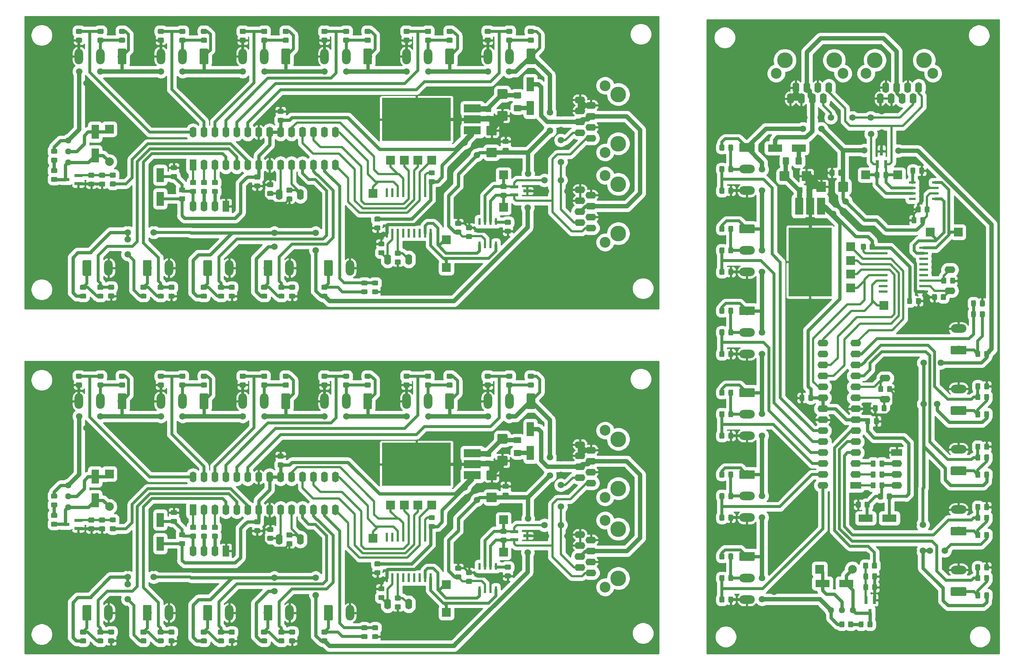
<source format=gbr>
G04 #@! TF.GenerationSoftware,KiCad,Pcbnew,5.1.4*
G04 #@! TF.CreationDate,2019-08-21T12:51:52-03:00*
G04 #@! TF.ProjectId,MIC19,4d494331-392e-46b6-9963-61645f706362,rev?*
G04 #@! TF.SameCoordinates,Original*
G04 #@! TF.FileFunction,Copper,L2,Bot*
G04 #@! TF.FilePolarity,Positive*
%FSLAX46Y46*%
G04 Gerber Fmt 4.6, Leading zero omitted, Abs format (unit mm)*
G04 Created by KiCad (PCBNEW 5.1.4) date 2019-08-21 12:51:52*
%MOMM*%
%LPD*%
G04 APERTURE LIST*
%ADD10C,0.100000*%
%ADD11C,1.150000*%
%ADD12R,10.000000X16.000000*%
%ADD13R,1.905000X4.000000*%
%ADD14R,3.300000X1.700000*%
%ADD15C,2.000000*%
%ADD16R,2.000000X2.000000*%
%ADD17C,1.425000*%
%ADD18R,0.800000X1.900000*%
%ADD19C,2.500000*%
%ADD20O,1.600000X2.500000*%
%ADD21C,3.650000*%
%ADD22C,2.250000*%
%ADD23O,3.600000X2.000000*%
%ADD24O,2.500000X1.600000*%
%ADD25R,2.500000X1.600000*%
%ADD26R,2.000000X0.600000*%
%ADD27R,1.550000X0.600000*%
%ADD28C,1.440000*%
%ADD29R,16.000000X10.000000*%
%ADD30R,4.000000X1.905000*%
%ADD31R,1.700000X3.300000*%
%ADD32R,1.900000X0.800000*%
%ADD33O,2.000000X3.600000*%
%ADD34R,1.600000X2.500000*%
%ADD35R,0.600000X2.000000*%
%ADD36R,0.600000X1.550000*%
%ADD37C,1.500000*%
%ADD38C,1.016000*%
%ADD39C,0.508000*%
%ADD40C,0.635000*%
%ADD41C,0.762000*%
%ADD42C,0.250000*%
%ADD43C,0.254000*%
G04 APERTURE END LIST*
D10*
G36*
X258400505Y-143335204D02*
G01*
X258424773Y-143338804D01*
X258448572Y-143344765D01*
X258471671Y-143353030D01*
X258493850Y-143363520D01*
X258514893Y-143376132D01*
X258534599Y-143390747D01*
X258552777Y-143407223D01*
X258569253Y-143425401D01*
X258583868Y-143445107D01*
X258596480Y-143466150D01*
X258606970Y-143488329D01*
X258615235Y-143511428D01*
X258621196Y-143535227D01*
X258624796Y-143559495D01*
X258626000Y-143583999D01*
X258626000Y-144484001D01*
X258624796Y-144508505D01*
X258621196Y-144532773D01*
X258615235Y-144556572D01*
X258606970Y-144579671D01*
X258596480Y-144601850D01*
X258583868Y-144622893D01*
X258569253Y-144642599D01*
X258552777Y-144660777D01*
X258534599Y-144677253D01*
X258514893Y-144691868D01*
X258493850Y-144704480D01*
X258471671Y-144714970D01*
X258448572Y-144723235D01*
X258424773Y-144729196D01*
X258400505Y-144732796D01*
X258376001Y-144734000D01*
X257725999Y-144734000D01*
X257701495Y-144732796D01*
X257677227Y-144729196D01*
X257653428Y-144723235D01*
X257630329Y-144714970D01*
X257608150Y-144704480D01*
X257587107Y-144691868D01*
X257567401Y-144677253D01*
X257549223Y-144660777D01*
X257532747Y-144642599D01*
X257518132Y-144622893D01*
X257505520Y-144601850D01*
X257495030Y-144579671D01*
X257486765Y-144556572D01*
X257480804Y-144532773D01*
X257477204Y-144508505D01*
X257476000Y-144484001D01*
X257476000Y-143583999D01*
X257477204Y-143559495D01*
X257480804Y-143535227D01*
X257486765Y-143511428D01*
X257495030Y-143488329D01*
X257505520Y-143466150D01*
X257518132Y-143445107D01*
X257532747Y-143425401D01*
X257549223Y-143407223D01*
X257567401Y-143390747D01*
X257587107Y-143376132D01*
X257608150Y-143363520D01*
X257630329Y-143353030D01*
X257653428Y-143344765D01*
X257677227Y-143338804D01*
X257701495Y-143335204D01*
X257725999Y-143334000D01*
X258376001Y-143334000D01*
X258400505Y-143335204D01*
X258400505Y-143335204D01*
G37*
D11*
X258051000Y-144034000D03*
D10*
G36*
X260450505Y-143335204D02*
G01*
X260474773Y-143338804D01*
X260498572Y-143344765D01*
X260521671Y-143353030D01*
X260543850Y-143363520D01*
X260564893Y-143376132D01*
X260584599Y-143390747D01*
X260602777Y-143407223D01*
X260619253Y-143425401D01*
X260633868Y-143445107D01*
X260646480Y-143466150D01*
X260656970Y-143488329D01*
X260665235Y-143511428D01*
X260671196Y-143535227D01*
X260674796Y-143559495D01*
X260676000Y-143583999D01*
X260676000Y-144484001D01*
X260674796Y-144508505D01*
X260671196Y-144532773D01*
X260665235Y-144556572D01*
X260656970Y-144579671D01*
X260646480Y-144601850D01*
X260633868Y-144622893D01*
X260619253Y-144642599D01*
X260602777Y-144660777D01*
X260584599Y-144677253D01*
X260564893Y-144691868D01*
X260543850Y-144704480D01*
X260521671Y-144714970D01*
X260498572Y-144723235D01*
X260474773Y-144729196D01*
X260450505Y-144732796D01*
X260426001Y-144734000D01*
X259775999Y-144734000D01*
X259751495Y-144732796D01*
X259727227Y-144729196D01*
X259703428Y-144723235D01*
X259680329Y-144714970D01*
X259658150Y-144704480D01*
X259637107Y-144691868D01*
X259617401Y-144677253D01*
X259599223Y-144660777D01*
X259582747Y-144642599D01*
X259568132Y-144622893D01*
X259555520Y-144601850D01*
X259545030Y-144579671D01*
X259536765Y-144556572D01*
X259530804Y-144532773D01*
X259527204Y-144508505D01*
X259526000Y-144484001D01*
X259526000Y-143583999D01*
X259527204Y-143559495D01*
X259530804Y-143535227D01*
X259536765Y-143511428D01*
X259545030Y-143488329D01*
X259555520Y-143466150D01*
X259568132Y-143445107D01*
X259582747Y-143425401D01*
X259599223Y-143407223D01*
X259617401Y-143390747D01*
X259637107Y-143376132D01*
X259658150Y-143363520D01*
X259680329Y-143353030D01*
X259703428Y-143344765D01*
X259727227Y-143338804D01*
X259751495Y-143335204D01*
X259775999Y-143334000D01*
X260426001Y-143334000D01*
X260450505Y-143335204D01*
X260450505Y-143335204D01*
G37*
D11*
X260101000Y-144034000D03*
D12*
X219130000Y-87174000D03*
D13*
X216590000Y-74220000D03*
X219130000Y-74220000D03*
X221670000Y-74220000D03*
D14*
X227500000Y-161750000D03*
X222000000Y-161750000D03*
D15*
X228950000Y-158450000D03*
D16*
X221350000Y-158450000D03*
D10*
G36*
X260450505Y-131835204D02*
G01*
X260474773Y-131838804D01*
X260498572Y-131844765D01*
X260521671Y-131853030D01*
X260543850Y-131863520D01*
X260564893Y-131876132D01*
X260584599Y-131890747D01*
X260602777Y-131907223D01*
X260619253Y-131925401D01*
X260633868Y-131945107D01*
X260646480Y-131966150D01*
X260656970Y-131988329D01*
X260665235Y-132011428D01*
X260671196Y-132035227D01*
X260674796Y-132059495D01*
X260676000Y-132083999D01*
X260676000Y-132984001D01*
X260674796Y-133008505D01*
X260671196Y-133032773D01*
X260665235Y-133056572D01*
X260656970Y-133079671D01*
X260646480Y-133101850D01*
X260633868Y-133122893D01*
X260619253Y-133142599D01*
X260602777Y-133160777D01*
X260584599Y-133177253D01*
X260564893Y-133191868D01*
X260543850Y-133204480D01*
X260521671Y-133214970D01*
X260498572Y-133223235D01*
X260474773Y-133229196D01*
X260450505Y-133232796D01*
X260426001Y-133234000D01*
X259775999Y-133234000D01*
X259751495Y-133232796D01*
X259727227Y-133229196D01*
X259703428Y-133223235D01*
X259680329Y-133214970D01*
X259658150Y-133204480D01*
X259637107Y-133191868D01*
X259617401Y-133177253D01*
X259599223Y-133160777D01*
X259582747Y-133142599D01*
X259568132Y-133122893D01*
X259555520Y-133101850D01*
X259545030Y-133079671D01*
X259536765Y-133056572D01*
X259530804Y-133032773D01*
X259527204Y-133008505D01*
X259526000Y-132984001D01*
X259526000Y-132083999D01*
X259527204Y-132059495D01*
X259530804Y-132035227D01*
X259536765Y-132011428D01*
X259545030Y-131988329D01*
X259555520Y-131966150D01*
X259568132Y-131945107D01*
X259582747Y-131925401D01*
X259599223Y-131907223D01*
X259617401Y-131890747D01*
X259637107Y-131876132D01*
X259658150Y-131863520D01*
X259680329Y-131853030D01*
X259703428Y-131844765D01*
X259727227Y-131838804D01*
X259751495Y-131835204D01*
X259775999Y-131834000D01*
X260426001Y-131834000D01*
X260450505Y-131835204D01*
X260450505Y-131835204D01*
G37*
D11*
X260101000Y-132534000D03*
D10*
G36*
X258400505Y-131835204D02*
G01*
X258424773Y-131838804D01*
X258448572Y-131844765D01*
X258471671Y-131853030D01*
X258493850Y-131863520D01*
X258514893Y-131876132D01*
X258534599Y-131890747D01*
X258552777Y-131907223D01*
X258569253Y-131925401D01*
X258583868Y-131945107D01*
X258596480Y-131966150D01*
X258606970Y-131988329D01*
X258615235Y-132011428D01*
X258621196Y-132035227D01*
X258624796Y-132059495D01*
X258626000Y-132083999D01*
X258626000Y-132984001D01*
X258624796Y-133008505D01*
X258621196Y-133032773D01*
X258615235Y-133056572D01*
X258606970Y-133079671D01*
X258596480Y-133101850D01*
X258583868Y-133122893D01*
X258569253Y-133142599D01*
X258552777Y-133160777D01*
X258534599Y-133177253D01*
X258514893Y-133191868D01*
X258493850Y-133204480D01*
X258471671Y-133214970D01*
X258448572Y-133223235D01*
X258424773Y-133229196D01*
X258400505Y-133232796D01*
X258376001Y-133234000D01*
X257725999Y-133234000D01*
X257701495Y-133232796D01*
X257677227Y-133229196D01*
X257653428Y-133223235D01*
X257630329Y-133214970D01*
X257608150Y-133204480D01*
X257587107Y-133191868D01*
X257567401Y-133177253D01*
X257549223Y-133160777D01*
X257532747Y-133142599D01*
X257518132Y-133122893D01*
X257505520Y-133101850D01*
X257495030Y-133079671D01*
X257486765Y-133056572D01*
X257480804Y-133032773D01*
X257477204Y-133008505D01*
X257476000Y-132984001D01*
X257476000Y-132083999D01*
X257477204Y-132059495D01*
X257480804Y-132035227D01*
X257486765Y-132011428D01*
X257495030Y-131988329D01*
X257505520Y-131966150D01*
X257518132Y-131945107D01*
X257532747Y-131925401D01*
X257549223Y-131907223D01*
X257567401Y-131890747D01*
X257587107Y-131876132D01*
X257608150Y-131863520D01*
X257630329Y-131853030D01*
X257653428Y-131844765D01*
X257677227Y-131838804D01*
X257701495Y-131835204D01*
X257725999Y-131834000D01*
X258376001Y-131834000D01*
X258400505Y-131835204D01*
X258400505Y-131835204D01*
G37*
D11*
X258051000Y-132534000D03*
D10*
G36*
X199024505Y-154801204D02*
G01*
X199048773Y-154804804D01*
X199072572Y-154810765D01*
X199095671Y-154819030D01*
X199117850Y-154829520D01*
X199138893Y-154842132D01*
X199158599Y-154856747D01*
X199176777Y-154873223D01*
X199193253Y-154891401D01*
X199207868Y-154911107D01*
X199220480Y-154932150D01*
X199230970Y-154954329D01*
X199239235Y-154977428D01*
X199245196Y-155001227D01*
X199248796Y-155025495D01*
X199250000Y-155049999D01*
X199250000Y-155950001D01*
X199248796Y-155974505D01*
X199245196Y-155998773D01*
X199239235Y-156022572D01*
X199230970Y-156045671D01*
X199220480Y-156067850D01*
X199207868Y-156088893D01*
X199193253Y-156108599D01*
X199176777Y-156126777D01*
X199158599Y-156143253D01*
X199138893Y-156157868D01*
X199117850Y-156170480D01*
X199095671Y-156180970D01*
X199072572Y-156189235D01*
X199048773Y-156195196D01*
X199024505Y-156198796D01*
X199000001Y-156200000D01*
X198349999Y-156200000D01*
X198325495Y-156198796D01*
X198301227Y-156195196D01*
X198277428Y-156189235D01*
X198254329Y-156180970D01*
X198232150Y-156170480D01*
X198211107Y-156157868D01*
X198191401Y-156143253D01*
X198173223Y-156126777D01*
X198156747Y-156108599D01*
X198142132Y-156088893D01*
X198129520Y-156067850D01*
X198119030Y-156045671D01*
X198110765Y-156022572D01*
X198104804Y-155998773D01*
X198101204Y-155974505D01*
X198100000Y-155950001D01*
X198100000Y-155049999D01*
X198101204Y-155025495D01*
X198104804Y-155001227D01*
X198110765Y-154977428D01*
X198119030Y-154954329D01*
X198129520Y-154932150D01*
X198142132Y-154911107D01*
X198156747Y-154891401D01*
X198173223Y-154873223D01*
X198191401Y-154856747D01*
X198211107Y-154842132D01*
X198232150Y-154829520D01*
X198254329Y-154819030D01*
X198277428Y-154810765D01*
X198301227Y-154804804D01*
X198325495Y-154801204D01*
X198349999Y-154800000D01*
X199000001Y-154800000D01*
X199024505Y-154801204D01*
X199024505Y-154801204D01*
G37*
D11*
X198675000Y-155500000D03*
D10*
G36*
X201074505Y-154801204D02*
G01*
X201098773Y-154804804D01*
X201122572Y-154810765D01*
X201145671Y-154819030D01*
X201167850Y-154829520D01*
X201188893Y-154842132D01*
X201208599Y-154856747D01*
X201226777Y-154873223D01*
X201243253Y-154891401D01*
X201257868Y-154911107D01*
X201270480Y-154932150D01*
X201280970Y-154954329D01*
X201289235Y-154977428D01*
X201295196Y-155001227D01*
X201298796Y-155025495D01*
X201300000Y-155049999D01*
X201300000Y-155950001D01*
X201298796Y-155974505D01*
X201295196Y-155998773D01*
X201289235Y-156022572D01*
X201280970Y-156045671D01*
X201270480Y-156067850D01*
X201257868Y-156088893D01*
X201243253Y-156108599D01*
X201226777Y-156126777D01*
X201208599Y-156143253D01*
X201188893Y-156157868D01*
X201167850Y-156170480D01*
X201145671Y-156180970D01*
X201122572Y-156189235D01*
X201098773Y-156195196D01*
X201074505Y-156198796D01*
X201050001Y-156200000D01*
X200399999Y-156200000D01*
X200375495Y-156198796D01*
X200351227Y-156195196D01*
X200327428Y-156189235D01*
X200304329Y-156180970D01*
X200282150Y-156170480D01*
X200261107Y-156157868D01*
X200241401Y-156143253D01*
X200223223Y-156126777D01*
X200206747Y-156108599D01*
X200192132Y-156088893D01*
X200179520Y-156067850D01*
X200169030Y-156045671D01*
X200160765Y-156022572D01*
X200154804Y-155998773D01*
X200151204Y-155974505D01*
X200150000Y-155950001D01*
X200150000Y-155049999D01*
X200151204Y-155025495D01*
X200154804Y-155001227D01*
X200160765Y-154977428D01*
X200169030Y-154954329D01*
X200179520Y-154932150D01*
X200192132Y-154911107D01*
X200206747Y-154891401D01*
X200223223Y-154873223D01*
X200241401Y-154856747D01*
X200261107Y-154842132D01*
X200282150Y-154829520D01*
X200304329Y-154819030D01*
X200327428Y-154810765D01*
X200351227Y-154804804D01*
X200375495Y-154801204D01*
X200399999Y-154800000D01*
X201050001Y-154800000D01*
X201074505Y-154801204D01*
X201074505Y-154801204D01*
G37*
D11*
X200725000Y-155500000D03*
D10*
G36*
X213999504Y-62876204D02*
G01*
X214023773Y-62879804D01*
X214047571Y-62885765D01*
X214070671Y-62894030D01*
X214092849Y-62904520D01*
X214113893Y-62917133D01*
X214133598Y-62931747D01*
X214151777Y-62948223D01*
X214168253Y-62966402D01*
X214182867Y-62986107D01*
X214195480Y-63007151D01*
X214205970Y-63029329D01*
X214214235Y-63052429D01*
X214220196Y-63076227D01*
X214223796Y-63100496D01*
X214225000Y-63125000D01*
X214225000Y-64375000D01*
X214223796Y-64399504D01*
X214220196Y-64423773D01*
X214214235Y-64447571D01*
X214205970Y-64470671D01*
X214195480Y-64492849D01*
X214182867Y-64513893D01*
X214168253Y-64533598D01*
X214151777Y-64551777D01*
X214133598Y-64568253D01*
X214113893Y-64582867D01*
X214092849Y-64595480D01*
X214070671Y-64605970D01*
X214047571Y-64614235D01*
X214023773Y-64620196D01*
X213999504Y-64623796D01*
X213975000Y-64625000D01*
X213050000Y-64625000D01*
X213025496Y-64623796D01*
X213001227Y-64620196D01*
X212977429Y-64614235D01*
X212954329Y-64605970D01*
X212932151Y-64595480D01*
X212911107Y-64582867D01*
X212891402Y-64568253D01*
X212873223Y-64551777D01*
X212856747Y-64533598D01*
X212842133Y-64513893D01*
X212829520Y-64492849D01*
X212819030Y-64470671D01*
X212810765Y-64447571D01*
X212804804Y-64423773D01*
X212801204Y-64399504D01*
X212800000Y-64375000D01*
X212800000Y-63125000D01*
X212801204Y-63100496D01*
X212804804Y-63076227D01*
X212810765Y-63052429D01*
X212819030Y-63029329D01*
X212829520Y-63007151D01*
X212842133Y-62986107D01*
X212856747Y-62966402D01*
X212873223Y-62948223D01*
X212891402Y-62931747D01*
X212911107Y-62917133D01*
X212932151Y-62904520D01*
X212954329Y-62894030D01*
X212977429Y-62885765D01*
X213001227Y-62879804D01*
X213025496Y-62876204D01*
X213050000Y-62875000D01*
X213975000Y-62875000D01*
X213999504Y-62876204D01*
X213999504Y-62876204D01*
G37*
D17*
X213512500Y-63750000D03*
D10*
G36*
X216974504Y-62876204D02*
G01*
X216998773Y-62879804D01*
X217022571Y-62885765D01*
X217045671Y-62894030D01*
X217067849Y-62904520D01*
X217088893Y-62917133D01*
X217108598Y-62931747D01*
X217126777Y-62948223D01*
X217143253Y-62966402D01*
X217157867Y-62986107D01*
X217170480Y-63007151D01*
X217180970Y-63029329D01*
X217189235Y-63052429D01*
X217195196Y-63076227D01*
X217198796Y-63100496D01*
X217200000Y-63125000D01*
X217200000Y-64375000D01*
X217198796Y-64399504D01*
X217195196Y-64423773D01*
X217189235Y-64447571D01*
X217180970Y-64470671D01*
X217170480Y-64492849D01*
X217157867Y-64513893D01*
X217143253Y-64533598D01*
X217126777Y-64551777D01*
X217108598Y-64568253D01*
X217088893Y-64582867D01*
X217067849Y-64595480D01*
X217045671Y-64605970D01*
X217022571Y-64614235D01*
X216998773Y-64620196D01*
X216974504Y-64623796D01*
X216950000Y-64625000D01*
X216025000Y-64625000D01*
X216000496Y-64623796D01*
X215976227Y-64620196D01*
X215952429Y-64614235D01*
X215929329Y-64605970D01*
X215907151Y-64595480D01*
X215886107Y-64582867D01*
X215866402Y-64568253D01*
X215848223Y-64551777D01*
X215831747Y-64533598D01*
X215817133Y-64513893D01*
X215804520Y-64492849D01*
X215794030Y-64470671D01*
X215785765Y-64447571D01*
X215779804Y-64423773D01*
X215776204Y-64399504D01*
X215775000Y-64375000D01*
X215775000Y-63125000D01*
X215776204Y-63100496D01*
X215779804Y-63076227D01*
X215785765Y-63052429D01*
X215794030Y-63029329D01*
X215804520Y-63007151D01*
X215817133Y-62986107D01*
X215831747Y-62966402D01*
X215848223Y-62948223D01*
X215866402Y-62931747D01*
X215886107Y-62917133D01*
X215907151Y-62904520D01*
X215929329Y-62894030D01*
X215952429Y-62885765D01*
X215976227Y-62879804D01*
X216000496Y-62876204D01*
X216025000Y-62875000D01*
X216950000Y-62875000D01*
X216974504Y-62876204D01*
X216974504Y-62876204D01*
G37*
D17*
X216487500Y-63750000D03*
D18*
X233076000Y-168634000D03*
X234026000Y-165634000D03*
X232126000Y-165634000D03*
D10*
G36*
X228899505Y-170551204D02*
G01*
X228923773Y-170554804D01*
X228947572Y-170560765D01*
X228970671Y-170569030D01*
X228992850Y-170579520D01*
X229013893Y-170592132D01*
X229033599Y-170606747D01*
X229051777Y-170623223D01*
X229068253Y-170641401D01*
X229082868Y-170661107D01*
X229095480Y-170682150D01*
X229105970Y-170704329D01*
X229114235Y-170727428D01*
X229120196Y-170751227D01*
X229123796Y-170775495D01*
X229125000Y-170799999D01*
X229125000Y-171700001D01*
X229123796Y-171724505D01*
X229120196Y-171748773D01*
X229114235Y-171772572D01*
X229105970Y-171795671D01*
X229095480Y-171817850D01*
X229082868Y-171838893D01*
X229068253Y-171858599D01*
X229051777Y-171876777D01*
X229033599Y-171893253D01*
X229013893Y-171907868D01*
X228992850Y-171920480D01*
X228970671Y-171930970D01*
X228947572Y-171939235D01*
X228923773Y-171945196D01*
X228899505Y-171948796D01*
X228875001Y-171950000D01*
X228224999Y-171950000D01*
X228200495Y-171948796D01*
X228176227Y-171945196D01*
X228152428Y-171939235D01*
X228129329Y-171930970D01*
X228107150Y-171920480D01*
X228086107Y-171907868D01*
X228066401Y-171893253D01*
X228048223Y-171876777D01*
X228031747Y-171858599D01*
X228017132Y-171838893D01*
X228004520Y-171817850D01*
X227994030Y-171795671D01*
X227985765Y-171772572D01*
X227979804Y-171748773D01*
X227976204Y-171724505D01*
X227975000Y-171700001D01*
X227975000Y-170799999D01*
X227976204Y-170775495D01*
X227979804Y-170751227D01*
X227985765Y-170727428D01*
X227994030Y-170704329D01*
X228004520Y-170682150D01*
X228017132Y-170661107D01*
X228031747Y-170641401D01*
X228048223Y-170623223D01*
X228066401Y-170606747D01*
X228086107Y-170592132D01*
X228107150Y-170579520D01*
X228129329Y-170569030D01*
X228152428Y-170560765D01*
X228176227Y-170554804D01*
X228200495Y-170551204D01*
X228224999Y-170550000D01*
X228875001Y-170550000D01*
X228899505Y-170551204D01*
X228899505Y-170551204D01*
G37*
D11*
X228550000Y-171250000D03*
D10*
G36*
X226849505Y-170551204D02*
G01*
X226873773Y-170554804D01*
X226897572Y-170560765D01*
X226920671Y-170569030D01*
X226942850Y-170579520D01*
X226963893Y-170592132D01*
X226983599Y-170606747D01*
X227001777Y-170623223D01*
X227018253Y-170641401D01*
X227032868Y-170661107D01*
X227045480Y-170682150D01*
X227055970Y-170704329D01*
X227064235Y-170727428D01*
X227070196Y-170751227D01*
X227073796Y-170775495D01*
X227075000Y-170799999D01*
X227075000Y-171700001D01*
X227073796Y-171724505D01*
X227070196Y-171748773D01*
X227064235Y-171772572D01*
X227055970Y-171795671D01*
X227045480Y-171817850D01*
X227032868Y-171838893D01*
X227018253Y-171858599D01*
X227001777Y-171876777D01*
X226983599Y-171893253D01*
X226963893Y-171907868D01*
X226942850Y-171920480D01*
X226920671Y-171930970D01*
X226897572Y-171939235D01*
X226873773Y-171945196D01*
X226849505Y-171948796D01*
X226825001Y-171950000D01*
X226174999Y-171950000D01*
X226150495Y-171948796D01*
X226126227Y-171945196D01*
X226102428Y-171939235D01*
X226079329Y-171930970D01*
X226057150Y-171920480D01*
X226036107Y-171907868D01*
X226016401Y-171893253D01*
X225998223Y-171876777D01*
X225981747Y-171858599D01*
X225967132Y-171838893D01*
X225954520Y-171817850D01*
X225944030Y-171795671D01*
X225935765Y-171772572D01*
X225929804Y-171748773D01*
X225926204Y-171724505D01*
X225925000Y-171700001D01*
X225925000Y-170799999D01*
X225926204Y-170775495D01*
X225929804Y-170751227D01*
X225935765Y-170727428D01*
X225944030Y-170704329D01*
X225954520Y-170682150D01*
X225967132Y-170661107D01*
X225981747Y-170641401D01*
X225998223Y-170623223D01*
X226016401Y-170606747D01*
X226036107Y-170592132D01*
X226057150Y-170579520D01*
X226079329Y-170569030D01*
X226102428Y-170560765D01*
X226126227Y-170554804D01*
X226150495Y-170551204D01*
X226174999Y-170550000D01*
X226825001Y-170550000D01*
X226849505Y-170551204D01*
X226849505Y-170551204D01*
G37*
D11*
X226500000Y-171250000D03*
D19*
X232121000Y-43422000D03*
X247621000Y-43422000D03*
D20*
X235426000Y-49262000D03*
X236696000Y-46722000D03*
X237966000Y-49262000D03*
X239236000Y-46722000D03*
X240506000Y-49262000D03*
X241776000Y-46722000D03*
X243046000Y-49262000D03*
X244316000Y-46722000D03*
D21*
X245586000Y-40372000D03*
X234156000Y-40372000D03*
D10*
G36*
X260450505Y-121835204D02*
G01*
X260474773Y-121838804D01*
X260498572Y-121844765D01*
X260521671Y-121853030D01*
X260543850Y-121863520D01*
X260564893Y-121876132D01*
X260584599Y-121890747D01*
X260602777Y-121907223D01*
X260619253Y-121925401D01*
X260633868Y-121945107D01*
X260646480Y-121966150D01*
X260656970Y-121988329D01*
X260665235Y-122011428D01*
X260671196Y-122035227D01*
X260674796Y-122059495D01*
X260676000Y-122083999D01*
X260676000Y-122984001D01*
X260674796Y-123008505D01*
X260671196Y-123032773D01*
X260665235Y-123056572D01*
X260656970Y-123079671D01*
X260646480Y-123101850D01*
X260633868Y-123122893D01*
X260619253Y-123142599D01*
X260602777Y-123160777D01*
X260584599Y-123177253D01*
X260564893Y-123191868D01*
X260543850Y-123204480D01*
X260521671Y-123214970D01*
X260498572Y-123223235D01*
X260474773Y-123229196D01*
X260450505Y-123232796D01*
X260426001Y-123234000D01*
X259775999Y-123234000D01*
X259751495Y-123232796D01*
X259727227Y-123229196D01*
X259703428Y-123223235D01*
X259680329Y-123214970D01*
X259658150Y-123204480D01*
X259637107Y-123191868D01*
X259617401Y-123177253D01*
X259599223Y-123160777D01*
X259582747Y-123142599D01*
X259568132Y-123122893D01*
X259555520Y-123101850D01*
X259545030Y-123079671D01*
X259536765Y-123056572D01*
X259530804Y-123032773D01*
X259527204Y-123008505D01*
X259526000Y-122984001D01*
X259526000Y-122083999D01*
X259527204Y-122059495D01*
X259530804Y-122035227D01*
X259536765Y-122011428D01*
X259545030Y-121988329D01*
X259555520Y-121966150D01*
X259568132Y-121945107D01*
X259582747Y-121925401D01*
X259599223Y-121907223D01*
X259617401Y-121890747D01*
X259637107Y-121876132D01*
X259658150Y-121863520D01*
X259680329Y-121853030D01*
X259703428Y-121844765D01*
X259727227Y-121838804D01*
X259751495Y-121835204D01*
X259775999Y-121834000D01*
X260426001Y-121834000D01*
X260450505Y-121835204D01*
X260450505Y-121835204D01*
G37*
D11*
X260101000Y-122534000D03*
D10*
G36*
X258400505Y-121835204D02*
G01*
X258424773Y-121838804D01*
X258448572Y-121844765D01*
X258471671Y-121853030D01*
X258493850Y-121863520D01*
X258514893Y-121876132D01*
X258534599Y-121890747D01*
X258552777Y-121907223D01*
X258569253Y-121925401D01*
X258583868Y-121945107D01*
X258596480Y-121966150D01*
X258606970Y-121988329D01*
X258615235Y-122011428D01*
X258621196Y-122035227D01*
X258624796Y-122059495D01*
X258626000Y-122083999D01*
X258626000Y-122984001D01*
X258624796Y-123008505D01*
X258621196Y-123032773D01*
X258615235Y-123056572D01*
X258606970Y-123079671D01*
X258596480Y-123101850D01*
X258583868Y-123122893D01*
X258569253Y-123142599D01*
X258552777Y-123160777D01*
X258534599Y-123177253D01*
X258514893Y-123191868D01*
X258493850Y-123204480D01*
X258471671Y-123214970D01*
X258448572Y-123223235D01*
X258424773Y-123229196D01*
X258400505Y-123232796D01*
X258376001Y-123234000D01*
X257725999Y-123234000D01*
X257701495Y-123232796D01*
X257677227Y-123229196D01*
X257653428Y-123223235D01*
X257630329Y-123214970D01*
X257608150Y-123204480D01*
X257587107Y-123191868D01*
X257567401Y-123177253D01*
X257549223Y-123160777D01*
X257532747Y-123142599D01*
X257518132Y-123122893D01*
X257505520Y-123101850D01*
X257495030Y-123079671D01*
X257486765Y-123056572D01*
X257480804Y-123032773D01*
X257477204Y-123008505D01*
X257476000Y-122984001D01*
X257476000Y-122083999D01*
X257477204Y-122059495D01*
X257480804Y-122035227D01*
X257486765Y-122011428D01*
X257495030Y-121988329D01*
X257505520Y-121966150D01*
X257518132Y-121945107D01*
X257532747Y-121925401D01*
X257549223Y-121907223D01*
X257567401Y-121890747D01*
X257587107Y-121876132D01*
X257608150Y-121863520D01*
X257630329Y-121853030D01*
X257653428Y-121844765D01*
X257677227Y-121838804D01*
X257701495Y-121835204D01*
X257725999Y-121834000D01*
X258376001Y-121834000D01*
X258400505Y-121835204D01*
X258400505Y-121835204D01*
G37*
D11*
X258051000Y-122534000D03*
D18*
X236650000Y-64500000D03*
X234750000Y-64500000D03*
X235700000Y-61500000D03*
D10*
G36*
X227699505Y-68576204D02*
G01*
X227723773Y-68579804D01*
X227747572Y-68585765D01*
X227770671Y-68594030D01*
X227792850Y-68604520D01*
X227813893Y-68617132D01*
X227833599Y-68631747D01*
X227851777Y-68648223D01*
X227868253Y-68666401D01*
X227882868Y-68686107D01*
X227895480Y-68707150D01*
X227905970Y-68729329D01*
X227914235Y-68752428D01*
X227920196Y-68776227D01*
X227923796Y-68800495D01*
X227925000Y-68824999D01*
X227925000Y-70675001D01*
X227923796Y-70699505D01*
X227920196Y-70723773D01*
X227914235Y-70747572D01*
X227905970Y-70770671D01*
X227895480Y-70792850D01*
X227882868Y-70813893D01*
X227868253Y-70833599D01*
X227851777Y-70851777D01*
X227833599Y-70868253D01*
X227813893Y-70882868D01*
X227792850Y-70895480D01*
X227770671Y-70905970D01*
X227747572Y-70914235D01*
X227723773Y-70920196D01*
X227699505Y-70923796D01*
X227675001Y-70925000D01*
X225924999Y-70925000D01*
X225900495Y-70923796D01*
X225876227Y-70920196D01*
X225852428Y-70914235D01*
X225829329Y-70905970D01*
X225807150Y-70895480D01*
X225786107Y-70882868D01*
X225766401Y-70868253D01*
X225748223Y-70851777D01*
X225731747Y-70833599D01*
X225717132Y-70813893D01*
X225704520Y-70792850D01*
X225694030Y-70770671D01*
X225685765Y-70747572D01*
X225679804Y-70723773D01*
X225676204Y-70699505D01*
X225675000Y-70675001D01*
X225675000Y-68824999D01*
X225676204Y-68800495D01*
X225679804Y-68776227D01*
X225685765Y-68752428D01*
X225694030Y-68729329D01*
X225704520Y-68707150D01*
X225717132Y-68686107D01*
X225731747Y-68666401D01*
X225748223Y-68648223D01*
X225766401Y-68631747D01*
X225786107Y-68617132D01*
X225807150Y-68604520D01*
X225829329Y-68594030D01*
X225852428Y-68585765D01*
X225876227Y-68579804D01*
X225900495Y-68576204D01*
X225924999Y-68575000D01*
X227675001Y-68575000D01*
X227699505Y-68576204D01*
X227699505Y-68576204D01*
G37*
D22*
X226800000Y-69750000D03*
D10*
G36*
X222599505Y-68576204D02*
G01*
X222623773Y-68579804D01*
X222647572Y-68585765D01*
X222670671Y-68594030D01*
X222692850Y-68604520D01*
X222713893Y-68617132D01*
X222733599Y-68631747D01*
X222751777Y-68648223D01*
X222768253Y-68666401D01*
X222782868Y-68686107D01*
X222795480Y-68707150D01*
X222805970Y-68729329D01*
X222814235Y-68752428D01*
X222820196Y-68776227D01*
X222823796Y-68800495D01*
X222825000Y-68824999D01*
X222825000Y-70675001D01*
X222823796Y-70699505D01*
X222820196Y-70723773D01*
X222814235Y-70747572D01*
X222805970Y-70770671D01*
X222795480Y-70792850D01*
X222782868Y-70813893D01*
X222768253Y-70833599D01*
X222751777Y-70851777D01*
X222733599Y-70868253D01*
X222713893Y-70882868D01*
X222692850Y-70895480D01*
X222670671Y-70905970D01*
X222647572Y-70914235D01*
X222623773Y-70920196D01*
X222599505Y-70923796D01*
X222575001Y-70925000D01*
X220824999Y-70925000D01*
X220800495Y-70923796D01*
X220776227Y-70920196D01*
X220752428Y-70914235D01*
X220729329Y-70905970D01*
X220707150Y-70895480D01*
X220686107Y-70882868D01*
X220666401Y-70868253D01*
X220648223Y-70851777D01*
X220631747Y-70833599D01*
X220617132Y-70813893D01*
X220604520Y-70792850D01*
X220594030Y-70770671D01*
X220585765Y-70747572D01*
X220579804Y-70723773D01*
X220576204Y-70699505D01*
X220575000Y-70675001D01*
X220575000Y-68824999D01*
X220576204Y-68800495D01*
X220579804Y-68776227D01*
X220585765Y-68752428D01*
X220594030Y-68729329D01*
X220604520Y-68707150D01*
X220617132Y-68686107D01*
X220631747Y-68666401D01*
X220648223Y-68648223D01*
X220666401Y-68631747D01*
X220686107Y-68617132D01*
X220707150Y-68604520D01*
X220729329Y-68594030D01*
X220752428Y-68585765D01*
X220776227Y-68579804D01*
X220800495Y-68576204D01*
X220824999Y-68575000D01*
X222575001Y-68575000D01*
X222599505Y-68576204D01*
X222599505Y-68576204D01*
G37*
D22*
X221700000Y-69750000D03*
D10*
G36*
X219199505Y-66076204D02*
G01*
X219223773Y-66079804D01*
X219247572Y-66085765D01*
X219270671Y-66094030D01*
X219292850Y-66104520D01*
X219313893Y-66117132D01*
X219333599Y-66131747D01*
X219351777Y-66148223D01*
X219368253Y-66166401D01*
X219382868Y-66186107D01*
X219395480Y-66207150D01*
X219405970Y-66229329D01*
X219414235Y-66252428D01*
X219420196Y-66276227D01*
X219423796Y-66300495D01*
X219425000Y-66324999D01*
X219425000Y-68175001D01*
X219423796Y-68199505D01*
X219420196Y-68223773D01*
X219414235Y-68247572D01*
X219405970Y-68270671D01*
X219395480Y-68292850D01*
X219382868Y-68313893D01*
X219368253Y-68333599D01*
X219351777Y-68351777D01*
X219333599Y-68368253D01*
X219313893Y-68382868D01*
X219292850Y-68395480D01*
X219270671Y-68405970D01*
X219247572Y-68414235D01*
X219223773Y-68420196D01*
X219199505Y-68423796D01*
X219175001Y-68425000D01*
X217424999Y-68425000D01*
X217400495Y-68423796D01*
X217376227Y-68420196D01*
X217352428Y-68414235D01*
X217329329Y-68405970D01*
X217307150Y-68395480D01*
X217286107Y-68382868D01*
X217266401Y-68368253D01*
X217248223Y-68351777D01*
X217231747Y-68333599D01*
X217217132Y-68313893D01*
X217204520Y-68292850D01*
X217194030Y-68270671D01*
X217185765Y-68247572D01*
X217179804Y-68223773D01*
X217176204Y-68199505D01*
X217175000Y-68175001D01*
X217175000Y-66324999D01*
X217176204Y-66300495D01*
X217179804Y-66276227D01*
X217185765Y-66252428D01*
X217194030Y-66229329D01*
X217204520Y-66207150D01*
X217217132Y-66186107D01*
X217231747Y-66166401D01*
X217248223Y-66148223D01*
X217266401Y-66131747D01*
X217286107Y-66117132D01*
X217307150Y-66104520D01*
X217329329Y-66094030D01*
X217352428Y-66085765D01*
X217376227Y-66079804D01*
X217400495Y-66076204D01*
X217424999Y-66075000D01*
X219175001Y-66075000D01*
X219199505Y-66076204D01*
X219199505Y-66076204D01*
G37*
D22*
X218300000Y-67250000D03*
D10*
G36*
X214099505Y-66076204D02*
G01*
X214123773Y-66079804D01*
X214147572Y-66085765D01*
X214170671Y-66094030D01*
X214192850Y-66104520D01*
X214213893Y-66117132D01*
X214233599Y-66131747D01*
X214251777Y-66148223D01*
X214268253Y-66166401D01*
X214282868Y-66186107D01*
X214295480Y-66207150D01*
X214305970Y-66229329D01*
X214314235Y-66252428D01*
X214320196Y-66276227D01*
X214323796Y-66300495D01*
X214325000Y-66324999D01*
X214325000Y-68175001D01*
X214323796Y-68199505D01*
X214320196Y-68223773D01*
X214314235Y-68247572D01*
X214305970Y-68270671D01*
X214295480Y-68292850D01*
X214282868Y-68313893D01*
X214268253Y-68333599D01*
X214251777Y-68351777D01*
X214233599Y-68368253D01*
X214213893Y-68382868D01*
X214192850Y-68395480D01*
X214170671Y-68405970D01*
X214147572Y-68414235D01*
X214123773Y-68420196D01*
X214099505Y-68423796D01*
X214075001Y-68425000D01*
X212324999Y-68425000D01*
X212300495Y-68423796D01*
X212276227Y-68420196D01*
X212252428Y-68414235D01*
X212229329Y-68405970D01*
X212207150Y-68395480D01*
X212186107Y-68382868D01*
X212166401Y-68368253D01*
X212148223Y-68351777D01*
X212131747Y-68333599D01*
X212117132Y-68313893D01*
X212104520Y-68292850D01*
X212094030Y-68270671D01*
X212085765Y-68247572D01*
X212079804Y-68223773D01*
X212076204Y-68199505D01*
X212075000Y-68175001D01*
X212075000Y-66324999D01*
X212076204Y-66300495D01*
X212079804Y-66276227D01*
X212085765Y-66252428D01*
X212094030Y-66229329D01*
X212104520Y-66207150D01*
X212117132Y-66186107D01*
X212131747Y-66166401D01*
X212148223Y-66148223D01*
X212166401Y-66131747D01*
X212186107Y-66117132D01*
X212207150Y-66104520D01*
X212229329Y-66094030D01*
X212252428Y-66085765D01*
X212276227Y-66079804D01*
X212300495Y-66076204D01*
X212324999Y-66075000D01*
X214075001Y-66075000D01*
X214099505Y-66076204D01*
X214099505Y-66076204D01*
G37*
D22*
X213200000Y-67250000D03*
D10*
G36*
X201074505Y-102801204D02*
G01*
X201098773Y-102804804D01*
X201122572Y-102810765D01*
X201145671Y-102819030D01*
X201167850Y-102829520D01*
X201188893Y-102842132D01*
X201208599Y-102856747D01*
X201226777Y-102873223D01*
X201243253Y-102891401D01*
X201257868Y-102911107D01*
X201270480Y-102932150D01*
X201280970Y-102954329D01*
X201289235Y-102977428D01*
X201295196Y-103001227D01*
X201298796Y-103025495D01*
X201300000Y-103049999D01*
X201300000Y-103950001D01*
X201298796Y-103974505D01*
X201295196Y-103998773D01*
X201289235Y-104022572D01*
X201280970Y-104045671D01*
X201270480Y-104067850D01*
X201257868Y-104088893D01*
X201243253Y-104108599D01*
X201226777Y-104126777D01*
X201208599Y-104143253D01*
X201188893Y-104157868D01*
X201167850Y-104170480D01*
X201145671Y-104180970D01*
X201122572Y-104189235D01*
X201098773Y-104195196D01*
X201074505Y-104198796D01*
X201050001Y-104200000D01*
X200399999Y-104200000D01*
X200375495Y-104198796D01*
X200351227Y-104195196D01*
X200327428Y-104189235D01*
X200304329Y-104180970D01*
X200282150Y-104170480D01*
X200261107Y-104157868D01*
X200241401Y-104143253D01*
X200223223Y-104126777D01*
X200206747Y-104108599D01*
X200192132Y-104088893D01*
X200179520Y-104067850D01*
X200169030Y-104045671D01*
X200160765Y-104022572D01*
X200154804Y-103998773D01*
X200151204Y-103974505D01*
X200150000Y-103950001D01*
X200150000Y-103049999D01*
X200151204Y-103025495D01*
X200154804Y-103001227D01*
X200160765Y-102977428D01*
X200169030Y-102954329D01*
X200179520Y-102932150D01*
X200192132Y-102911107D01*
X200206747Y-102891401D01*
X200223223Y-102873223D01*
X200241401Y-102856747D01*
X200261107Y-102842132D01*
X200282150Y-102829520D01*
X200304329Y-102819030D01*
X200327428Y-102810765D01*
X200351227Y-102804804D01*
X200375495Y-102801204D01*
X200399999Y-102800000D01*
X201050001Y-102800000D01*
X201074505Y-102801204D01*
X201074505Y-102801204D01*
G37*
D11*
X200725000Y-103500000D03*
D10*
G36*
X199024505Y-102801204D02*
G01*
X199048773Y-102804804D01*
X199072572Y-102810765D01*
X199095671Y-102819030D01*
X199117850Y-102829520D01*
X199138893Y-102842132D01*
X199158599Y-102856747D01*
X199176777Y-102873223D01*
X199193253Y-102891401D01*
X199207868Y-102911107D01*
X199220480Y-102932150D01*
X199230970Y-102954329D01*
X199239235Y-102977428D01*
X199245196Y-103001227D01*
X199248796Y-103025495D01*
X199250000Y-103049999D01*
X199250000Y-103950001D01*
X199248796Y-103974505D01*
X199245196Y-103998773D01*
X199239235Y-104022572D01*
X199230970Y-104045671D01*
X199220480Y-104067850D01*
X199207868Y-104088893D01*
X199193253Y-104108599D01*
X199176777Y-104126777D01*
X199158599Y-104143253D01*
X199138893Y-104157868D01*
X199117850Y-104170480D01*
X199095671Y-104180970D01*
X199072572Y-104189235D01*
X199048773Y-104195196D01*
X199024505Y-104198796D01*
X199000001Y-104200000D01*
X198349999Y-104200000D01*
X198325495Y-104198796D01*
X198301227Y-104195196D01*
X198277428Y-104189235D01*
X198254329Y-104180970D01*
X198232150Y-104170480D01*
X198211107Y-104157868D01*
X198191401Y-104143253D01*
X198173223Y-104126777D01*
X198156747Y-104108599D01*
X198142132Y-104088893D01*
X198129520Y-104067850D01*
X198119030Y-104045671D01*
X198110765Y-104022572D01*
X198104804Y-103998773D01*
X198101204Y-103974505D01*
X198100000Y-103950001D01*
X198100000Y-103049999D01*
X198101204Y-103025495D01*
X198104804Y-103001227D01*
X198110765Y-102977428D01*
X198119030Y-102954329D01*
X198129520Y-102932150D01*
X198142132Y-102911107D01*
X198156747Y-102891401D01*
X198173223Y-102873223D01*
X198191401Y-102856747D01*
X198211107Y-102842132D01*
X198232150Y-102829520D01*
X198254329Y-102819030D01*
X198277428Y-102810765D01*
X198301227Y-102804804D01*
X198325495Y-102801204D01*
X198349999Y-102800000D01*
X199000001Y-102800000D01*
X199024505Y-102801204D01*
X199024505Y-102801204D01*
G37*
D11*
X198675000Y-103500000D03*
D10*
G36*
X260450505Y-159835204D02*
G01*
X260474773Y-159838804D01*
X260498572Y-159844765D01*
X260521671Y-159853030D01*
X260543850Y-159863520D01*
X260564893Y-159876132D01*
X260584599Y-159890747D01*
X260602777Y-159907223D01*
X260619253Y-159925401D01*
X260633868Y-159945107D01*
X260646480Y-159966150D01*
X260656970Y-159988329D01*
X260665235Y-160011428D01*
X260671196Y-160035227D01*
X260674796Y-160059495D01*
X260676000Y-160083999D01*
X260676000Y-160984001D01*
X260674796Y-161008505D01*
X260671196Y-161032773D01*
X260665235Y-161056572D01*
X260656970Y-161079671D01*
X260646480Y-161101850D01*
X260633868Y-161122893D01*
X260619253Y-161142599D01*
X260602777Y-161160777D01*
X260584599Y-161177253D01*
X260564893Y-161191868D01*
X260543850Y-161204480D01*
X260521671Y-161214970D01*
X260498572Y-161223235D01*
X260474773Y-161229196D01*
X260450505Y-161232796D01*
X260426001Y-161234000D01*
X259775999Y-161234000D01*
X259751495Y-161232796D01*
X259727227Y-161229196D01*
X259703428Y-161223235D01*
X259680329Y-161214970D01*
X259658150Y-161204480D01*
X259637107Y-161191868D01*
X259617401Y-161177253D01*
X259599223Y-161160777D01*
X259582747Y-161142599D01*
X259568132Y-161122893D01*
X259555520Y-161101850D01*
X259545030Y-161079671D01*
X259536765Y-161056572D01*
X259530804Y-161032773D01*
X259527204Y-161008505D01*
X259526000Y-160984001D01*
X259526000Y-160083999D01*
X259527204Y-160059495D01*
X259530804Y-160035227D01*
X259536765Y-160011428D01*
X259545030Y-159988329D01*
X259555520Y-159966150D01*
X259568132Y-159945107D01*
X259582747Y-159925401D01*
X259599223Y-159907223D01*
X259617401Y-159890747D01*
X259637107Y-159876132D01*
X259658150Y-159863520D01*
X259680329Y-159853030D01*
X259703428Y-159844765D01*
X259727227Y-159838804D01*
X259751495Y-159835204D01*
X259775999Y-159834000D01*
X260426001Y-159834000D01*
X260450505Y-159835204D01*
X260450505Y-159835204D01*
G37*
D11*
X260101000Y-160534000D03*
D10*
G36*
X258400505Y-159835204D02*
G01*
X258424773Y-159838804D01*
X258448572Y-159844765D01*
X258471671Y-159853030D01*
X258493850Y-159863520D01*
X258514893Y-159876132D01*
X258534599Y-159890747D01*
X258552777Y-159907223D01*
X258569253Y-159925401D01*
X258583868Y-159945107D01*
X258596480Y-159966150D01*
X258606970Y-159988329D01*
X258615235Y-160011428D01*
X258621196Y-160035227D01*
X258624796Y-160059495D01*
X258626000Y-160083999D01*
X258626000Y-160984001D01*
X258624796Y-161008505D01*
X258621196Y-161032773D01*
X258615235Y-161056572D01*
X258606970Y-161079671D01*
X258596480Y-161101850D01*
X258583868Y-161122893D01*
X258569253Y-161142599D01*
X258552777Y-161160777D01*
X258534599Y-161177253D01*
X258514893Y-161191868D01*
X258493850Y-161204480D01*
X258471671Y-161214970D01*
X258448572Y-161223235D01*
X258424773Y-161229196D01*
X258400505Y-161232796D01*
X258376001Y-161234000D01*
X257725999Y-161234000D01*
X257701495Y-161232796D01*
X257677227Y-161229196D01*
X257653428Y-161223235D01*
X257630329Y-161214970D01*
X257608150Y-161204480D01*
X257587107Y-161191868D01*
X257567401Y-161177253D01*
X257549223Y-161160777D01*
X257532747Y-161142599D01*
X257518132Y-161122893D01*
X257505520Y-161101850D01*
X257495030Y-161079671D01*
X257486765Y-161056572D01*
X257480804Y-161032773D01*
X257477204Y-161008505D01*
X257476000Y-160984001D01*
X257476000Y-160083999D01*
X257477204Y-160059495D01*
X257480804Y-160035227D01*
X257486765Y-160011428D01*
X257495030Y-159988329D01*
X257505520Y-159966150D01*
X257518132Y-159945107D01*
X257532747Y-159925401D01*
X257549223Y-159907223D01*
X257567401Y-159890747D01*
X257587107Y-159876132D01*
X257608150Y-159863520D01*
X257630329Y-159853030D01*
X257653428Y-159844765D01*
X257677227Y-159838804D01*
X257701495Y-159835204D01*
X257725999Y-159834000D01*
X258376001Y-159834000D01*
X258400505Y-159835204D01*
X258400505Y-159835204D01*
G37*
D11*
X258051000Y-160534000D03*
D10*
G36*
X201074505Y-140801204D02*
G01*
X201098773Y-140804804D01*
X201122572Y-140810765D01*
X201145671Y-140819030D01*
X201167850Y-140829520D01*
X201188893Y-140842132D01*
X201208599Y-140856747D01*
X201226777Y-140873223D01*
X201243253Y-140891401D01*
X201257868Y-140911107D01*
X201270480Y-140932150D01*
X201280970Y-140954329D01*
X201289235Y-140977428D01*
X201295196Y-141001227D01*
X201298796Y-141025495D01*
X201300000Y-141049999D01*
X201300000Y-141950001D01*
X201298796Y-141974505D01*
X201295196Y-141998773D01*
X201289235Y-142022572D01*
X201280970Y-142045671D01*
X201270480Y-142067850D01*
X201257868Y-142088893D01*
X201243253Y-142108599D01*
X201226777Y-142126777D01*
X201208599Y-142143253D01*
X201188893Y-142157868D01*
X201167850Y-142170480D01*
X201145671Y-142180970D01*
X201122572Y-142189235D01*
X201098773Y-142195196D01*
X201074505Y-142198796D01*
X201050001Y-142200000D01*
X200399999Y-142200000D01*
X200375495Y-142198796D01*
X200351227Y-142195196D01*
X200327428Y-142189235D01*
X200304329Y-142180970D01*
X200282150Y-142170480D01*
X200261107Y-142157868D01*
X200241401Y-142143253D01*
X200223223Y-142126777D01*
X200206747Y-142108599D01*
X200192132Y-142088893D01*
X200179520Y-142067850D01*
X200169030Y-142045671D01*
X200160765Y-142022572D01*
X200154804Y-141998773D01*
X200151204Y-141974505D01*
X200150000Y-141950001D01*
X200150000Y-141049999D01*
X200151204Y-141025495D01*
X200154804Y-141001227D01*
X200160765Y-140977428D01*
X200169030Y-140954329D01*
X200179520Y-140932150D01*
X200192132Y-140911107D01*
X200206747Y-140891401D01*
X200223223Y-140873223D01*
X200241401Y-140856747D01*
X200261107Y-140842132D01*
X200282150Y-140829520D01*
X200304329Y-140819030D01*
X200327428Y-140810765D01*
X200351227Y-140804804D01*
X200375495Y-140801204D01*
X200399999Y-140800000D01*
X201050001Y-140800000D01*
X201074505Y-140801204D01*
X201074505Y-140801204D01*
G37*
D11*
X200725000Y-141500000D03*
D10*
G36*
X199024505Y-140801204D02*
G01*
X199048773Y-140804804D01*
X199072572Y-140810765D01*
X199095671Y-140819030D01*
X199117850Y-140829520D01*
X199138893Y-140842132D01*
X199158599Y-140856747D01*
X199176777Y-140873223D01*
X199193253Y-140891401D01*
X199207868Y-140911107D01*
X199220480Y-140932150D01*
X199230970Y-140954329D01*
X199239235Y-140977428D01*
X199245196Y-141001227D01*
X199248796Y-141025495D01*
X199250000Y-141049999D01*
X199250000Y-141950001D01*
X199248796Y-141974505D01*
X199245196Y-141998773D01*
X199239235Y-142022572D01*
X199230970Y-142045671D01*
X199220480Y-142067850D01*
X199207868Y-142088893D01*
X199193253Y-142108599D01*
X199176777Y-142126777D01*
X199158599Y-142143253D01*
X199138893Y-142157868D01*
X199117850Y-142170480D01*
X199095671Y-142180970D01*
X199072572Y-142189235D01*
X199048773Y-142195196D01*
X199024505Y-142198796D01*
X199000001Y-142200000D01*
X198349999Y-142200000D01*
X198325495Y-142198796D01*
X198301227Y-142195196D01*
X198277428Y-142189235D01*
X198254329Y-142180970D01*
X198232150Y-142170480D01*
X198211107Y-142157868D01*
X198191401Y-142143253D01*
X198173223Y-142126777D01*
X198156747Y-142108599D01*
X198142132Y-142088893D01*
X198129520Y-142067850D01*
X198119030Y-142045671D01*
X198110765Y-142022572D01*
X198104804Y-141998773D01*
X198101204Y-141974505D01*
X198100000Y-141950001D01*
X198100000Y-141049999D01*
X198101204Y-141025495D01*
X198104804Y-141001227D01*
X198110765Y-140977428D01*
X198119030Y-140954329D01*
X198129520Y-140932150D01*
X198142132Y-140911107D01*
X198156747Y-140891401D01*
X198173223Y-140873223D01*
X198191401Y-140856747D01*
X198211107Y-140842132D01*
X198232150Y-140829520D01*
X198254329Y-140819030D01*
X198277428Y-140810765D01*
X198301227Y-140804804D01*
X198325495Y-140801204D01*
X198349999Y-140800000D01*
X199000001Y-140800000D01*
X199024505Y-140801204D01*
X199024505Y-140801204D01*
G37*
D11*
X198675000Y-141500000D03*
D10*
G36*
X199024505Y-78801204D02*
G01*
X199048773Y-78804804D01*
X199072572Y-78810765D01*
X199095671Y-78819030D01*
X199117850Y-78829520D01*
X199138893Y-78842132D01*
X199158599Y-78856747D01*
X199176777Y-78873223D01*
X199193253Y-78891401D01*
X199207868Y-78911107D01*
X199220480Y-78932150D01*
X199230970Y-78954329D01*
X199239235Y-78977428D01*
X199245196Y-79001227D01*
X199248796Y-79025495D01*
X199250000Y-79049999D01*
X199250000Y-79950001D01*
X199248796Y-79974505D01*
X199245196Y-79998773D01*
X199239235Y-80022572D01*
X199230970Y-80045671D01*
X199220480Y-80067850D01*
X199207868Y-80088893D01*
X199193253Y-80108599D01*
X199176777Y-80126777D01*
X199158599Y-80143253D01*
X199138893Y-80157868D01*
X199117850Y-80170480D01*
X199095671Y-80180970D01*
X199072572Y-80189235D01*
X199048773Y-80195196D01*
X199024505Y-80198796D01*
X199000001Y-80200000D01*
X198349999Y-80200000D01*
X198325495Y-80198796D01*
X198301227Y-80195196D01*
X198277428Y-80189235D01*
X198254329Y-80180970D01*
X198232150Y-80170480D01*
X198211107Y-80157868D01*
X198191401Y-80143253D01*
X198173223Y-80126777D01*
X198156747Y-80108599D01*
X198142132Y-80088893D01*
X198129520Y-80067850D01*
X198119030Y-80045671D01*
X198110765Y-80022572D01*
X198104804Y-79998773D01*
X198101204Y-79974505D01*
X198100000Y-79950001D01*
X198100000Y-79049999D01*
X198101204Y-79025495D01*
X198104804Y-79001227D01*
X198110765Y-78977428D01*
X198119030Y-78954329D01*
X198129520Y-78932150D01*
X198142132Y-78911107D01*
X198156747Y-78891401D01*
X198173223Y-78873223D01*
X198191401Y-78856747D01*
X198211107Y-78842132D01*
X198232150Y-78829520D01*
X198254329Y-78819030D01*
X198277428Y-78810765D01*
X198301227Y-78804804D01*
X198325495Y-78801204D01*
X198349999Y-78800000D01*
X199000001Y-78800000D01*
X199024505Y-78801204D01*
X199024505Y-78801204D01*
G37*
D11*
X198675000Y-79500000D03*
D10*
G36*
X201074505Y-78801204D02*
G01*
X201098773Y-78804804D01*
X201122572Y-78810765D01*
X201145671Y-78819030D01*
X201167850Y-78829520D01*
X201188893Y-78842132D01*
X201208599Y-78856747D01*
X201226777Y-78873223D01*
X201243253Y-78891401D01*
X201257868Y-78911107D01*
X201270480Y-78932150D01*
X201280970Y-78954329D01*
X201289235Y-78977428D01*
X201295196Y-79001227D01*
X201298796Y-79025495D01*
X201300000Y-79049999D01*
X201300000Y-79950001D01*
X201298796Y-79974505D01*
X201295196Y-79998773D01*
X201289235Y-80022572D01*
X201280970Y-80045671D01*
X201270480Y-80067850D01*
X201257868Y-80088893D01*
X201243253Y-80108599D01*
X201226777Y-80126777D01*
X201208599Y-80143253D01*
X201188893Y-80157868D01*
X201167850Y-80170480D01*
X201145671Y-80180970D01*
X201122572Y-80189235D01*
X201098773Y-80195196D01*
X201074505Y-80198796D01*
X201050001Y-80200000D01*
X200399999Y-80200000D01*
X200375495Y-80198796D01*
X200351227Y-80195196D01*
X200327428Y-80189235D01*
X200304329Y-80180970D01*
X200282150Y-80170480D01*
X200261107Y-80157868D01*
X200241401Y-80143253D01*
X200223223Y-80126777D01*
X200206747Y-80108599D01*
X200192132Y-80088893D01*
X200179520Y-80067850D01*
X200169030Y-80045671D01*
X200160765Y-80022572D01*
X200154804Y-79998773D01*
X200151204Y-79974505D01*
X200150000Y-79950001D01*
X200150000Y-79049999D01*
X200151204Y-79025495D01*
X200154804Y-79001227D01*
X200160765Y-78977428D01*
X200169030Y-78954329D01*
X200179520Y-78932150D01*
X200192132Y-78911107D01*
X200206747Y-78891401D01*
X200223223Y-78873223D01*
X200241401Y-78856747D01*
X200261107Y-78842132D01*
X200282150Y-78829520D01*
X200304329Y-78819030D01*
X200327428Y-78810765D01*
X200351227Y-78804804D01*
X200375495Y-78801204D01*
X200399999Y-78800000D01*
X201050001Y-78800000D01*
X201074505Y-78801204D01*
X201074505Y-78801204D01*
G37*
D11*
X200725000Y-79500000D03*
D10*
G36*
X199024505Y-59951204D02*
G01*
X199048773Y-59954804D01*
X199072572Y-59960765D01*
X199095671Y-59969030D01*
X199117850Y-59979520D01*
X199138893Y-59992132D01*
X199158599Y-60006747D01*
X199176777Y-60023223D01*
X199193253Y-60041401D01*
X199207868Y-60061107D01*
X199220480Y-60082150D01*
X199230970Y-60104329D01*
X199239235Y-60127428D01*
X199245196Y-60151227D01*
X199248796Y-60175495D01*
X199250000Y-60199999D01*
X199250000Y-61100001D01*
X199248796Y-61124505D01*
X199245196Y-61148773D01*
X199239235Y-61172572D01*
X199230970Y-61195671D01*
X199220480Y-61217850D01*
X199207868Y-61238893D01*
X199193253Y-61258599D01*
X199176777Y-61276777D01*
X199158599Y-61293253D01*
X199138893Y-61307868D01*
X199117850Y-61320480D01*
X199095671Y-61330970D01*
X199072572Y-61339235D01*
X199048773Y-61345196D01*
X199024505Y-61348796D01*
X199000001Y-61350000D01*
X198349999Y-61350000D01*
X198325495Y-61348796D01*
X198301227Y-61345196D01*
X198277428Y-61339235D01*
X198254329Y-61330970D01*
X198232150Y-61320480D01*
X198211107Y-61307868D01*
X198191401Y-61293253D01*
X198173223Y-61276777D01*
X198156747Y-61258599D01*
X198142132Y-61238893D01*
X198129520Y-61217850D01*
X198119030Y-61195671D01*
X198110765Y-61172572D01*
X198104804Y-61148773D01*
X198101204Y-61124505D01*
X198100000Y-61100001D01*
X198100000Y-60199999D01*
X198101204Y-60175495D01*
X198104804Y-60151227D01*
X198110765Y-60127428D01*
X198119030Y-60104329D01*
X198129520Y-60082150D01*
X198142132Y-60061107D01*
X198156747Y-60041401D01*
X198173223Y-60023223D01*
X198191401Y-60006747D01*
X198211107Y-59992132D01*
X198232150Y-59979520D01*
X198254329Y-59969030D01*
X198277428Y-59960765D01*
X198301227Y-59954804D01*
X198325495Y-59951204D01*
X198349999Y-59950000D01*
X199000001Y-59950000D01*
X199024505Y-59951204D01*
X199024505Y-59951204D01*
G37*
D11*
X198675000Y-60650000D03*
D10*
G36*
X201074505Y-59951204D02*
G01*
X201098773Y-59954804D01*
X201122572Y-59960765D01*
X201145671Y-59969030D01*
X201167850Y-59979520D01*
X201188893Y-59992132D01*
X201208599Y-60006747D01*
X201226777Y-60023223D01*
X201243253Y-60041401D01*
X201257868Y-60061107D01*
X201270480Y-60082150D01*
X201280970Y-60104329D01*
X201289235Y-60127428D01*
X201295196Y-60151227D01*
X201298796Y-60175495D01*
X201300000Y-60199999D01*
X201300000Y-61100001D01*
X201298796Y-61124505D01*
X201295196Y-61148773D01*
X201289235Y-61172572D01*
X201280970Y-61195671D01*
X201270480Y-61217850D01*
X201257868Y-61238893D01*
X201243253Y-61258599D01*
X201226777Y-61276777D01*
X201208599Y-61293253D01*
X201188893Y-61307868D01*
X201167850Y-61320480D01*
X201145671Y-61330970D01*
X201122572Y-61339235D01*
X201098773Y-61345196D01*
X201074505Y-61348796D01*
X201050001Y-61350000D01*
X200399999Y-61350000D01*
X200375495Y-61348796D01*
X200351227Y-61345196D01*
X200327428Y-61339235D01*
X200304329Y-61330970D01*
X200282150Y-61320480D01*
X200261107Y-61307868D01*
X200241401Y-61293253D01*
X200223223Y-61276777D01*
X200206747Y-61258599D01*
X200192132Y-61238893D01*
X200179520Y-61217850D01*
X200169030Y-61195671D01*
X200160765Y-61172572D01*
X200154804Y-61148773D01*
X200151204Y-61124505D01*
X200150000Y-61100001D01*
X200150000Y-60199999D01*
X200151204Y-60175495D01*
X200154804Y-60151227D01*
X200160765Y-60127428D01*
X200169030Y-60104329D01*
X200179520Y-60082150D01*
X200192132Y-60061107D01*
X200206747Y-60041401D01*
X200223223Y-60023223D01*
X200241401Y-60006747D01*
X200261107Y-59992132D01*
X200282150Y-59979520D01*
X200304329Y-59969030D01*
X200327428Y-59960765D01*
X200351227Y-59954804D01*
X200375495Y-59951204D01*
X200399999Y-59950000D01*
X201050001Y-59950000D01*
X201074505Y-59951204D01*
X201074505Y-59951204D01*
G37*
D11*
X200725000Y-60650000D03*
D10*
G36*
X260450505Y-145835204D02*
G01*
X260474773Y-145838804D01*
X260498572Y-145844765D01*
X260521671Y-145853030D01*
X260543850Y-145863520D01*
X260564893Y-145876132D01*
X260584599Y-145890747D01*
X260602777Y-145907223D01*
X260619253Y-145925401D01*
X260633868Y-145945107D01*
X260646480Y-145966150D01*
X260656970Y-145988329D01*
X260665235Y-146011428D01*
X260671196Y-146035227D01*
X260674796Y-146059495D01*
X260676000Y-146083999D01*
X260676000Y-146984001D01*
X260674796Y-147008505D01*
X260671196Y-147032773D01*
X260665235Y-147056572D01*
X260656970Y-147079671D01*
X260646480Y-147101850D01*
X260633868Y-147122893D01*
X260619253Y-147142599D01*
X260602777Y-147160777D01*
X260584599Y-147177253D01*
X260564893Y-147191868D01*
X260543850Y-147204480D01*
X260521671Y-147214970D01*
X260498572Y-147223235D01*
X260474773Y-147229196D01*
X260450505Y-147232796D01*
X260426001Y-147234000D01*
X259775999Y-147234000D01*
X259751495Y-147232796D01*
X259727227Y-147229196D01*
X259703428Y-147223235D01*
X259680329Y-147214970D01*
X259658150Y-147204480D01*
X259637107Y-147191868D01*
X259617401Y-147177253D01*
X259599223Y-147160777D01*
X259582747Y-147142599D01*
X259568132Y-147122893D01*
X259555520Y-147101850D01*
X259545030Y-147079671D01*
X259536765Y-147056572D01*
X259530804Y-147032773D01*
X259527204Y-147008505D01*
X259526000Y-146984001D01*
X259526000Y-146083999D01*
X259527204Y-146059495D01*
X259530804Y-146035227D01*
X259536765Y-146011428D01*
X259545030Y-145988329D01*
X259555520Y-145966150D01*
X259568132Y-145945107D01*
X259582747Y-145925401D01*
X259599223Y-145907223D01*
X259617401Y-145890747D01*
X259637107Y-145876132D01*
X259658150Y-145863520D01*
X259680329Y-145853030D01*
X259703428Y-145844765D01*
X259727227Y-145838804D01*
X259751495Y-145835204D01*
X259775999Y-145834000D01*
X260426001Y-145834000D01*
X260450505Y-145835204D01*
X260450505Y-145835204D01*
G37*
D11*
X260101000Y-146534000D03*
D10*
G36*
X258400505Y-145835204D02*
G01*
X258424773Y-145838804D01*
X258448572Y-145844765D01*
X258471671Y-145853030D01*
X258493850Y-145863520D01*
X258514893Y-145876132D01*
X258534599Y-145890747D01*
X258552777Y-145907223D01*
X258569253Y-145925401D01*
X258583868Y-145945107D01*
X258596480Y-145966150D01*
X258606970Y-145988329D01*
X258615235Y-146011428D01*
X258621196Y-146035227D01*
X258624796Y-146059495D01*
X258626000Y-146083999D01*
X258626000Y-146984001D01*
X258624796Y-147008505D01*
X258621196Y-147032773D01*
X258615235Y-147056572D01*
X258606970Y-147079671D01*
X258596480Y-147101850D01*
X258583868Y-147122893D01*
X258569253Y-147142599D01*
X258552777Y-147160777D01*
X258534599Y-147177253D01*
X258514893Y-147191868D01*
X258493850Y-147204480D01*
X258471671Y-147214970D01*
X258448572Y-147223235D01*
X258424773Y-147229196D01*
X258400505Y-147232796D01*
X258376001Y-147234000D01*
X257725999Y-147234000D01*
X257701495Y-147232796D01*
X257677227Y-147229196D01*
X257653428Y-147223235D01*
X257630329Y-147214970D01*
X257608150Y-147204480D01*
X257587107Y-147191868D01*
X257567401Y-147177253D01*
X257549223Y-147160777D01*
X257532747Y-147142599D01*
X257518132Y-147122893D01*
X257505520Y-147101850D01*
X257495030Y-147079671D01*
X257486765Y-147056572D01*
X257480804Y-147032773D01*
X257477204Y-147008505D01*
X257476000Y-146984001D01*
X257476000Y-146083999D01*
X257477204Y-146059495D01*
X257480804Y-146035227D01*
X257486765Y-146011428D01*
X257495030Y-145988329D01*
X257505520Y-145966150D01*
X257518132Y-145945107D01*
X257532747Y-145925401D01*
X257549223Y-145907223D01*
X257567401Y-145890747D01*
X257587107Y-145876132D01*
X257608150Y-145863520D01*
X257630329Y-145853030D01*
X257653428Y-145844765D01*
X257677227Y-145838804D01*
X257701495Y-145835204D01*
X257725999Y-145834000D01*
X258376001Y-145834000D01*
X258400505Y-145835204D01*
X258400505Y-145835204D01*
G37*
D11*
X258051000Y-146534000D03*
D10*
G36*
X199024505Y-135801204D02*
G01*
X199048773Y-135804804D01*
X199072572Y-135810765D01*
X199095671Y-135819030D01*
X199117850Y-135829520D01*
X199138893Y-135842132D01*
X199158599Y-135856747D01*
X199176777Y-135873223D01*
X199193253Y-135891401D01*
X199207868Y-135911107D01*
X199220480Y-135932150D01*
X199230970Y-135954329D01*
X199239235Y-135977428D01*
X199245196Y-136001227D01*
X199248796Y-136025495D01*
X199250000Y-136049999D01*
X199250000Y-136950001D01*
X199248796Y-136974505D01*
X199245196Y-136998773D01*
X199239235Y-137022572D01*
X199230970Y-137045671D01*
X199220480Y-137067850D01*
X199207868Y-137088893D01*
X199193253Y-137108599D01*
X199176777Y-137126777D01*
X199158599Y-137143253D01*
X199138893Y-137157868D01*
X199117850Y-137170480D01*
X199095671Y-137180970D01*
X199072572Y-137189235D01*
X199048773Y-137195196D01*
X199024505Y-137198796D01*
X199000001Y-137200000D01*
X198349999Y-137200000D01*
X198325495Y-137198796D01*
X198301227Y-137195196D01*
X198277428Y-137189235D01*
X198254329Y-137180970D01*
X198232150Y-137170480D01*
X198211107Y-137157868D01*
X198191401Y-137143253D01*
X198173223Y-137126777D01*
X198156747Y-137108599D01*
X198142132Y-137088893D01*
X198129520Y-137067850D01*
X198119030Y-137045671D01*
X198110765Y-137022572D01*
X198104804Y-136998773D01*
X198101204Y-136974505D01*
X198100000Y-136950001D01*
X198100000Y-136049999D01*
X198101204Y-136025495D01*
X198104804Y-136001227D01*
X198110765Y-135977428D01*
X198119030Y-135954329D01*
X198129520Y-135932150D01*
X198142132Y-135911107D01*
X198156747Y-135891401D01*
X198173223Y-135873223D01*
X198191401Y-135856747D01*
X198211107Y-135842132D01*
X198232150Y-135829520D01*
X198254329Y-135819030D01*
X198277428Y-135810765D01*
X198301227Y-135804804D01*
X198325495Y-135801204D01*
X198349999Y-135800000D01*
X199000001Y-135800000D01*
X199024505Y-135801204D01*
X199024505Y-135801204D01*
G37*
D11*
X198675000Y-136500000D03*
D10*
G36*
X201074505Y-135801204D02*
G01*
X201098773Y-135804804D01*
X201122572Y-135810765D01*
X201145671Y-135819030D01*
X201167850Y-135829520D01*
X201188893Y-135842132D01*
X201208599Y-135856747D01*
X201226777Y-135873223D01*
X201243253Y-135891401D01*
X201257868Y-135911107D01*
X201270480Y-135932150D01*
X201280970Y-135954329D01*
X201289235Y-135977428D01*
X201295196Y-136001227D01*
X201298796Y-136025495D01*
X201300000Y-136049999D01*
X201300000Y-136950001D01*
X201298796Y-136974505D01*
X201295196Y-136998773D01*
X201289235Y-137022572D01*
X201280970Y-137045671D01*
X201270480Y-137067850D01*
X201257868Y-137088893D01*
X201243253Y-137108599D01*
X201226777Y-137126777D01*
X201208599Y-137143253D01*
X201188893Y-137157868D01*
X201167850Y-137170480D01*
X201145671Y-137180970D01*
X201122572Y-137189235D01*
X201098773Y-137195196D01*
X201074505Y-137198796D01*
X201050001Y-137200000D01*
X200399999Y-137200000D01*
X200375495Y-137198796D01*
X200351227Y-137195196D01*
X200327428Y-137189235D01*
X200304329Y-137180970D01*
X200282150Y-137170480D01*
X200261107Y-137157868D01*
X200241401Y-137143253D01*
X200223223Y-137126777D01*
X200206747Y-137108599D01*
X200192132Y-137088893D01*
X200179520Y-137067850D01*
X200169030Y-137045671D01*
X200160765Y-137022572D01*
X200154804Y-136998773D01*
X200151204Y-136974505D01*
X200150000Y-136950001D01*
X200150000Y-136049999D01*
X200151204Y-136025495D01*
X200154804Y-136001227D01*
X200160765Y-135977428D01*
X200169030Y-135954329D01*
X200179520Y-135932150D01*
X200192132Y-135911107D01*
X200206747Y-135891401D01*
X200223223Y-135873223D01*
X200241401Y-135856747D01*
X200261107Y-135842132D01*
X200282150Y-135829520D01*
X200304329Y-135819030D01*
X200327428Y-135810765D01*
X200351227Y-135804804D01*
X200375495Y-135801204D01*
X200399999Y-135800000D01*
X201050001Y-135800000D01*
X201074505Y-135801204D01*
X201074505Y-135801204D01*
G37*
D11*
X200725000Y-136500000D03*
D19*
X211266000Y-43426000D03*
X226766000Y-43426000D03*
D20*
X214571000Y-49266000D03*
X215841000Y-46726000D03*
X217111000Y-49266000D03*
X218381000Y-46726000D03*
X219651000Y-49266000D03*
X220921000Y-46726000D03*
X222191000Y-49266000D03*
X223461000Y-46726000D03*
D21*
X224731000Y-40376000D03*
X213301000Y-40376000D03*
D10*
G36*
X252550505Y-90825204D02*
G01*
X252574773Y-90828804D01*
X252598572Y-90834765D01*
X252621671Y-90843030D01*
X252643850Y-90853520D01*
X252664893Y-90866132D01*
X252684599Y-90880747D01*
X252702777Y-90897223D01*
X252719253Y-90915401D01*
X252733868Y-90935107D01*
X252746480Y-90956150D01*
X252756970Y-90978329D01*
X252765235Y-91001428D01*
X252771196Y-91025227D01*
X252774796Y-91049495D01*
X252776000Y-91073999D01*
X252776000Y-91974001D01*
X252774796Y-91998505D01*
X252771196Y-92022773D01*
X252765235Y-92046572D01*
X252756970Y-92069671D01*
X252746480Y-92091850D01*
X252733868Y-92112893D01*
X252719253Y-92132599D01*
X252702777Y-92150777D01*
X252684599Y-92167253D01*
X252664893Y-92181868D01*
X252643850Y-92194480D01*
X252621671Y-92204970D01*
X252598572Y-92213235D01*
X252574773Y-92219196D01*
X252550505Y-92222796D01*
X252526001Y-92224000D01*
X251875999Y-92224000D01*
X251851495Y-92222796D01*
X251827227Y-92219196D01*
X251803428Y-92213235D01*
X251780329Y-92204970D01*
X251758150Y-92194480D01*
X251737107Y-92181868D01*
X251717401Y-92167253D01*
X251699223Y-92150777D01*
X251682747Y-92132599D01*
X251668132Y-92112893D01*
X251655520Y-92091850D01*
X251645030Y-92069671D01*
X251636765Y-92046572D01*
X251630804Y-92022773D01*
X251627204Y-91998505D01*
X251626000Y-91974001D01*
X251626000Y-91073999D01*
X251627204Y-91049495D01*
X251630804Y-91025227D01*
X251636765Y-91001428D01*
X251645030Y-90978329D01*
X251655520Y-90956150D01*
X251668132Y-90935107D01*
X251682747Y-90915401D01*
X251699223Y-90897223D01*
X251717401Y-90880747D01*
X251737107Y-90866132D01*
X251758150Y-90853520D01*
X251780329Y-90843030D01*
X251803428Y-90834765D01*
X251827227Y-90828804D01*
X251851495Y-90825204D01*
X251875999Y-90824000D01*
X252526001Y-90824000D01*
X252550505Y-90825204D01*
X252550505Y-90825204D01*
G37*
D11*
X252201000Y-91524000D03*
D10*
G36*
X250500505Y-90825204D02*
G01*
X250524773Y-90828804D01*
X250548572Y-90834765D01*
X250571671Y-90843030D01*
X250593850Y-90853520D01*
X250614893Y-90866132D01*
X250634599Y-90880747D01*
X250652777Y-90897223D01*
X250669253Y-90915401D01*
X250683868Y-90935107D01*
X250696480Y-90956150D01*
X250706970Y-90978329D01*
X250715235Y-91001428D01*
X250721196Y-91025227D01*
X250724796Y-91049495D01*
X250726000Y-91073999D01*
X250726000Y-91974001D01*
X250724796Y-91998505D01*
X250721196Y-92022773D01*
X250715235Y-92046572D01*
X250706970Y-92069671D01*
X250696480Y-92091850D01*
X250683868Y-92112893D01*
X250669253Y-92132599D01*
X250652777Y-92150777D01*
X250634599Y-92167253D01*
X250614893Y-92181868D01*
X250593850Y-92194480D01*
X250571671Y-92204970D01*
X250548572Y-92213235D01*
X250524773Y-92219196D01*
X250500505Y-92222796D01*
X250476001Y-92224000D01*
X249825999Y-92224000D01*
X249801495Y-92222796D01*
X249777227Y-92219196D01*
X249753428Y-92213235D01*
X249730329Y-92204970D01*
X249708150Y-92194480D01*
X249687107Y-92181868D01*
X249667401Y-92167253D01*
X249649223Y-92150777D01*
X249632747Y-92132599D01*
X249618132Y-92112893D01*
X249605520Y-92091850D01*
X249595030Y-92069671D01*
X249586765Y-92046572D01*
X249580804Y-92022773D01*
X249577204Y-91998505D01*
X249576000Y-91974001D01*
X249576000Y-91073999D01*
X249577204Y-91049495D01*
X249580804Y-91025227D01*
X249586765Y-91001428D01*
X249595030Y-90978329D01*
X249605520Y-90956150D01*
X249618132Y-90935107D01*
X249632747Y-90915401D01*
X249649223Y-90897223D01*
X249667401Y-90880747D01*
X249687107Y-90866132D01*
X249708150Y-90853520D01*
X249730329Y-90843030D01*
X249753428Y-90834765D01*
X249777227Y-90828804D01*
X249801495Y-90825204D01*
X249825999Y-90824000D01*
X250476001Y-90824000D01*
X250500505Y-90825204D01*
X250500505Y-90825204D01*
G37*
D11*
X250151000Y-91524000D03*
D10*
G36*
X243574505Y-76801204D02*
G01*
X243598773Y-76804804D01*
X243622572Y-76810765D01*
X243645671Y-76819030D01*
X243667850Y-76829520D01*
X243688893Y-76842132D01*
X243708599Y-76856747D01*
X243726777Y-76873223D01*
X243743253Y-76891401D01*
X243757868Y-76911107D01*
X243770480Y-76932150D01*
X243780970Y-76954329D01*
X243789235Y-76977428D01*
X243795196Y-77001227D01*
X243798796Y-77025495D01*
X243800000Y-77049999D01*
X243800000Y-77950001D01*
X243798796Y-77974505D01*
X243795196Y-77998773D01*
X243789235Y-78022572D01*
X243780970Y-78045671D01*
X243770480Y-78067850D01*
X243757868Y-78088893D01*
X243743253Y-78108599D01*
X243726777Y-78126777D01*
X243708599Y-78143253D01*
X243688893Y-78157868D01*
X243667850Y-78170480D01*
X243645671Y-78180970D01*
X243622572Y-78189235D01*
X243598773Y-78195196D01*
X243574505Y-78198796D01*
X243550001Y-78200000D01*
X242899999Y-78200000D01*
X242875495Y-78198796D01*
X242851227Y-78195196D01*
X242827428Y-78189235D01*
X242804329Y-78180970D01*
X242782150Y-78170480D01*
X242761107Y-78157868D01*
X242741401Y-78143253D01*
X242723223Y-78126777D01*
X242706747Y-78108599D01*
X242692132Y-78088893D01*
X242679520Y-78067850D01*
X242669030Y-78045671D01*
X242660765Y-78022572D01*
X242654804Y-77998773D01*
X242651204Y-77974505D01*
X242650000Y-77950001D01*
X242650000Y-77049999D01*
X242651204Y-77025495D01*
X242654804Y-77001227D01*
X242660765Y-76977428D01*
X242669030Y-76954329D01*
X242679520Y-76932150D01*
X242692132Y-76911107D01*
X242706747Y-76891401D01*
X242723223Y-76873223D01*
X242741401Y-76856747D01*
X242761107Y-76842132D01*
X242782150Y-76829520D01*
X242804329Y-76819030D01*
X242827428Y-76810765D01*
X242851227Y-76804804D01*
X242875495Y-76801204D01*
X242899999Y-76800000D01*
X243550001Y-76800000D01*
X243574505Y-76801204D01*
X243574505Y-76801204D01*
G37*
D11*
X243225000Y-77500000D03*
D10*
G36*
X245624505Y-76801204D02*
G01*
X245648773Y-76804804D01*
X245672572Y-76810765D01*
X245695671Y-76819030D01*
X245717850Y-76829520D01*
X245738893Y-76842132D01*
X245758599Y-76856747D01*
X245776777Y-76873223D01*
X245793253Y-76891401D01*
X245807868Y-76911107D01*
X245820480Y-76932150D01*
X245830970Y-76954329D01*
X245839235Y-76977428D01*
X245845196Y-77001227D01*
X245848796Y-77025495D01*
X245850000Y-77049999D01*
X245850000Y-77950001D01*
X245848796Y-77974505D01*
X245845196Y-77998773D01*
X245839235Y-78022572D01*
X245830970Y-78045671D01*
X245820480Y-78067850D01*
X245807868Y-78088893D01*
X245793253Y-78108599D01*
X245776777Y-78126777D01*
X245758599Y-78143253D01*
X245738893Y-78157868D01*
X245717850Y-78170480D01*
X245695671Y-78180970D01*
X245672572Y-78189235D01*
X245648773Y-78195196D01*
X245624505Y-78198796D01*
X245600001Y-78200000D01*
X244949999Y-78200000D01*
X244925495Y-78198796D01*
X244901227Y-78195196D01*
X244877428Y-78189235D01*
X244854329Y-78180970D01*
X244832150Y-78170480D01*
X244811107Y-78157868D01*
X244791401Y-78143253D01*
X244773223Y-78126777D01*
X244756747Y-78108599D01*
X244742132Y-78088893D01*
X244729520Y-78067850D01*
X244719030Y-78045671D01*
X244710765Y-78022572D01*
X244704804Y-77998773D01*
X244701204Y-77974505D01*
X244700000Y-77950001D01*
X244700000Y-77049999D01*
X244701204Y-77025495D01*
X244704804Y-77001227D01*
X244710765Y-76977428D01*
X244719030Y-76954329D01*
X244729520Y-76932150D01*
X244742132Y-76911107D01*
X244756747Y-76891401D01*
X244773223Y-76873223D01*
X244791401Y-76856747D01*
X244811107Y-76842132D01*
X244832150Y-76829520D01*
X244854329Y-76819030D01*
X244877428Y-76810765D01*
X244901227Y-76804804D01*
X244925495Y-76801204D01*
X244949999Y-76800000D01*
X245600001Y-76800000D01*
X245624505Y-76801204D01*
X245624505Y-76801204D01*
G37*
D11*
X245275000Y-77500000D03*
D10*
G36*
X244624505Y-95551204D02*
G01*
X244648773Y-95554804D01*
X244672572Y-95560765D01*
X244695671Y-95569030D01*
X244717850Y-95579520D01*
X244738893Y-95592132D01*
X244758599Y-95606747D01*
X244776777Y-95623223D01*
X244793253Y-95641401D01*
X244807868Y-95661107D01*
X244820480Y-95682150D01*
X244830970Y-95704329D01*
X244839235Y-95727428D01*
X244845196Y-95751227D01*
X244848796Y-95775495D01*
X244850000Y-95799999D01*
X244850000Y-96700001D01*
X244848796Y-96724505D01*
X244845196Y-96748773D01*
X244839235Y-96772572D01*
X244830970Y-96795671D01*
X244820480Y-96817850D01*
X244807868Y-96838893D01*
X244793253Y-96858599D01*
X244776777Y-96876777D01*
X244758599Y-96893253D01*
X244738893Y-96907868D01*
X244717850Y-96920480D01*
X244695671Y-96930970D01*
X244672572Y-96939235D01*
X244648773Y-96945196D01*
X244624505Y-96948796D01*
X244600001Y-96950000D01*
X243949999Y-96950000D01*
X243925495Y-96948796D01*
X243901227Y-96945196D01*
X243877428Y-96939235D01*
X243854329Y-96930970D01*
X243832150Y-96920480D01*
X243811107Y-96907868D01*
X243791401Y-96893253D01*
X243773223Y-96876777D01*
X243756747Y-96858599D01*
X243742132Y-96838893D01*
X243729520Y-96817850D01*
X243719030Y-96795671D01*
X243710765Y-96772572D01*
X243704804Y-96748773D01*
X243701204Y-96724505D01*
X243700000Y-96700001D01*
X243700000Y-95799999D01*
X243701204Y-95775495D01*
X243704804Y-95751227D01*
X243710765Y-95727428D01*
X243719030Y-95704329D01*
X243729520Y-95682150D01*
X243742132Y-95661107D01*
X243756747Y-95641401D01*
X243773223Y-95623223D01*
X243791401Y-95606747D01*
X243811107Y-95592132D01*
X243832150Y-95579520D01*
X243854329Y-95569030D01*
X243877428Y-95560765D01*
X243901227Y-95554804D01*
X243925495Y-95551204D01*
X243949999Y-95550000D01*
X244600001Y-95550000D01*
X244624505Y-95551204D01*
X244624505Y-95551204D01*
G37*
D11*
X244275000Y-96250000D03*
D10*
G36*
X242574505Y-95551204D02*
G01*
X242598773Y-95554804D01*
X242622572Y-95560765D01*
X242645671Y-95569030D01*
X242667850Y-95579520D01*
X242688893Y-95592132D01*
X242708599Y-95606747D01*
X242726777Y-95623223D01*
X242743253Y-95641401D01*
X242757868Y-95661107D01*
X242770480Y-95682150D01*
X242780970Y-95704329D01*
X242789235Y-95727428D01*
X242795196Y-95751227D01*
X242798796Y-95775495D01*
X242800000Y-95799999D01*
X242800000Y-96700001D01*
X242798796Y-96724505D01*
X242795196Y-96748773D01*
X242789235Y-96772572D01*
X242780970Y-96795671D01*
X242770480Y-96817850D01*
X242757868Y-96838893D01*
X242743253Y-96858599D01*
X242726777Y-96876777D01*
X242708599Y-96893253D01*
X242688893Y-96907868D01*
X242667850Y-96920480D01*
X242645671Y-96930970D01*
X242622572Y-96939235D01*
X242598773Y-96945196D01*
X242574505Y-96948796D01*
X242550001Y-96950000D01*
X241899999Y-96950000D01*
X241875495Y-96948796D01*
X241851227Y-96945196D01*
X241827428Y-96939235D01*
X241804329Y-96930970D01*
X241782150Y-96920480D01*
X241761107Y-96907868D01*
X241741401Y-96893253D01*
X241723223Y-96876777D01*
X241706747Y-96858599D01*
X241692132Y-96838893D01*
X241679520Y-96817850D01*
X241669030Y-96795671D01*
X241660765Y-96772572D01*
X241654804Y-96748773D01*
X241651204Y-96724505D01*
X241650000Y-96700001D01*
X241650000Y-95799999D01*
X241651204Y-95775495D01*
X241654804Y-95751227D01*
X241660765Y-95727428D01*
X241669030Y-95704329D01*
X241679520Y-95682150D01*
X241692132Y-95661107D01*
X241706747Y-95641401D01*
X241723223Y-95623223D01*
X241741401Y-95606747D01*
X241761107Y-95592132D01*
X241782150Y-95579520D01*
X241804329Y-95569030D01*
X241827428Y-95560765D01*
X241851227Y-95554804D01*
X241875495Y-95551204D01*
X241899999Y-95550000D01*
X242550001Y-95550000D01*
X242574505Y-95551204D01*
X242574505Y-95551204D01*
G37*
D11*
X242225000Y-96250000D03*
D10*
G36*
X234600505Y-120420204D02*
G01*
X234624773Y-120423804D01*
X234648572Y-120429765D01*
X234671671Y-120438030D01*
X234693850Y-120448520D01*
X234714893Y-120461132D01*
X234734599Y-120475747D01*
X234752777Y-120492223D01*
X234769253Y-120510401D01*
X234783868Y-120530107D01*
X234796480Y-120551150D01*
X234806970Y-120573329D01*
X234815235Y-120596428D01*
X234821196Y-120620227D01*
X234824796Y-120644495D01*
X234826000Y-120668999D01*
X234826000Y-121569001D01*
X234824796Y-121593505D01*
X234821196Y-121617773D01*
X234815235Y-121641572D01*
X234806970Y-121664671D01*
X234796480Y-121686850D01*
X234783868Y-121707893D01*
X234769253Y-121727599D01*
X234752777Y-121745777D01*
X234734599Y-121762253D01*
X234714893Y-121776868D01*
X234693850Y-121789480D01*
X234671671Y-121799970D01*
X234648572Y-121808235D01*
X234624773Y-121814196D01*
X234600505Y-121817796D01*
X234576001Y-121819000D01*
X233925999Y-121819000D01*
X233901495Y-121817796D01*
X233877227Y-121814196D01*
X233853428Y-121808235D01*
X233830329Y-121799970D01*
X233808150Y-121789480D01*
X233787107Y-121776868D01*
X233767401Y-121762253D01*
X233749223Y-121745777D01*
X233732747Y-121727599D01*
X233718132Y-121707893D01*
X233705520Y-121686850D01*
X233695030Y-121664671D01*
X233686765Y-121641572D01*
X233680804Y-121617773D01*
X233677204Y-121593505D01*
X233676000Y-121569001D01*
X233676000Y-120668999D01*
X233677204Y-120644495D01*
X233680804Y-120620227D01*
X233686765Y-120596428D01*
X233695030Y-120573329D01*
X233705520Y-120551150D01*
X233718132Y-120530107D01*
X233732747Y-120510401D01*
X233749223Y-120492223D01*
X233767401Y-120475747D01*
X233787107Y-120461132D01*
X233808150Y-120448520D01*
X233830329Y-120438030D01*
X233853428Y-120429765D01*
X233877227Y-120423804D01*
X233901495Y-120420204D01*
X233925999Y-120419000D01*
X234576001Y-120419000D01*
X234600505Y-120420204D01*
X234600505Y-120420204D01*
G37*
D11*
X234251000Y-121119000D03*
D10*
G36*
X236650505Y-120420204D02*
G01*
X236674773Y-120423804D01*
X236698572Y-120429765D01*
X236721671Y-120438030D01*
X236743850Y-120448520D01*
X236764893Y-120461132D01*
X236784599Y-120475747D01*
X236802777Y-120492223D01*
X236819253Y-120510401D01*
X236833868Y-120530107D01*
X236846480Y-120551150D01*
X236856970Y-120573329D01*
X236865235Y-120596428D01*
X236871196Y-120620227D01*
X236874796Y-120644495D01*
X236876000Y-120668999D01*
X236876000Y-121569001D01*
X236874796Y-121593505D01*
X236871196Y-121617773D01*
X236865235Y-121641572D01*
X236856970Y-121664671D01*
X236846480Y-121686850D01*
X236833868Y-121707893D01*
X236819253Y-121727599D01*
X236802777Y-121745777D01*
X236784599Y-121762253D01*
X236764893Y-121776868D01*
X236743850Y-121789480D01*
X236721671Y-121799970D01*
X236698572Y-121808235D01*
X236674773Y-121814196D01*
X236650505Y-121817796D01*
X236626001Y-121819000D01*
X235975999Y-121819000D01*
X235951495Y-121817796D01*
X235927227Y-121814196D01*
X235903428Y-121808235D01*
X235880329Y-121799970D01*
X235858150Y-121789480D01*
X235837107Y-121776868D01*
X235817401Y-121762253D01*
X235799223Y-121745777D01*
X235782747Y-121727599D01*
X235768132Y-121707893D01*
X235755520Y-121686850D01*
X235745030Y-121664671D01*
X235736765Y-121641572D01*
X235730804Y-121617773D01*
X235727204Y-121593505D01*
X235726000Y-121569001D01*
X235726000Y-120668999D01*
X235727204Y-120644495D01*
X235730804Y-120620227D01*
X235736765Y-120596428D01*
X235745030Y-120573329D01*
X235755520Y-120551150D01*
X235768132Y-120530107D01*
X235782747Y-120510401D01*
X235799223Y-120492223D01*
X235817401Y-120475747D01*
X235837107Y-120461132D01*
X235858150Y-120448520D01*
X235880329Y-120438030D01*
X235903428Y-120429765D01*
X235927227Y-120423804D01*
X235951495Y-120420204D01*
X235975999Y-120419000D01*
X236626001Y-120419000D01*
X236650505Y-120420204D01*
X236650505Y-120420204D01*
G37*
D11*
X236301000Y-121119000D03*
D10*
G36*
X201074505Y-83801204D02*
G01*
X201098773Y-83804804D01*
X201122572Y-83810765D01*
X201145671Y-83819030D01*
X201167850Y-83829520D01*
X201188893Y-83842132D01*
X201208599Y-83856747D01*
X201226777Y-83873223D01*
X201243253Y-83891401D01*
X201257868Y-83911107D01*
X201270480Y-83932150D01*
X201280970Y-83954329D01*
X201289235Y-83977428D01*
X201295196Y-84001227D01*
X201298796Y-84025495D01*
X201300000Y-84049999D01*
X201300000Y-84950001D01*
X201298796Y-84974505D01*
X201295196Y-84998773D01*
X201289235Y-85022572D01*
X201280970Y-85045671D01*
X201270480Y-85067850D01*
X201257868Y-85088893D01*
X201243253Y-85108599D01*
X201226777Y-85126777D01*
X201208599Y-85143253D01*
X201188893Y-85157868D01*
X201167850Y-85170480D01*
X201145671Y-85180970D01*
X201122572Y-85189235D01*
X201098773Y-85195196D01*
X201074505Y-85198796D01*
X201050001Y-85200000D01*
X200399999Y-85200000D01*
X200375495Y-85198796D01*
X200351227Y-85195196D01*
X200327428Y-85189235D01*
X200304329Y-85180970D01*
X200282150Y-85170480D01*
X200261107Y-85157868D01*
X200241401Y-85143253D01*
X200223223Y-85126777D01*
X200206747Y-85108599D01*
X200192132Y-85088893D01*
X200179520Y-85067850D01*
X200169030Y-85045671D01*
X200160765Y-85022572D01*
X200154804Y-84998773D01*
X200151204Y-84974505D01*
X200150000Y-84950001D01*
X200150000Y-84049999D01*
X200151204Y-84025495D01*
X200154804Y-84001227D01*
X200160765Y-83977428D01*
X200169030Y-83954329D01*
X200179520Y-83932150D01*
X200192132Y-83911107D01*
X200206747Y-83891401D01*
X200223223Y-83873223D01*
X200241401Y-83856747D01*
X200261107Y-83842132D01*
X200282150Y-83829520D01*
X200304329Y-83819030D01*
X200327428Y-83810765D01*
X200351227Y-83804804D01*
X200375495Y-83801204D01*
X200399999Y-83800000D01*
X201050001Y-83800000D01*
X201074505Y-83801204D01*
X201074505Y-83801204D01*
G37*
D11*
X200725000Y-84500000D03*
D10*
G36*
X199024505Y-83801204D02*
G01*
X199048773Y-83804804D01*
X199072572Y-83810765D01*
X199095671Y-83819030D01*
X199117850Y-83829520D01*
X199138893Y-83842132D01*
X199158599Y-83856747D01*
X199176777Y-83873223D01*
X199193253Y-83891401D01*
X199207868Y-83911107D01*
X199220480Y-83932150D01*
X199230970Y-83954329D01*
X199239235Y-83977428D01*
X199245196Y-84001227D01*
X199248796Y-84025495D01*
X199250000Y-84049999D01*
X199250000Y-84950001D01*
X199248796Y-84974505D01*
X199245196Y-84998773D01*
X199239235Y-85022572D01*
X199230970Y-85045671D01*
X199220480Y-85067850D01*
X199207868Y-85088893D01*
X199193253Y-85108599D01*
X199176777Y-85126777D01*
X199158599Y-85143253D01*
X199138893Y-85157868D01*
X199117850Y-85170480D01*
X199095671Y-85180970D01*
X199072572Y-85189235D01*
X199048773Y-85195196D01*
X199024505Y-85198796D01*
X199000001Y-85200000D01*
X198349999Y-85200000D01*
X198325495Y-85198796D01*
X198301227Y-85195196D01*
X198277428Y-85189235D01*
X198254329Y-85180970D01*
X198232150Y-85170480D01*
X198211107Y-85157868D01*
X198191401Y-85143253D01*
X198173223Y-85126777D01*
X198156747Y-85108599D01*
X198142132Y-85088893D01*
X198129520Y-85067850D01*
X198119030Y-85045671D01*
X198110765Y-85022572D01*
X198104804Y-84998773D01*
X198101204Y-84974505D01*
X198100000Y-84950001D01*
X198100000Y-84049999D01*
X198101204Y-84025495D01*
X198104804Y-84001227D01*
X198110765Y-83977428D01*
X198119030Y-83954329D01*
X198129520Y-83932150D01*
X198142132Y-83911107D01*
X198156747Y-83891401D01*
X198173223Y-83873223D01*
X198191401Y-83856747D01*
X198211107Y-83842132D01*
X198232150Y-83829520D01*
X198254329Y-83819030D01*
X198277428Y-83810765D01*
X198301227Y-83804804D01*
X198325495Y-83801204D01*
X198349999Y-83800000D01*
X199000001Y-83800000D01*
X199024505Y-83801204D01*
X199024505Y-83801204D01*
G37*
D11*
X198675000Y-84500000D03*
D10*
G36*
X248350505Y-94635204D02*
G01*
X248374773Y-94638804D01*
X248398572Y-94644765D01*
X248421671Y-94653030D01*
X248443850Y-94663520D01*
X248464893Y-94676132D01*
X248484599Y-94690747D01*
X248502777Y-94707223D01*
X248519253Y-94725401D01*
X248533868Y-94745107D01*
X248546480Y-94766150D01*
X248556970Y-94788329D01*
X248565235Y-94811428D01*
X248571196Y-94835227D01*
X248574796Y-94859495D01*
X248576000Y-94883999D01*
X248576000Y-95784001D01*
X248574796Y-95808505D01*
X248571196Y-95832773D01*
X248565235Y-95856572D01*
X248556970Y-95879671D01*
X248546480Y-95901850D01*
X248533868Y-95922893D01*
X248519253Y-95942599D01*
X248502777Y-95960777D01*
X248484599Y-95977253D01*
X248464893Y-95991868D01*
X248443850Y-96004480D01*
X248421671Y-96014970D01*
X248398572Y-96023235D01*
X248374773Y-96029196D01*
X248350505Y-96032796D01*
X248326001Y-96034000D01*
X247675999Y-96034000D01*
X247651495Y-96032796D01*
X247627227Y-96029196D01*
X247603428Y-96023235D01*
X247580329Y-96014970D01*
X247558150Y-96004480D01*
X247537107Y-95991868D01*
X247517401Y-95977253D01*
X247499223Y-95960777D01*
X247482747Y-95942599D01*
X247468132Y-95922893D01*
X247455520Y-95901850D01*
X247445030Y-95879671D01*
X247436765Y-95856572D01*
X247430804Y-95832773D01*
X247427204Y-95808505D01*
X247426000Y-95784001D01*
X247426000Y-94883999D01*
X247427204Y-94859495D01*
X247430804Y-94835227D01*
X247436765Y-94811428D01*
X247445030Y-94788329D01*
X247455520Y-94766150D01*
X247468132Y-94745107D01*
X247482747Y-94725401D01*
X247499223Y-94707223D01*
X247517401Y-94690747D01*
X247537107Y-94676132D01*
X247558150Y-94663520D01*
X247580329Y-94653030D01*
X247603428Y-94644765D01*
X247627227Y-94638804D01*
X247651495Y-94635204D01*
X247675999Y-94634000D01*
X248326001Y-94634000D01*
X248350505Y-94635204D01*
X248350505Y-94635204D01*
G37*
D11*
X248001000Y-95334000D03*
D10*
G36*
X250400505Y-94635204D02*
G01*
X250424773Y-94638804D01*
X250448572Y-94644765D01*
X250471671Y-94653030D01*
X250493850Y-94663520D01*
X250514893Y-94676132D01*
X250534599Y-94690747D01*
X250552777Y-94707223D01*
X250569253Y-94725401D01*
X250583868Y-94745107D01*
X250596480Y-94766150D01*
X250606970Y-94788329D01*
X250615235Y-94811428D01*
X250621196Y-94835227D01*
X250624796Y-94859495D01*
X250626000Y-94883999D01*
X250626000Y-95784001D01*
X250624796Y-95808505D01*
X250621196Y-95832773D01*
X250615235Y-95856572D01*
X250606970Y-95879671D01*
X250596480Y-95901850D01*
X250583868Y-95922893D01*
X250569253Y-95942599D01*
X250552777Y-95960777D01*
X250534599Y-95977253D01*
X250514893Y-95991868D01*
X250493850Y-96004480D01*
X250471671Y-96014970D01*
X250448572Y-96023235D01*
X250424773Y-96029196D01*
X250400505Y-96032796D01*
X250376001Y-96034000D01*
X249725999Y-96034000D01*
X249701495Y-96032796D01*
X249677227Y-96029196D01*
X249653428Y-96023235D01*
X249630329Y-96014970D01*
X249608150Y-96004480D01*
X249587107Y-95991868D01*
X249567401Y-95977253D01*
X249549223Y-95960777D01*
X249532747Y-95942599D01*
X249518132Y-95922893D01*
X249505520Y-95901850D01*
X249495030Y-95879671D01*
X249486765Y-95856572D01*
X249480804Y-95832773D01*
X249477204Y-95808505D01*
X249476000Y-95784001D01*
X249476000Y-94883999D01*
X249477204Y-94859495D01*
X249480804Y-94835227D01*
X249486765Y-94811428D01*
X249495030Y-94788329D01*
X249505520Y-94766150D01*
X249518132Y-94745107D01*
X249532747Y-94725401D01*
X249549223Y-94707223D01*
X249567401Y-94690747D01*
X249587107Y-94676132D01*
X249608150Y-94663520D01*
X249630329Y-94653030D01*
X249653428Y-94644765D01*
X249677227Y-94638804D01*
X249701495Y-94635204D01*
X249725999Y-94634000D01*
X250376001Y-94634000D01*
X250400505Y-94635204D01*
X250400505Y-94635204D01*
G37*
D11*
X250051000Y-95334000D03*
D10*
G36*
X244574505Y-74301204D02*
G01*
X244598773Y-74304804D01*
X244622572Y-74310765D01*
X244645671Y-74319030D01*
X244667850Y-74329520D01*
X244688893Y-74342132D01*
X244708599Y-74356747D01*
X244726777Y-74373223D01*
X244743253Y-74391401D01*
X244757868Y-74411107D01*
X244770480Y-74432150D01*
X244780970Y-74454329D01*
X244789235Y-74477428D01*
X244795196Y-74501227D01*
X244798796Y-74525495D01*
X244800000Y-74549999D01*
X244800000Y-75450001D01*
X244798796Y-75474505D01*
X244795196Y-75498773D01*
X244789235Y-75522572D01*
X244780970Y-75545671D01*
X244770480Y-75567850D01*
X244757868Y-75588893D01*
X244743253Y-75608599D01*
X244726777Y-75626777D01*
X244708599Y-75643253D01*
X244688893Y-75657868D01*
X244667850Y-75670480D01*
X244645671Y-75680970D01*
X244622572Y-75689235D01*
X244598773Y-75695196D01*
X244574505Y-75698796D01*
X244550001Y-75700000D01*
X243899999Y-75700000D01*
X243875495Y-75698796D01*
X243851227Y-75695196D01*
X243827428Y-75689235D01*
X243804329Y-75680970D01*
X243782150Y-75670480D01*
X243761107Y-75657868D01*
X243741401Y-75643253D01*
X243723223Y-75626777D01*
X243706747Y-75608599D01*
X243692132Y-75588893D01*
X243679520Y-75567850D01*
X243669030Y-75545671D01*
X243660765Y-75522572D01*
X243654804Y-75498773D01*
X243651204Y-75474505D01*
X243650000Y-75450001D01*
X243650000Y-74549999D01*
X243651204Y-74525495D01*
X243654804Y-74501227D01*
X243660765Y-74477428D01*
X243669030Y-74454329D01*
X243679520Y-74432150D01*
X243692132Y-74411107D01*
X243706747Y-74391401D01*
X243723223Y-74373223D01*
X243741401Y-74356747D01*
X243761107Y-74342132D01*
X243782150Y-74329520D01*
X243804329Y-74319030D01*
X243827428Y-74310765D01*
X243851227Y-74304804D01*
X243875495Y-74301204D01*
X243899999Y-74300000D01*
X244550001Y-74300000D01*
X244574505Y-74301204D01*
X244574505Y-74301204D01*
G37*
D11*
X244225000Y-75000000D03*
D10*
G36*
X246624505Y-74301204D02*
G01*
X246648773Y-74304804D01*
X246672572Y-74310765D01*
X246695671Y-74319030D01*
X246717850Y-74329520D01*
X246738893Y-74342132D01*
X246758599Y-74356747D01*
X246776777Y-74373223D01*
X246793253Y-74391401D01*
X246807868Y-74411107D01*
X246820480Y-74432150D01*
X246830970Y-74454329D01*
X246839235Y-74477428D01*
X246845196Y-74501227D01*
X246848796Y-74525495D01*
X246850000Y-74549999D01*
X246850000Y-75450001D01*
X246848796Y-75474505D01*
X246845196Y-75498773D01*
X246839235Y-75522572D01*
X246830970Y-75545671D01*
X246820480Y-75567850D01*
X246807868Y-75588893D01*
X246793253Y-75608599D01*
X246776777Y-75626777D01*
X246758599Y-75643253D01*
X246738893Y-75657868D01*
X246717850Y-75670480D01*
X246695671Y-75680970D01*
X246672572Y-75689235D01*
X246648773Y-75695196D01*
X246624505Y-75698796D01*
X246600001Y-75700000D01*
X245949999Y-75700000D01*
X245925495Y-75698796D01*
X245901227Y-75695196D01*
X245877428Y-75689235D01*
X245854329Y-75680970D01*
X245832150Y-75670480D01*
X245811107Y-75657868D01*
X245791401Y-75643253D01*
X245773223Y-75626777D01*
X245756747Y-75608599D01*
X245742132Y-75588893D01*
X245729520Y-75567850D01*
X245719030Y-75545671D01*
X245710765Y-75522572D01*
X245704804Y-75498773D01*
X245701204Y-75474505D01*
X245700000Y-75450001D01*
X245700000Y-74549999D01*
X245701204Y-74525495D01*
X245704804Y-74501227D01*
X245710765Y-74477428D01*
X245719030Y-74454329D01*
X245729520Y-74432150D01*
X245742132Y-74411107D01*
X245756747Y-74391401D01*
X245773223Y-74373223D01*
X245791401Y-74356747D01*
X245811107Y-74342132D01*
X245832150Y-74329520D01*
X245854329Y-74319030D01*
X245877428Y-74310765D01*
X245901227Y-74304804D01*
X245925495Y-74301204D01*
X245949999Y-74300000D01*
X246600001Y-74300000D01*
X246624505Y-74301204D01*
X246624505Y-74301204D01*
G37*
D11*
X246275000Y-75000000D03*
D10*
G36*
X260450505Y-149835204D02*
G01*
X260474773Y-149838804D01*
X260498572Y-149844765D01*
X260521671Y-149853030D01*
X260543850Y-149863520D01*
X260564893Y-149876132D01*
X260584599Y-149890747D01*
X260602777Y-149907223D01*
X260619253Y-149925401D01*
X260633868Y-149945107D01*
X260646480Y-149966150D01*
X260656970Y-149988329D01*
X260665235Y-150011428D01*
X260671196Y-150035227D01*
X260674796Y-150059495D01*
X260676000Y-150083999D01*
X260676000Y-150984001D01*
X260674796Y-151008505D01*
X260671196Y-151032773D01*
X260665235Y-151056572D01*
X260656970Y-151079671D01*
X260646480Y-151101850D01*
X260633868Y-151122893D01*
X260619253Y-151142599D01*
X260602777Y-151160777D01*
X260584599Y-151177253D01*
X260564893Y-151191868D01*
X260543850Y-151204480D01*
X260521671Y-151214970D01*
X260498572Y-151223235D01*
X260474773Y-151229196D01*
X260450505Y-151232796D01*
X260426001Y-151234000D01*
X259775999Y-151234000D01*
X259751495Y-151232796D01*
X259727227Y-151229196D01*
X259703428Y-151223235D01*
X259680329Y-151214970D01*
X259658150Y-151204480D01*
X259637107Y-151191868D01*
X259617401Y-151177253D01*
X259599223Y-151160777D01*
X259582747Y-151142599D01*
X259568132Y-151122893D01*
X259555520Y-151101850D01*
X259545030Y-151079671D01*
X259536765Y-151056572D01*
X259530804Y-151032773D01*
X259527204Y-151008505D01*
X259526000Y-150984001D01*
X259526000Y-150083999D01*
X259527204Y-150059495D01*
X259530804Y-150035227D01*
X259536765Y-150011428D01*
X259545030Y-149988329D01*
X259555520Y-149966150D01*
X259568132Y-149945107D01*
X259582747Y-149925401D01*
X259599223Y-149907223D01*
X259617401Y-149890747D01*
X259637107Y-149876132D01*
X259658150Y-149863520D01*
X259680329Y-149853030D01*
X259703428Y-149844765D01*
X259727227Y-149838804D01*
X259751495Y-149835204D01*
X259775999Y-149834000D01*
X260426001Y-149834000D01*
X260450505Y-149835204D01*
X260450505Y-149835204D01*
G37*
D11*
X260101000Y-150534000D03*
D10*
G36*
X258400505Y-149835204D02*
G01*
X258424773Y-149838804D01*
X258448572Y-149844765D01*
X258471671Y-149853030D01*
X258493850Y-149863520D01*
X258514893Y-149876132D01*
X258534599Y-149890747D01*
X258552777Y-149907223D01*
X258569253Y-149925401D01*
X258583868Y-149945107D01*
X258596480Y-149966150D01*
X258606970Y-149988329D01*
X258615235Y-150011428D01*
X258621196Y-150035227D01*
X258624796Y-150059495D01*
X258626000Y-150083999D01*
X258626000Y-150984001D01*
X258624796Y-151008505D01*
X258621196Y-151032773D01*
X258615235Y-151056572D01*
X258606970Y-151079671D01*
X258596480Y-151101850D01*
X258583868Y-151122893D01*
X258569253Y-151142599D01*
X258552777Y-151160777D01*
X258534599Y-151177253D01*
X258514893Y-151191868D01*
X258493850Y-151204480D01*
X258471671Y-151214970D01*
X258448572Y-151223235D01*
X258424773Y-151229196D01*
X258400505Y-151232796D01*
X258376001Y-151234000D01*
X257725999Y-151234000D01*
X257701495Y-151232796D01*
X257677227Y-151229196D01*
X257653428Y-151223235D01*
X257630329Y-151214970D01*
X257608150Y-151204480D01*
X257587107Y-151191868D01*
X257567401Y-151177253D01*
X257549223Y-151160777D01*
X257532747Y-151142599D01*
X257518132Y-151122893D01*
X257505520Y-151101850D01*
X257495030Y-151079671D01*
X257486765Y-151056572D01*
X257480804Y-151032773D01*
X257477204Y-151008505D01*
X257476000Y-150984001D01*
X257476000Y-150083999D01*
X257477204Y-150059495D01*
X257480804Y-150035227D01*
X257486765Y-150011428D01*
X257495030Y-149988329D01*
X257505520Y-149966150D01*
X257518132Y-149945107D01*
X257532747Y-149925401D01*
X257549223Y-149907223D01*
X257567401Y-149890747D01*
X257587107Y-149876132D01*
X257608150Y-149863520D01*
X257630329Y-149853030D01*
X257653428Y-149844765D01*
X257677227Y-149838804D01*
X257701495Y-149835204D01*
X257725999Y-149834000D01*
X258376001Y-149834000D01*
X258400505Y-149835204D01*
X258400505Y-149835204D01*
G37*
D11*
X258051000Y-150534000D03*
D23*
X204494000Y-127500000D03*
X204494000Y-122500000D03*
D10*
G36*
X206068504Y-116501204D02*
G01*
X206092773Y-116504804D01*
X206116571Y-116510765D01*
X206139671Y-116519030D01*
X206161849Y-116529520D01*
X206182893Y-116542133D01*
X206202598Y-116556747D01*
X206220777Y-116573223D01*
X206237253Y-116591402D01*
X206251867Y-116611107D01*
X206264480Y-116632151D01*
X206274970Y-116654329D01*
X206283235Y-116677429D01*
X206289196Y-116701227D01*
X206292796Y-116725496D01*
X206294000Y-116750000D01*
X206294000Y-118250000D01*
X206292796Y-118274504D01*
X206289196Y-118298773D01*
X206283235Y-118322571D01*
X206274970Y-118345671D01*
X206264480Y-118367849D01*
X206251867Y-118388893D01*
X206237253Y-118408598D01*
X206220777Y-118426777D01*
X206202598Y-118443253D01*
X206182893Y-118457867D01*
X206161849Y-118470480D01*
X206139671Y-118480970D01*
X206116571Y-118489235D01*
X206092773Y-118495196D01*
X206068504Y-118498796D01*
X206044000Y-118500000D01*
X202944000Y-118500000D01*
X202919496Y-118498796D01*
X202895227Y-118495196D01*
X202871429Y-118489235D01*
X202848329Y-118480970D01*
X202826151Y-118470480D01*
X202805107Y-118457867D01*
X202785402Y-118443253D01*
X202767223Y-118426777D01*
X202750747Y-118408598D01*
X202736133Y-118388893D01*
X202723520Y-118367849D01*
X202713030Y-118345671D01*
X202704765Y-118322571D01*
X202698804Y-118298773D01*
X202695204Y-118274504D01*
X202694000Y-118250000D01*
X202694000Y-116750000D01*
X202695204Y-116725496D01*
X202698804Y-116701227D01*
X202704765Y-116677429D01*
X202713030Y-116654329D01*
X202723520Y-116632151D01*
X202736133Y-116611107D01*
X202750747Y-116591402D01*
X202767223Y-116573223D01*
X202785402Y-116556747D01*
X202805107Y-116542133D01*
X202826151Y-116529520D01*
X202848329Y-116519030D01*
X202871429Y-116510765D01*
X202895227Y-116504804D01*
X202919496Y-116501204D01*
X202944000Y-116500000D01*
X206044000Y-116500000D01*
X206068504Y-116501204D01*
X206068504Y-116501204D01*
G37*
D15*
X204494000Y-117500000D03*
D10*
G36*
X199024505Y-116801204D02*
G01*
X199048773Y-116804804D01*
X199072572Y-116810765D01*
X199095671Y-116819030D01*
X199117850Y-116829520D01*
X199138893Y-116842132D01*
X199158599Y-116856747D01*
X199176777Y-116873223D01*
X199193253Y-116891401D01*
X199207868Y-116911107D01*
X199220480Y-116932150D01*
X199230970Y-116954329D01*
X199239235Y-116977428D01*
X199245196Y-117001227D01*
X199248796Y-117025495D01*
X199250000Y-117049999D01*
X199250000Y-117950001D01*
X199248796Y-117974505D01*
X199245196Y-117998773D01*
X199239235Y-118022572D01*
X199230970Y-118045671D01*
X199220480Y-118067850D01*
X199207868Y-118088893D01*
X199193253Y-118108599D01*
X199176777Y-118126777D01*
X199158599Y-118143253D01*
X199138893Y-118157868D01*
X199117850Y-118170480D01*
X199095671Y-118180970D01*
X199072572Y-118189235D01*
X199048773Y-118195196D01*
X199024505Y-118198796D01*
X199000001Y-118200000D01*
X198349999Y-118200000D01*
X198325495Y-118198796D01*
X198301227Y-118195196D01*
X198277428Y-118189235D01*
X198254329Y-118180970D01*
X198232150Y-118170480D01*
X198211107Y-118157868D01*
X198191401Y-118143253D01*
X198173223Y-118126777D01*
X198156747Y-118108599D01*
X198142132Y-118088893D01*
X198129520Y-118067850D01*
X198119030Y-118045671D01*
X198110765Y-118022572D01*
X198104804Y-117998773D01*
X198101204Y-117974505D01*
X198100000Y-117950001D01*
X198100000Y-117049999D01*
X198101204Y-117025495D01*
X198104804Y-117001227D01*
X198110765Y-116977428D01*
X198119030Y-116954329D01*
X198129520Y-116932150D01*
X198142132Y-116911107D01*
X198156747Y-116891401D01*
X198173223Y-116873223D01*
X198191401Y-116856747D01*
X198211107Y-116842132D01*
X198232150Y-116829520D01*
X198254329Y-116819030D01*
X198277428Y-116810765D01*
X198301227Y-116804804D01*
X198325495Y-116801204D01*
X198349999Y-116800000D01*
X199000001Y-116800000D01*
X199024505Y-116801204D01*
X199024505Y-116801204D01*
G37*
D11*
X198675000Y-117500000D03*
D10*
G36*
X201074505Y-116801204D02*
G01*
X201098773Y-116804804D01*
X201122572Y-116810765D01*
X201145671Y-116819030D01*
X201167850Y-116829520D01*
X201188893Y-116842132D01*
X201208599Y-116856747D01*
X201226777Y-116873223D01*
X201243253Y-116891401D01*
X201257868Y-116911107D01*
X201270480Y-116932150D01*
X201280970Y-116954329D01*
X201289235Y-116977428D01*
X201295196Y-117001227D01*
X201298796Y-117025495D01*
X201300000Y-117049999D01*
X201300000Y-117950001D01*
X201298796Y-117974505D01*
X201295196Y-117998773D01*
X201289235Y-118022572D01*
X201280970Y-118045671D01*
X201270480Y-118067850D01*
X201257868Y-118088893D01*
X201243253Y-118108599D01*
X201226777Y-118126777D01*
X201208599Y-118143253D01*
X201188893Y-118157868D01*
X201167850Y-118170480D01*
X201145671Y-118180970D01*
X201122572Y-118189235D01*
X201098773Y-118195196D01*
X201074505Y-118198796D01*
X201050001Y-118200000D01*
X200399999Y-118200000D01*
X200375495Y-118198796D01*
X200351227Y-118195196D01*
X200327428Y-118189235D01*
X200304329Y-118180970D01*
X200282150Y-118170480D01*
X200261107Y-118157868D01*
X200241401Y-118143253D01*
X200223223Y-118126777D01*
X200206747Y-118108599D01*
X200192132Y-118088893D01*
X200179520Y-118067850D01*
X200169030Y-118045671D01*
X200160765Y-118022572D01*
X200154804Y-117998773D01*
X200151204Y-117974505D01*
X200150000Y-117950001D01*
X200150000Y-117049999D01*
X200151204Y-117025495D01*
X200154804Y-117001227D01*
X200160765Y-116977428D01*
X200169030Y-116954329D01*
X200179520Y-116932150D01*
X200192132Y-116911107D01*
X200206747Y-116891401D01*
X200223223Y-116873223D01*
X200241401Y-116856747D01*
X200261107Y-116842132D01*
X200282150Y-116829520D01*
X200304329Y-116819030D01*
X200327428Y-116810765D01*
X200351227Y-116804804D01*
X200375495Y-116801204D01*
X200399999Y-116800000D01*
X201050001Y-116800000D01*
X201074505Y-116801204D01*
X201074505Y-116801204D01*
G37*
D11*
X200725000Y-117500000D03*
D10*
G36*
X206068504Y-97501204D02*
G01*
X206092773Y-97504804D01*
X206116571Y-97510765D01*
X206139671Y-97519030D01*
X206161849Y-97529520D01*
X206182893Y-97542133D01*
X206202598Y-97556747D01*
X206220777Y-97573223D01*
X206237253Y-97591402D01*
X206251867Y-97611107D01*
X206264480Y-97632151D01*
X206274970Y-97654329D01*
X206283235Y-97677429D01*
X206289196Y-97701227D01*
X206292796Y-97725496D01*
X206294000Y-97750000D01*
X206294000Y-99250000D01*
X206292796Y-99274504D01*
X206289196Y-99298773D01*
X206283235Y-99322571D01*
X206274970Y-99345671D01*
X206264480Y-99367849D01*
X206251867Y-99388893D01*
X206237253Y-99408598D01*
X206220777Y-99426777D01*
X206202598Y-99443253D01*
X206182893Y-99457867D01*
X206161849Y-99470480D01*
X206139671Y-99480970D01*
X206116571Y-99489235D01*
X206092773Y-99495196D01*
X206068504Y-99498796D01*
X206044000Y-99500000D01*
X202944000Y-99500000D01*
X202919496Y-99498796D01*
X202895227Y-99495196D01*
X202871429Y-99489235D01*
X202848329Y-99480970D01*
X202826151Y-99470480D01*
X202805107Y-99457867D01*
X202785402Y-99443253D01*
X202767223Y-99426777D01*
X202750747Y-99408598D01*
X202736133Y-99388893D01*
X202723520Y-99367849D01*
X202713030Y-99345671D01*
X202704765Y-99322571D01*
X202698804Y-99298773D01*
X202695204Y-99274504D01*
X202694000Y-99250000D01*
X202694000Y-97750000D01*
X202695204Y-97725496D01*
X202698804Y-97701227D01*
X202704765Y-97677429D01*
X202713030Y-97654329D01*
X202723520Y-97632151D01*
X202736133Y-97611107D01*
X202750747Y-97591402D01*
X202767223Y-97573223D01*
X202785402Y-97556747D01*
X202805107Y-97542133D01*
X202826151Y-97529520D01*
X202848329Y-97519030D01*
X202871429Y-97510765D01*
X202895227Y-97504804D01*
X202919496Y-97501204D01*
X202944000Y-97500000D01*
X206044000Y-97500000D01*
X206068504Y-97501204D01*
X206068504Y-97501204D01*
G37*
D15*
X204494000Y-98500000D03*
D23*
X204494000Y-103500000D03*
X204494000Y-108500000D03*
D10*
G36*
X201074505Y-64951204D02*
G01*
X201098773Y-64954804D01*
X201122572Y-64960765D01*
X201145671Y-64969030D01*
X201167850Y-64979520D01*
X201188893Y-64992132D01*
X201208599Y-65006747D01*
X201226777Y-65023223D01*
X201243253Y-65041401D01*
X201257868Y-65061107D01*
X201270480Y-65082150D01*
X201280970Y-65104329D01*
X201289235Y-65127428D01*
X201295196Y-65151227D01*
X201298796Y-65175495D01*
X201300000Y-65199999D01*
X201300000Y-66100001D01*
X201298796Y-66124505D01*
X201295196Y-66148773D01*
X201289235Y-66172572D01*
X201280970Y-66195671D01*
X201270480Y-66217850D01*
X201257868Y-66238893D01*
X201243253Y-66258599D01*
X201226777Y-66276777D01*
X201208599Y-66293253D01*
X201188893Y-66307868D01*
X201167850Y-66320480D01*
X201145671Y-66330970D01*
X201122572Y-66339235D01*
X201098773Y-66345196D01*
X201074505Y-66348796D01*
X201050001Y-66350000D01*
X200399999Y-66350000D01*
X200375495Y-66348796D01*
X200351227Y-66345196D01*
X200327428Y-66339235D01*
X200304329Y-66330970D01*
X200282150Y-66320480D01*
X200261107Y-66307868D01*
X200241401Y-66293253D01*
X200223223Y-66276777D01*
X200206747Y-66258599D01*
X200192132Y-66238893D01*
X200179520Y-66217850D01*
X200169030Y-66195671D01*
X200160765Y-66172572D01*
X200154804Y-66148773D01*
X200151204Y-66124505D01*
X200150000Y-66100001D01*
X200150000Y-65199999D01*
X200151204Y-65175495D01*
X200154804Y-65151227D01*
X200160765Y-65127428D01*
X200169030Y-65104329D01*
X200179520Y-65082150D01*
X200192132Y-65061107D01*
X200206747Y-65041401D01*
X200223223Y-65023223D01*
X200241401Y-65006747D01*
X200261107Y-64992132D01*
X200282150Y-64979520D01*
X200304329Y-64969030D01*
X200327428Y-64960765D01*
X200351227Y-64954804D01*
X200375495Y-64951204D01*
X200399999Y-64950000D01*
X201050001Y-64950000D01*
X201074505Y-64951204D01*
X201074505Y-64951204D01*
G37*
D11*
X200725000Y-65650000D03*
D10*
G36*
X199024505Y-64951204D02*
G01*
X199048773Y-64954804D01*
X199072572Y-64960765D01*
X199095671Y-64969030D01*
X199117850Y-64979520D01*
X199138893Y-64992132D01*
X199158599Y-65006747D01*
X199176777Y-65023223D01*
X199193253Y-65041401D01*
X199207868Y-65061107D01*
X199220480Y-65082150D01*
X199230970Y-65104329D01*
X199239235Y-65127428D01*
X199245196Y-65151227D01*
X199248796Y-65175495D01*
X199250000Y-65199999D01*
X199250000Y-66100001D01*
X199248796Y-66124505D01*
X199245196Y-66148773D01*
X199239235Y-66172572D01*
X199230970Y-66195671D01*
X199220480Y-66217850D01*
X199207868Y-66238893D01*
X199193253Y-66258599D01*
X199176777Y-66276777D01*
X199158599Y-66293253D01*
X199138893Y-66307868D01*
X199117850Y-66320480D01*
X199095671Y-66330970D01*
X199072572Y-66339235D01*
X199048773Y-66345196D01*
X199024505Y-66348796D01*
X199000001Y-66350000D01*
X198349999Y-66350000D01*
X198325495Y-66348796D01*
X198301227Y-66345196D01*
X198277428Y-66339235D01*
X198254329Y-66330970D01*
X198232150Y-66320480D01*
X198211107Y-66307868D01*
X198191401Y-66293253D01*
X198173223Y-66276777D01*
X198156747Y-66258599D01*
X198142132Y-66238893D01*
X198129520Y-66217850D01*
X198119030Y-66195671D01*
X198110765Y-66172572D01*
X198104804Y-66148773D01*
X198101204Y-66124505D01*
X198100000Y-66100001D01*
X198100000Y-65199999D01*
X198101204Y-65175495D01*
X198104804Y-65151227D01*
X198110765Y-65127428D01*
X198119030Y-65104329D01*
X198129520Y-65082150D01*
X198142132Y-65061107D01*
X198156747Y-65041401D01*
X198173223Y-65023223D01*
X198191401Y-65006747D01*
X198211107Y-64992132D01*
X198232150Y-64979520D01*
X198254329Y-64969030D01*
X198277428Y-64960765D01*
X198301227Y-64954804D01*
X198325495Y-64951204D01*
X198349999Y-64950000D01*
X199000001Y-64950000D01*
X199024505Y-64951204D01*
X199024505Y-64951204D01*
G37*
D11*
X198675000Y-65650000D03*
D10*
G36*
X199024505Y-145801204D02*
G01*
X199048773Y-145804804D01*
X199072572Y-145810765D01*
X199095671Y-145819030D01*
X199117850Y-145829520D01*
X199138893Y-145842132D01*
X199158599Y-145856747D01*
X199176777Y-145873223D01*
X199193253Y-145891401D01*
X199207868Y-145911107D01*
X199220480Y-145932150D01*
X199230970Y-145954329D01*
X199239235Y-145977428D01*
X199245196Y-146001227D01*
X199248796Y-146025495D01*
X199250000Y-146049999D01*
X199250000Y-146950001D01*
X199248796Y-146974505D01*
X199245196Y-146998773D01*
X199239235Y-147022572D01*
X199230970Y-147045671D01*
X199220480Y-147067850D01*
X199207868Y-147088893D01*
X199193253Y-147108599D01*
X199176777Y-147126777D01*
X199158599Y-147143253D01*
X199138893Y-147157868D01*
X199117850Y-147170480D01*
X199095671Y-147180970D01*
X199072572Y-147189235D01*
X199048773Y-147195196D01*
X199024505Y-147198796D01*
X199000001Y-147200000D01*
X198349999Y-147200000D01*
X198325495Y-147198796D01*
X198301227Y-147195196D01*
X198277428Y-147189235D01*
X198254329Y-147180970D01*
X198232150Y-147170480D01*
X198211107Y-147157868D01*
X198191401Y-147143253D01*
X198173223Y-147126777D01*
X198156747Y-147108599D01*
X198142132Y-147088893D01*
X198129520Y-147067850D01*
X198119030Y-147045671D01*
X198110765Y-147022572D01*
X198104804Y-146998773D01*
X198101204Y-146974505D01*
X198100000Y-146950001D01*
X198100000Y-146049999D01*
X198101204Y-146025495D01*
X198104804Y-146001227D01*
X198110765Y-145977428D01*
X198119030Y-145954329D01*
X198129520Y-145932150D01*
X198142132Y-145911107D01*
X198156747Y-145891401D01*
X198173223Y-145873223D01*
X198191401Y-145856747D01*
X198211107Y-145842132D01*
X198232150Y-145829520D01*
X198254329Y-145819030D01*
X198277428Y-145810765D01*
X198301227Y-145804804D01*
X198325495Y-145801204D01*
X198349999Y-145800000D01*
X199000001Y-145800000D01*
X199024505Y-145801204D01*
X199024505Y-145801204D01*
G37*
D11*
X198675000Y-146500000D03*
D10*
G36*
X201074505Y-145801204D02*
G01*
X201098773Y-145804804D01*
X201122572Y-145810765D01*
X201145671Y-145819030D01*
X201167850Y-145829520D01*
X201188893Y-145842132D01*
X201208599Y-145856747D01*
X201226777Y-145873223D01*
X201243253Y-145891401D01*
X201257868Y-145911107D01*
X201270480Y-145932150D01*
X201280970Y-145954329D01*
X201289235Y-145977428D01*
X201295196Y-146001227D01*
X201298796Y-146025495D01*
X201300000Y-146049999D01*
X201300000Y-146950001D01*
X201298796Y-146974505D01*
X201295196Y-146998773D01*
X201289235Y-147022572D01*
X201280970Y-147045671D01*
X201270480Y-147067850D01*
X201257868Y-147088893D01*
X201243253Y-147108599D01*
X201226777Y-147126777D01*
X201208599Y-147143253D01*
X201188893Y-147157868D01*
X201167850Y-147170480D01*
X201145671Y-147180970D01*
X201122572Y-147189235D01*
X201098773Y-147195196D01*
X201074505Y-147198796D01*
X201050001Y-147200000D01*
X200399999Y-147200000D01*
X200375495Y-147198796D01*
X200351227Y-147195196D01*
X200327428Y-147189235D01*
X200304329Y-147180970D01*
X200282150Y-147170480D01*
X200261107Y-147157868D01*
X200241401Y-147143253D01*
X200223223Y-147126777D01*
X200206747Y-147108599D01*
X200192132Y-147088893D01*
X200179520Y-147067850D01*
X200169030Y-147045671D01*
X200160765Y-147022572D01*
X200154804Y-146998773D01*
X200151204Y-146974505D01*
X200150000Y-146950001D01*
X200150000Y-146049999D01*
X200151204Y-146025495D01*
X200154804Y-146001227D01*
X200160765Y-145977428D01*
X200169030Y-145954329D01*
X200179520Y-145932150D01*
X200192132Y-145911107D01*
X200206747Y-145891401D01*
X200223223Y-145873223D01*
X200241401Y-145856747D01*
X200261107Y-145842132D01*
X200282150Y-145829520D01*
X200304329Y-145819030D01*
X200327428Y-145810765D01*
X200351227Y-145804804D01*
X200375495Y-145801204D01*
X200399999Y-145800000D01*
X201050001Y-145800000D01*
X201074505Y-145801204D01*
X201074505Y-145801204D01*
G37*
D11*
X200725000Y-146500000D03*
D10*
G36*
X201074505Y-121801204D02*
G01*
X201098773Y-121804804D01*
X201122572Y-121810765D01*
X201145671Y-121819030D01*
X201167850Y-121829520D01*
X201188893Y-121842132D01*
X201208599Y-121856747D01*
X201226777Y-121873223D01*
X201243253Y-121891401D01*
X201257868Y-121911107D01*
X201270480Y-121932150D01*
X201280970Y-121954329D01*
X201289235Y-121977428D01*
X201295196Y-122001227D01*
X201298796Y-122025495D01*
X201300000Y-122049999D01*
X201300000Y-122950001D01*
X201298796Y-122974505D01*
X201295196Y-122998773D01*
X201289235Y-123022572D01*
X201280970Y-123045671D01*
X201270480Y-123067850D01*
X201257868Y-123088893D01*
X201243253Y-123108599D01*
X201226777Y-123126777D01*
X201208599Y-123143253D01*
X201188893Y-123157868D01*
X201167850Y-123170480D01*
X201145671Y-123180970D01*
X201122572Y-123189235D01*
X201098773Y-123195196D01*
X201074505Y-123198796D01*
X201050001Y-123200000D01*
X200399999Y-123200000D01*
X200375495Y-123198796D01*
X200351227Y-123195196D01*
X200327428Y-123189235D01*
X200304329Y-123180970D01*
X200282150Y-123170480D01*
X200261107Y-123157868D01*
X200241401Y-123143253D01*
X200223223Y-123126777D01*
X200206747Y-123108599D01*
X200192132Y-123088893D01*
X200179520Y-123067850D01*
X200169030Y-123045671D01*
X200160765Y-123022572D01*
X200154804Y-122998773D01*
X200151204Y-122974505D01*
X200150000Y-122950001D01*
X200150000Y-122049999D01*
X200151204Y-122025495D01*
X200154804Y-122001227D01*
X200160765Y-121977428D01*
X200169030Y-121954329D01*
X200179520Y-121932150D01*
X200192132Y-121911107D01*
X200206747Y-121891401D01*
X200223223Y-121873223D01*
X200241401Y-121856747D01*
X200261107Y-121842132D01*
X200282150Y-121829520D01*
X200304329Y-121819030D01*
X200327428Y-121810765D01*
X200351227Y-121804804D01*
X200375495Y-121801204D01*
X200399999Y-121800000D01*
X201050001Y-121800000D01*
X201074505Y-121801204D01*
X201074505Y-121801204D01*
G37*
D11*
X200725000Y-122500000D03*
D10*
G36*
X199024505Y-121801204D02*
G01*
X199048773Y-121804804D01*
X199072572Y-121810765D01*
X199095671Y-121819030D01*
X199117850Y-121829520D01*
X199138893Y-121842132D01*
X199158599Y-121856747D01*
X199176777Y-121873223D01*
X199193253Y-121891401D01*
X199207868Y-121911107D01*
X199220480Y-121932150D01*
X199230970Y-121954329D01*
X199239235Y-121977428D01*
X199245196Y-122001227D01*
X199248796Y-122025495D01*
X199250000Y-122049999D01*
X199250000Y-122950001D01*
X199248796Y-122974505D01*
X199245196Y-122998773D01*
X199239235Y-123022572D01*
X199230970Y-123045671D01*
X199220480Y-123067850D01*
X199207868Y-123088893D01*
X199193253Y-123108599D01*
X199176777Y-123126777D01*
X199158599Y-123143253D01*
X199138893Y-123157868D01*
X199117850Y-123170480D01*
X199095671Y-123180970D01*
X199072572Y-123189235D01*
X199048773Y-123195196D01*
X199024505Y-123198796D01*
X199000001Y-123200000D01*
X198349999Y-123200000D01*
X198325495Y-123198796D01*
X198301227Y-123195196D01*
X198277428Y-123189235D01*
X198254329Y-123180970D01*
X198232150Y-123170480D01*
X198211107Y-123157868D01*
X198191401Y-123143253D01*
X198173223Y-123126777D01*
X198156747Y-123108599D01*
X198142132Y-123088893D01*
X198129520Y-123067850D01*
X198119030Y-123045671D01*
X198110765Y-123022572D01*
X198104804Y-122998773D01*
X198101204Y-122974505D01*
X198100000Y-122950001D01*
X198100000Y-122049999D01*
X198101204Y-122025495D01*
X198104804Y-122001227D01*
X198110765Y-121977428D01*
X198119030Y-121954329D01*
X198129520Y-121932150D01*
X198142132Y-121911107D01*
X198156747Y-121891401D01*
X198173223Y-121873223D01*
X198191401Y-121856747D01*
X198211107Y-121842132D01*
X198232150Y-121829520D01*
X198254329Y-121819030D01*
X198277428Y-121810765D01*
X198301227Y-121804804D01*
X198325495Y-121801204D01*
X198349999Y-121800000D01*
X199000001Y-121800000D01*
X199024505Y-121801204D01*
X199024505Y-121801204D01*
G37*
D11*
X198675000Y-122500000D03*
D10*
G36*
X206068504Y-59635204D02*
G01*
X206092773Y-59638804D01*
X206116571Y-59644765D01*
X206139671Y-59653030D01*
X206161849Y-59663520D01*
X206182893Y-59676133D01*
X206202598Y-59690747D01*
X206220777Y-59707223D01*
X206237253Y-59725402D01*
X206251867Y-59745107D01*
X206264480Y-59766151D01*
X206274970Y-59788329D01*
X206283235Y-59811429D01*
X206289196Y-59835227D01*
X206292796Y-59859496D01*
X206294000Y-59884000D01*
X206294000Y-61384000D01*
X206292796Y-61408504D01*
X206289196Y-61432773D01*
X206283235Y-61456571D01*
X206274970Y-61479671D01*
X206264480Y-61501849D01*
X206251867Y-61522893D01*
X206237253Y-61542598D01*
X206220777Y-61560777D01*
X206202598Y-61577253D01*
X206182893Y-61591867D01*
X206161849Y-61604480D01*
X206139671Y-61614970D01*
X206116571Y-61623235D01*
X206092773Y-61629196D01*
X206068504Y-61632796D01*
X206044000Y-61634000D01*
X202944000Y-61634000D01*
X202919496Y-61632796D01*
X202895227Y-61629196D01*
X202871429Y-61623235D01*
X202848329Y-61614970D01*
X202826151Y-61604480D01*
X202805107Y-61591867D01*
X202785402Y-61577253D01*
X202767223Y-61560777D01*
X202750747Y-61542598D01*
X202736133Y-61522893D01*
X202723520Y-61501849D01*
X202713030Y-61479671D01*
X202704765Y-61456571D01*
X202698804Y-61432773D01*
X202695204Y-61408504D01*
X202694000Y-61384000D01*
X202694000Y-59884000D01*
X202695204Y-59859496D01*
X202698804Y-59835227D01*
X202704765Y-59811429D01*
X202713030Y-59788329D01*
X202723520Y-59766151D01*
X202736133Y-59745107D01*
X202750747Y-59725402D01*
X202767223Y-59707223D01*
X202785402Y-59690747D01*
X202805107Y-59676133D01*
X202826151Y-59663520D01*
X202848329Y-59653030D01*
X202871429Y-59644765D01*
X202895227Y-59638804D01*
X202919496Y-59635204D01*
X202944000Y-59634000D01*
X206044000Y-59634000D01*
X206068504Y-59635204D01*
X206068504Y-59635204D01*
G37*
D15*
X204494000Y-60634000D03*
D23*
X204494000Y-65634000D03*
X204494000Y-70634000D03*
D10*
G36*
X236150505Y-133255204D02*
G01*
X236174773Y-133258804D01*
X236198572Y-133264765D01*
X236221671Y-133273030D01*
X236243850Y-133283520D01*
X236264893Y-133296132D01*
X236284599Y-133310747D01*
X236302777Y-133327223D01*
X236319253Y-133345401D01*
X236333868Y-133365107D01*
X236346480Y-133386150D01*
X236356970Y-133408329D01*
X236365235Y-133431428D01*
X236371196Y-133455227D01*
X236374796Y-133479495D01*
X236376000Y-133503999D01*
X236376000Y-134404001D01*
X236374796Y-134428505D01*
X236371196Y-134452773D01*
X236365235Y-134476572D01*
X236356970Y-134499671D01*
X236346480Y-134521850D01*
X236333868Y-134542893D01*
X236319253Y-134562599D01*
X236302777Y-134580777D01*
X236284599Y-134597253D01*
X236264893Y-134611868D01*
X236243850Y-134624480D01*
X236221671Y-134634970D01*
X236198572Y-134643235D01*
X236174773Y-134649196D01*
X236150505Y-134652796D01*
X236126001Y-134654000D01*
X235475999Y-134654000D01*
X235451495Y-134652796D01*
X235427227Y-134649196D01*
X235403428Y-134643235D01*
X235380329Y-134634970D01*
X235358150Y-134624480D01*
X235337107Y-134611868D01*
X235317401Y-134597253D01*
X235299223Y-134580777D01*
X235282747Y-134562599D01*
X235268132Y-134542893D01*
X235255520Y-134521850D01*
X235245030Y-134499671D01*
X235236765Y-134476572D01*
X235230804Y-134452773D01*
X235227204Y-134428505D01*
X235226000Y-134404001D01*
X235226000Y-133503999D01*
X235227204Y-133479495D01*
X235230804Y-133455227D01*
X235236765Y-133431428D01*
X235245030Y-133408329D01*
X235255520Y-133386150D01*
X235268132Y-133365107D01*
X235282747Y-133345401D01*
X235299223Y-133327223D01*
X235317401Y-133310747D01*
X235337107Y-133296132D01*
X235358150Y-133283520D01*
X235380329Y-133273030D01*
X235403428Y-133264765D01*
X235427227Y-133258804D01*
X235451495Y-133255204D01*
X235475999Y-133254000D01*
X236126001Y-133254000D01*
X236150505Y-133255204D01*
X236150505Y-133255204D01*
G37*
D11*
X235801000Y-133954000D03*
D10*
G36*
X234100505Y-133255204D02*
G01*
X234124773Y-133258804D01*
X234148572Y-133264765D01*
X234171671Y-133273030D01*
X234193850Y-133283520D01*
X234214893Y-133296132D01*
X234234599Y-133310747D01*
X234252777Y-133327223D01*
X234269253Y-133345401D01*
X234283868Y-133365107D01*
X234296480Y-133386150D01*
X234306970Y-133408329D01*
X234315235Y-133431428D01*
X234321196Y-133455227D01*
X234324796Y-133479495D01*
X234326000Y-133503999D01*
X234326000Y-134404001D01*
X234324796Y-134428505D01*
X234321196Y-134452773D01*
X234315235Y-134476572D01*
X234306970Y-134499671D01*
X234296480Y-134521850D01*
X234283868Y-134542893D01*
X234269253Y-134562599D01*
X234252777Y-134580777D01*
X234234599Y-134597253D01*
X234214893Y-134611868D01*
X234193850Y-134624480D01*
X234171671Y-134634970D01*
X234148572Y-134643235D01*
X234124773Y-134649196D01*
X234100505Y-134652796D01*
X234076001Y-134654000D01*
X233425999Y-134654000D01*
X233401495Y-134652796D01*
X233377227Y-134649196D01*
X233353428Y-134643235D01*
X233330329Y-134634970D01*
X233308150Y-134624480D01*
X233287107Y-134611868D01*
X233267401Y-134597253D01*
X233249223Y-134580777D01*
X233232747Y-134562599D01*
X233218132Y-134542893D01*
X233205520Y-134521850D01*
X233195030Y-134499671D01*
X233186765Y-134476572D01*
X233180804Y-134452773D01*
X233177204Y-134428505D01*
X233176000Y-134404001D01*
X233176000Y-133503999D01*
X233177204Y-133479495D01*
X233180804Y-133455227D01*
X233186765Y-133431428D01*
X233195030Y-133408329D01*
X233205520Y-133386150D01*
X233218132Y-133365107D01*
X233232747Y-133345401D01*
X233249223Y-133327223D01*
X233267401Y-133310747D01*
X233287107Y-133296132D01*
X233308150Y-133283520D01*
X233330329Y-133273030D01*
X233353428Y-133264765D01*
X233377227Y-133258804D01*
X233401495Y-133255204D01*
X233425999Y-133254000D01*
X234076001Y-133254000D01*
X234100505Y-133255204D01*
X234100505Y-133255204D01*
G37*
D11*
X233751000Y-133954000D03*
D10*
G36*
X199024505Y-107851204D02*
G01*
X199048773Y-107854804D01*
X199072572Y-107860765D01*
X199095671Y-107869030D01*
X199117850Y-107879520D01*
X199138893Y-107892132D01*
X199158599Y-107906747D01*
X199176777Y-107923223D01*
X199193253Y-107941401D01*
X199207868Y-107961107D01*
X199220480Y-107982150D01*
X199230970Y-108004329D01*
X199239235Y-108027428D01*
X199245196Y-108051227D01*
X199248796Y-108075495D01*
X199250000Y-108099999D01*
X199250000Y-109000001D01*
X199248796Y-109024505D01*
X199245196Y-109048773D01*
X199239235Y-109072572D01*
X199230970Y-109095671D01*
X199220480Y-109117850D01*
X199207868Y-109138893D01*
X199193253Y-109158599D01*
X199176777Y-109176777D01*
X199158599Y-109193253D01*
X199138893Y-109207868D01*
X199117850Y-109220480D01*
X199095671Y-109230970D01*
X199072572Y-109239235D01*
X199048773Y-109245196D01*
X199024505Y-109248796D01*
X199000001Y-109250000D01*
X198349999Y-109250000D01*
X198325495Y-109248796D01*
X198301227Y-109245196D01*
X198277428Y-109239235D01*
X198254329Y-109230970D01*
X198232150Y-109220480D01*
X198211107Y-109207868D01*
X198191401Y-109193253D01*
X198173223Y-109176777D01*
X198156747Y-109158599D01*
X198142132Y-109138893D01*
X198129520Y-109117850D01*
X198119030Y-109095671D01*
X198110765Y-109072572D01*
X198104804Y-109048773D01*
X198101204Y-109024505D01*
X198100000Y-109000001D01*
X198100000Y-108099999D01*
X198101204Y-108075495D01*
X198104804Y-108051227D01*
X198110765Y-108027428D01*
X198119030Y-108004329D01*
X198129520Y-107982150D01*
X198142132Y-107961107D01*
X198156747Y-107941401D01*
X198173223Y-107923223D01*
X198191401Y-107906747D01*
X198211107Y-107892132D01*
X198232150Y-107879520D01*
X198254329Y-107869030D01*
X198277428Y-107860765D01*
X198301227Y-107854804D01*
X198325495Y-107851204D01*
X198349999Y-107850000D01*
X199000001Y-107850000D01*
X199024505Y-107851204D01*
X199024505Y-107851204D01*
G37*
D11*
X198675000Y-108550000D03*
D10*
G36*
X201074505Y-107851204D02*
G01*
X201098773Y-107854804D01*
X201122572Y-107860765D01*
X201145671Y-107869030D01*
X201167850Y-107879520D01*
X201188893Y-107892132D01*
X201208599Y-107906747D01*
X201226777Y-107923223D01*
X201243253Y-107941401D01*
X201257868Y-107961107D01*
X201270480Y-107982150D01*
X201280970Y-108004329D01*
X201289235Y-108027428D01*
X201295196Y-108051227D01*
X201298796Y-108075495D01*
X201300000Y-108099999D01*
X201300000Y-109000001D01*
X201298796Y-109024505D01*
X201295196Y-109048773D01*
X201289235Y-109072572D01*
X201280970Y-109095671D01*
X201270480Y-109117850D01*
X201257868Y-109138893D01*
X201243253Y-109158599D01*
X201226777Y-109176777D01*
X201208599Y-109193253D01*
X201188893Y-109207868D01*
X201167850Y-109220480D01*
X201145671Y-109230970D01*
X201122572Y-109239235D01*
X201098773Y-109245196D01*
X201074505Y-109248796D01*
X201050001Y-109250000D01*
X200399999Y-109250000D01*
X200375495Y-109248796D01*
X200351227Y-109245196D01*
X200327428Y-109239235D01*
X200304329Y-109230970D01*
X200282150Y-109220480D01*
X200261107Y-109207868D01*
X200241401Y-109193253D01*
X200223223Y-109176777D01*
X200206747Y-109158599D01*
X200192132Y-109138893D01*
X200179520Y-109117850D01*
X200169030Y-109095671D01*
X200160765Y-109072572D01*
X200154804Y-109048773D01*
X200151204Y-109024505D01*
X200150000Y-109000001D01*
X200150000Y-108099999D01*
X200151204Y-108075495D01*
X200154804Y-108051227D01*
X200160765Y-108027428D01*
X200169030Y-108004329D01*
X200179520Y-107982150D01*
X200192132Y-107961107D01*
X200206747Y-107941401D01*
X200223223Y-107923223D01*
X200241401Y-107906747D01*
X200261107Y-107892132D01*
X200282150Y-107879520D01*
X200304329Y-107869030D01*
X200327428Y-107860765D01*
X200351227Y-107854804D01*
X200375495Y-107851204D01*
X200399999Y-107850000D01*
X201050001Y-107850000D01*
X201074505Y-107851204D01*
X201074505Y-107851204D01*
G37*
D11*
X200725000Y-108550000D03*
D23*
X204494000Y-165500000D03*
X204494000Y-160500000D03*
D10*
G36*
X206068504Y-154501204D02*
G01*
X206092773Y-154504804D01*
X206116571Y-154510765D01*
X206139671Y-154519030D01*
X206161849Y-154529520D01*
X206182893Y-154542133D01*
X206202598Y-154556747D01*
X206220777Y-154573223D01*
X206237253Y-154591402D01*
X206251867Y-154611107D01*
X206264480Y-154632151D01*
X206274970Y-154654329D01*
X206283235Y-154677429D01*
X206289196Y-154701227D01*
X206292796Y-154725496D01*
X206294000Y-154750000D01*
X206294000Y-156250000D01*
X206292796Y-156274504D01*
X206289196Y-156298773D01*
X206283235Y-156322571D01*
X206274970Y-156345671D01*
X206264480Y-156367849D01*
X206251867Y-156388893D01*
X206237253Y-156408598D01*
X206220777Y-156426777D01*
X206202598Y-156443253D01*
X206182893Y-156457867D01*
X206161849Y-156470480D01*
X206139671Y-156480970D01*
X206116571Y-156489235D01*
X206092773Y-156495196D01*
X206068504Y-156498796D01*
X206044000Y-156500000D01*
X202944000Y-156500000D01*
X202919496Y-156498796D01*
X202895227Y-156495196D01*
X202871429Y-156489235D01*
X202848329Y-156480970D01*
X202826151Y-156470480D01*
X202805107Y-156457867D01*
X202785402Y-156443253D01*
X202767223Y-156426777D01*
X202750747Y-156408598D01*
X202736133Y-156388893D01*
X202723520Y-156367849D01*
X202713030Y-156345671D01*
X202704765Y-156322571D01*
X202698804Y-156298773D01*
X202695204Y-156274504D01*
X202694000Y-156250000D01*
X202694000Y-154750000D01*
X202695204Y-154725496D01*
X202698804Y-154701227D01*
X202704765Y-154677429D01*
X202713030Y-154654329D01*
X202723520Y-154632151D01*
X202736133Y-154611107D01*
X202750747Y-154591402D01*
X202767223Y-154573223D01*
X202785402Y-154556747D01*
X202805107Y-154542133D01*
X202826151Y-154529520D01*
X202848329Y-154519030D01*
X202871429Y-154510765D01*
X202895227Y-154504804D01*
X202919496Y-154501204D01*
X202944000Y-154500000D01*
X206044000Y-154500000D01*
X206068504Y-154501204D01*
X206068504Y-154501204D01*
G37*
D15*
X204494000Y-155500000D03*
D10*
G36*
X258400505Y-129335204D02*
G01*
X258424773Y-129338804D01*
X258448572Y-129344765D01*
X258471671Y-129353030D01*
X258493850Y-129363520D01*
X258514893Y-129376132D01*
X258534599Y-129390747D01*
X258552777Y-129407223D01*
X258569253Y-129425401D01*
X258583868Y-129445107D01*
X258596480Y-129466150D01*
X258606970Y-129488329D01*
X258615235Y-129511428D01*
X258621196Y-129535227D01*
X258624796Y-129559495D01*
X258626000Y-129583999D01*
X258626000Y-130484001D01*
X258624796Y-130508505D01*
X258621196Y-130532773D01*
X258615235Y-130556572D01*
X258606970Y-130579671D01*
X258596480Y-130601850D01*
X258583868Y-130622893D01*
X258569253Y-130642599D01*
X258552777Y-130660777D01*
X258534599Y-130677253D01*
X258514893Y-130691868D01*
X258493850Y-130704480D01*
X258471671Y-130714970D01*
X258448572Y-130723235D01*
X258424773Y-130729196D01*
X258400505Y-130732796D01*
X258376001Y-130734000D01*
X257725999Y-130734000D01*
X257701495Y-130732796D01*
X257677227Y-130729196D01*
X257653428Y-130723235D01*
X257630329Y-130714970D01*
X257608150Y-130704480D01*
X257587107Y-130691868D01*
X257567401Y-130677253D01*
X257549223Y-130660777D01*
X257532747Y-130642599D01*
X257518132Y-130622893D01*
X257505520Y-130601850D01*
X257495030Y-130579671D01*
X257486765Y-130556572D01*
X257480804Y-130532773D01*
X257477204Y-130508505D01*
X257476000Y-130484001D01*
X257476000Y-129583999D01*
X257477204Y-129559495D01*
X257480804Y-129535227D01*
X257486765Y-129511428D01*
X257495030Y-129488329D01*
X257505520Y-129466150D01*
X257518132Y-129445107D01*
X257532747Y-129425401D01*
X257549223Y-129407223D01*
X257567401Y-129390747D01*
X257587107Y-129376132D01*
X257608150Y-129363520D01*
X257630329Y-129353030D01*
X257653428Y-129344765D01*
X257677227Y-129338804D01*
X257701495Y-129335204D01*
X257725999Y-129334000D01*
X258376001Y-129334000D01*
X258400505Y-129335204D01*
X258400505Y-129335204D01*
G37*
D11*
X258051000Y-130034000D03*
D10*
G36*
X260450505Y-129335204D02*
G01*
X260474773Y-129338804D01*
X260498572Y-129344765D01*
X260521671Y-129353030D01*
X260543850Y-129363520D01*
X260564893Y-129376132D01*
X260584599Y-129390747D01*
X260602777Y-129407223D01*
X260619253Y-129425401D01*
X260633868Y-129445107D01*
X260646480Y-129466150D01*
X260656970Y-129488329D01*
X260665235Y-129511428D01*
X260671196Y-129535227D01*
X260674796Y-129559495D01*
X260676000Y-129583999D01*
X260676000Y-130484001D01*
X260674796Y-130508505D01*
X260671196Y-130532773D01*
X260665235Y-130556572D01*
X260656970Y-130579671D01*
X260646480Y-130601850D01*
X260633868Y-130622893D01*
X260619253Y-130642599D01*
X260602777Y-130660777D01*
X260584599Y-130677253D01*
X260564893Y-130691868D01*
X260543850Y-130704480D01*
X260521671Y-130714970D01*
X260498572Y-130723235D01*
X260474773Y-130729196D01*
X260450505Y-130732796D01*
X260426001Y-130734000D01*
X259775999Y-130734000D01*
X259751495Y-130732796D01*
X259727227Y-130729196D01*
X259703428Y-130723235D01*
X259680329Y-130714970D01*
X259658150Y-130704480D01*
X259637107Y-130691868D01*
X259617401Y-130677253D01*
X259599223Y-130660777D01*
X259582747Y-130642599D01*
X259568132Y-130622893D01*
X259555520Y-130601850D01*
X259545030Y-130579671D01*
X259536765Y-130556572D01*
X259530804Y-130532773D01*
X259527204Y-130508505D01*
X259526000Y-130484001D01*
X259526000Y-129583999D01*
X259527204Y-129559495D01*
X259530804Y-129535227D01*
X259536765Y-129511428D01*
X259545030Y-129488329D01*
X259555520Y-129466150D01*
X259568132Y-129445107D01*
X259582747Y-129425401D01*
X259599223Y-129407223D01*
X259617401Y-129390747D01*
X259637107Y-129376132D01*
X259658150Y-129363520D01*
X259680329Y-129353030D01*
X259703428Y-129344765D01*
X259727227Y-129338804D01*
X259751495Y-129335204D01*
X259775999Y-129334000D01*
X260426001Y-129334000D01*
X260450505Y-129335204D01*
X260450505Y-129335204D01*
G37*
D11*
X260101000Y-130034000D03*
D10*
G36*
X232400505Y-161935204D02*
G01*
X232424773Y-161938804D01*
X232448572Y-161944765D01*
X232471671Y-161953030D01*
X232493850Y-161963520D01*
X232514893Y-161976132D01*
X232534599Y-161990747D01*
X232552777Y-162007223D01*
X232569253Y-162025401D01*
X232583868Y-162045107D01*
X232596480Y-162066150D01*
X232606970Y-162088329D01*
X232615235Y-162111428D01*
X232621196Y-162135227D01*
X232624796Y-162159495D01*
X232626000Y-162183999D01*
X232626000Y-163084001D01*
X232624796Y-163108505D01*
X232621196Y-163132773D01*
X232615235Y-163156572D01*
X232606970Y-163179671D01*
X232596480Y-163201850D01*
X232583868Y-163222893D01*
X232569253Y-163242599D01*
X232552777Y-163260777D01*
X232534599Y-163277253D01*
X232514893Y-163291868D01*
X232493850Y-163304480D01*
X232471671Y-163314970D01*
X232448572Y-163323235D01*
X232424773Y-163329196D01*
X232400505Y-163332796D01*
X232376001Y-163334000D01*
X231725999Y-163334000D01*
X231701495Y-163332796D01*
X231677227Y-163329196D01*
X231653428Y-163323235D01*
X231630329Y-163314970D01*
X231608150Y-163304480D01*
X231587107Y-163291868D01*
X231567401Y-163277253D01*
X231549223Y-163260777D01*
X231532747Y-163242599D01*
X231518132Y-163222893D01*
X231505520Y-163201850D01*
X231495030Y-163179671D01*
X231486765Y-163156572D01*
X231480804Y-163132773D01*
X231477204Y-163108505D01*
X231476000Y-163084001D01*
X231476000Y-162183999D01*
X231477204Y-162159495D01*
X231480804Y-162135227D01*
X231486765Y-162111428D01*
X231495030Y-162088329D01*
X231505520Y-162066150D01*
X231518132Y-162045107D01*
X231532747Y-162025401D01*
X231549223Y-162007223D01*
X231567401Y-161990747D01*
X231587107Y-161976132D01*
X231608150Y-161963520D01*
X231630329Y-161953030D01*
X231653428Y-161944765D01*
X231677227Y-161938804D01*
X231701495Y-161935204D01*
X231725999Y-161934000D01*
X232376001Y-161934000D01*
X232400505Y-161935204D01*
X232400505Y-161935204D01*
G37*
D11*
X232051000Y-162634000D03*
D10*
G36*
X234450505Y-161935204D02*
G01*
X234474773Y-161938804D01*
X234498572Y-161944765D01*
X234521671Y-161953030D01*
X234543850Y-161963520D01*
X234564893Y-161976132D01*
X234584599Y-161990747D01*
X234602777Y-162007223D01*
X234619253Y-162025401D01*
X234633868Y-162045107D01*
X234646480Y-162066150D01*
X234656970Y-162088329D01*
X234665235Y-162111428D01*
X234671196Y-162135227D01*
X234674796Y-162159495D01*
X234676000Y-162183999D01*
X234676000Y-163084001D01*
X234674796Y-163108505D01*
X234671196Y-163132773D01*
X234665235Y-163156572D01*
X234656970Y-163179671D01*
X234646480Y-163201850D01*
X234633868Y-163222893D01*
X234619253Y-163242599D01*
X234602777Y-163260777D01*
X234584599Y-163277253D01*
X234564893Y-163291868D01*
X234543850Y-163304480D01*
X234521671Y-163314970D01*
X234498572Y-163323235D01*
X234474773Y-163329196D01*
X234450505Y-163332796D01*
X234426001Y-163334000D01*
X233775999Y-163334000D01*
X233751495Y-163332796D01*
X233727227Y-163329196D01*
X233703428Y-163323235D01*
X233680329Y-163314970D01*
X233658150Y-163304480D01*
X233637107Y-163291868D01*
X233617401Y-163277253D01*
X233599223Y-163260777D01*
X233582747Y-163242599D01*
X233568132Y-163222893D01*
X233555520Y-163201850D01*
X233545030Y-163179671D01*
X233536765Y-163156572D01*
X233530804Y-163132773D01*
X233527204Y-163108505D01*
X233526000Y-163084001D01*
X233526000Y-162183999D01*
X233527204Y-162159495D01*
X233530804Y-162135227D01*
X233536765Y-162111428D01*
X233545030Y-162088329D01*
X233555520Y-162066150D01*
X233568132Y-162045107D01*
X233582747Y-162025401D01*
X233599223Y-162007223D01*
X233617401Y-161990747D01*
X233637107Y-161976132D01*
X233658150Y-161963520D01*
X233680329Y-161953030D01*
X233703428Y-161944765D01*
X233727227Y-161938804D01*
X233751495Y-161935204D01*
X233775999Y-161934000D01*
X234426001Y-161934000D01*
X234450505Y-161935204D01*
X234450505Y-161935204D01*
G37*
D11*
X234101000Y-162634000D03*
D10*
G36*
X255150504Y-148635204D02*
G01*
X255174773Y-148638804D01*
X255198571Y-148644765D01*
X255221671Y-148653030D01*
X255243849Y-148663520D01*
X255264893Y-148676133D01*
X255284598Y-148690747D01*
X255302777Y-148707223D01*
X255319253Y-148725402D01*
X255333867Y-148745107D01*
X255346480Y-148766151D01*
X255356970Y-148788329D01*
X255365235Y-148811429D01*
X255371196Y-148835227D01*
X255374796Y-148859496D01*
X255376000Y-148884000D01*
X255376000Y-150384000D01*
X255374796Y-150408504D01*
X255371196Y-150432773D01*
X255365235Y-150456571D01*
X255356970Y-150479671D01*
X255346480Y-150501849D01*
X255333867Y-150522893D01*
X255319253Y-150542598D01*
X255302777Y-150560777D01*
X255284598Y-150577253D01*
X255264893Y-150591867D01*
X255243849Y-150604480D01*
X255221671Y-150614970D01*
X255198571Y-150623235D01*
X255174773Y-150629196D01*
X255150504Y-150632796D01*
X255126000Y-150634000D01*
X252026000Y-150634000D01*
X252001496Y-150632796D01*
X251977227Y-150629196D01*
X251953429Y-150623235D01*
X251930329Y-150614970D01*
X251908151Y-150604480D01*
X251887107Y-150591867D01*
X251867402Y-150577253D01*
X251849223Y-150560777D01*
X251832747Y-150542598D01*
X251818133Y-150522893D01*
X251805520Y-150501849D01*
X251795030Y-150479671D01*
X251786765Y-150456571D01*
X251780804Y-150432773D01*
X251777204Y-150408504D01*
X251776000Y-150384000D01*
X251776000Y-148884000D01*
X251777204Y-148859496D01*
X251780804Y-148835227D01*
X251786765Y-148811429D01*
X251795030Y-148788329D01*
X251805520Y-148766151D01*
X251818133Y-148745107D01*
X251832747Y-148725402D01*
X251849223Y-148707223D01*
X251867402Y-148690747D01*
X251887107Y-148676133D01*
X251908151Y-148663520D01*
X251930329Y-148653030D01*
X251953429Y-148644765D01*
X251977227Y-148638804D01*
X252001496Y-148635204D01*
X252026000Y-148634000D01*
X255126000Y-148634000D01*
X255150504Y-148635204D01*
X255150504Y-148635204D01*
G37*
D15*
X253576000Y-149634000D03*
D23*
X253576000Y-144634000D03*
D10*
G36*
X260450505Y-135835204D02*
G01*
X260474773Y-135838804D01*
X260498572Y-135844765D01*
X260521671Y-135853030D01*
X260543850Y-135863520D01*
X260564893Y-135876132D01*
X260584599Y-135890747D01*
X260602777Y-135907223D01*
X260619253Y-135925401D01*
X260633868Y-135945107D01*
X260646480Y-135966150D01*
X260656970Y-135988329D01*
X260665235Y-136011428D01*
X260671196Y-136035227D01*
X260674796Y-136059495D01*
X260676000Y-136083999D01*
X260676000Y-136984001D01*
X260674796Y-137008505D01*
X260671196Y-137032773D01*
X260665235Y-137056572D01*
X260656970Y-137079671D01*
X260646480Y-137101850D01*
X260633868Y-137122893D01*
X260619253Y-137142599D01*
X260602777Y-137160777D01*
X260584599Y-137177253D01*
X260564893Y-137191868D01*
X260543850Y-137204480D01*
X260521671Y-137214970D01*
X260498572Y-137223235D01*
X260474773Y-137229196D01*
X260450505Y-137232796D01*
X260426001Y-137234000D01*
X259775999Y-137234000D01*
X259751495Y-137232796D01*
X259727227Y-137229196D01*
X259703428Y-137223235D01*
X259680329Y-137214970D01*
X259658150Y-137204480D01*
X259637107Y-137191868D01*
X259617401Y-137177253D01*
X259599223Y-137160777D01*
X259582747Y-137142599D01*
X259568132Y-137122893D01*
X259555520Y-137101850D01*
X259545030Y-137079671D01*
X259536765Y-137056572D01*
X259530804Y-137032773D01*
X259527204Y-137008505D01*
X259526000Y-136984001D01*
X259526000Y-136083999D01*
X259527204Y-136059495D01*
X259530804Y-136035227D01*
X259536765Y-136011428D01*
X259545030Y-135988329D01*
X259555520Y-135966150D01*
X259568132Y-135945107D01*
X259582747Y-135925401D01*
X259599223Y-135907223D01*
X259617401Y-135890747D01*
X259637107Y-135876132D01*
X259658150Y-135863520D01*
X259680329Y-135853030D01*
X259703428Y-135844765D01*
X259727227Y-135838804D01*
X259751495Y-135835204D01*
X259775999Y-135834000D01*
X260426001Y-135834000D01*
X260450505Y-135835204D01*
X260450505Y-135835204D01*
G37*
D11*
X260101000Y-136534000D03*
D10*
G36*
X258400505Y-135835204D02*
G01*
X258424773Y-135838804D01*
X258448572Y-135844765D01*
X258471671Y-135853030D01*
X258493850Y-135863520D01*
X258514893Y-135876132D01*
X258534599Y-135890747D01*
X258552777Y-135907223D01*
X258569253Y-135925401D01*
X258583868Y-135945107D01*
X258596480Y-135966150D01*
X258606970Y-135988329D01*
X258615235Y-136011428D01*
X258621196Y-136035227D01*
X258624796Y-136059495D01*
X258626000Y-136083999D01*
X258626000Y-136984001D01*
X258624796Y-137008505D01*
X258621196Y-137032773D01*
X258615235Y-137056572D01*
X258606970Y-137079671D01*
X258596480Y-137101850D01*
X258583868Y-137122893D01*
X258569253Y-137142599D01*
X258552777Y-137160777D01*
X258534599Y-137177253D01*
X258514893Y-137191868D01*
X258493850Y-137204480D01*
X258471671Y-137214970D01*
X258448572Y-137223235D01*
X258424773Y-137229196D01*
X258400505Y-137232796D01*
X258376001Y-137234000D01*
X257725999Y-137234000D01*
X257701495Y-137232796D01*
X257677227Y-137229196D01*
X257653428Y-137223235D01*
X257630329Y-137214970D01*
X257608150Y-137204480D01*
X257587107Y-137191868D01*
X257567401Y-137177253D01*
X257549223Y-137160777D01*
X257532747Y-137142599D01*
X257518132Y-137122893D01*
X257505520Y-137101850D01*
X257495030Y-137079671D01*
X257486765Y-137056572D01*
X257480804Y-137032773D01*
X257477204Y-137008505D01*
X257476000Y-136984001D01*
X257476000Y-136083999D01*
X257477204Y-136059495D01*
X257480804Y-136035227D01*
X257486765Y-136011428D01*
X257495030Y-135988329D01*
X257505520Y-135966150D01*
X257518132Y-135945107D01*
X257532747Y-135925401D01*
X257549223Y-135907223D01*
X257567401Y-135890747D01*
X257587107Y-135876132D01*
X257608150Y-135863520D01*
X257630329Y-135853030D01*
X257653428Y-135844765D01*
X257677227Y-135838804D01*
X257701495Y-135835204D01*
X257725999Y-135834000D01*
X258376001Y-135834000D01*
X258400505Y-135835204D01*
X258400505Y-135835204D01*
G37*
D11*
X258051000Y-136534000D03*
D10*
G36*
X260450505Y-107835204D02*
G01*
X260474773Y-107838804D01*
X260498572Y-107844765D01*
X260521671Y-107853030D01*
X260543850Y-107863520D01*
X260564893Y-107876132D01*
X260584599Y-107890747D01*
X260602777Y-107907223D01*
X260619253Y-107925401D01*
X260633868Y-107945107D01*
X260646480Y-107966150D01*
X260656970Y-107988329D01*
X260665235Y-108011428D01*
X260671196Y-108035227D01*
X260674796Y-108059495D01*
X260676000Y-108083999D01*
X260676000Y-108984001D01*
X260674796Y-109008505D01*
X260671196Y-109032773D01*
X260665235Y-109056572D01*
X260656970Y-109079671D01*
X260646480Y-109101850D01*
X260633868Y-109122893D01*
X260619253Y-109142599D01*
X260602777Y-109160777D01*
X260584599Y-109177253D01*
X260564893Y-109191868D01*
X260543850Y-109204480D01*
X260521671Y-109214970D01*
X260498572Y-109223235D01*
X260474773Y-109229196D01*
X260450505Y-109232796D01*
X260426001Y-109234000D01*
X259775999Y-109234000D01*
X259751495Y-109232796D01*
X259727227Y-109229196D01*
X259703428Y-109223235D01*
X259680329Y-109214970D01*
X259658150Y-109204480D01*
X259637107Y-109191868D01*
X259617401Y-109177253D01*
X259599223Y-109160777D01*
X259582747Y-109142599D01*
X259568132Y-109122893D01*
X259555520Y-109101850D01*
X259545030Y-109079671D01*
X259536765Y-109056572D01*
X259530804Y-109032773D01*
X259527204Y-109008505D01*
X259526000Y-108984001D01*
X259526000Y-108083999D01*
X259527204Y-108059495D01*
X259530804Y-108035227D01*
X259536765Y-108011428D01*
X259545030Y-107988329D01*
X259555520Y-107966150D01*
X259568132Y-107945107D01*
X259582747Y-107925401D01*
X259599223Y-107907223D01*
X259617401Y-107890747D01*
X259637107Y-107876132D01*
X259658150Y-107863520D01*
X259680329Y-107853030D01*
X259703428Y-107844765D01*
X259727227Y-107838804D01*
X259751495Y-107835204D01*
X259775999Y-107834000D01*
X260426001Y-107834000D01*
X260450505Y-107835204D01*
X260450505Y-107835204D01*
G37*
D11*
X260101000Y-108534000D03*
D10*
G36*
X258400505Y-107835204D02*
G01*
X258424773Y-107838804D01*
X258448572Y-107844765D01*
X258471671Y-107853030D01*
X258493850Y-107863520D01*
X258514893Y-107876132D01*
X258534599Y-107890747D01*
X258552777Y-107907223D01*
X258569253Y-107925401D01*
X258583868Y-107945107D01*
X258596480Y-107966150D01*
X258606970Y-107988329D01*
X258615235Y-108011428D01*
X258621196Y-108035227D01*
X258624796Y-108059495D01*
X258626000Y-108083999D01*
X258626000Y-108984001D01*
X258624796Y-109008505D01*
X258621196Y-109032773D01*
X258615235Y-109056572D01*
X258606970Y-109079671D01*
X258596480Y-109101850D01*
X258583868Y-109122893D01*
X258569253Y-109142599D01*
X258552777Y-109160777D01*
X258534599Y-109177253D01*
X258514893Y-109191868D01*
X258493850Y-109204480D01*
X258471671Y-109214970D01*
X258448572Y-109223235D01*
X258424773Y-109229196D01*
X258400505Y-109232796D01*
X258376001Y-109234000D01*
X257725999Y-109234000D01*
X257701495Y-109232796D01*
X257677227Y-109229196D01*
X257653428Y-109223235D01*
X257630329Y-109214970D01*
X257608150Y-109204480D01*
X257587107Y-109191868D01*
X257567401Y-109177253D01*
X257549223Y-109160777D01*
X257532747Y-109142599D01*
X257518132Y-109122893D01*
X257505520Y-109101850D01*
X257495030Y-109079671D01*
X257486765Y-109056572D01*
X257480804Y-109032773D01*
X257477204Y-109008505D01*
X257476000Y-108984001D01*
X257476000Y-108083999D01*
X257477204Y-108059495D01*
X257480804Y-108035227D01*
X257486765Y-108011428D01*
X257495030Y-107988329D01*
X257505520Y-107966150D01*
X257518132Y-107945107D01*
X257532747Y-107925401D01*
X257549223Y-107907223D01*
X257567401Y-107890747D01*
X257587107Y-107876132D01*
X257608150Y-107863520D01*
X257630329Y-107853030D01*
X257653428Y-107844765D01*
X257677227Y-107838804D01*
X257701495Y-107835204D01*
X257725999Y-107834000D01*
X258376001Y-107834000D01*
X258400505Y-107835204D01*
X258400505Y-107835204D01*
G37*
D11*
X258051000Y-108534000D03*
D24*
X251566000Y-93864000D03*
X251566000Y-88984000D03*
X239250000Y-139000000D03*
X239250000Y-136460000D03*
X239250000Y-133920000D03*
D25*
X239250000Y-131380000D03*
D16*
X239500000Y-67000000D03*
D10*
G36*
X259450505Y-98585204D02*
G01*
X259474773Y-98588804D01*
X259498572Y-98594765D01*
X259521671Y-98603030D01*
X259543850Y-98613520D01*
X259564893Y-98626132D01*
X259584599Y-98640747D01*
X259602777Y-98657223D01*
X259619253Y-98675401D01*
X259633868Y-98695107D01*
X259646480Y-98716150D01*
X259656970Y-98738329D01*
X259665235Y-98761428D01*
X259671196Y-98785227D01*
X259674796Y-98809495D01*
X259676000Y-98833999D01*
X259676000Y-99734001D01*
X259674796Y-99758505D01*
X259671196Y-99782773D01*
X259665235Y-99806572D01*
X259656970Y-99829671D01*
X259646480Y-99851850D01*
X259633868Y-99872893D01*
X259619253Y-99892599D01*
X259602777Y-99910777D01*
X259584599Y-99927253D01*
X259564893Y-99941868D01*
X259543850Y-99954480D01*
X259521671Y-99964970D01*
X259498572Y-99973235D01*
X259474773Y-99979196D01*
X259450505Y-99982796D01*
X259426001Y-99984000D01*
X258775999Y-99984000D01*
X258751495Y-99982796D01*
X258727227Y-99979196D01*
X258703428Y-99973235D01*
X258680329Y-99964970D01*
X258658150Y-99954480D01*
X258637107Y-99941868D01*
X258617401Y-99927253D01*
X258599223Y-99910777D01*
X258582747Y-99892599D01*
X258568132Y-99872893D01*
X258555520Y-99851850D01*
X258545030Y-99829671D01*
X258536765Y-99806572D01*
X258530804Y-99782773D01*
X258527204Y-99758505D01*
X258526000Y-99734001D01*
X258526000Y-98833999D01*
X258527204Y-98809495D01*
X258530804Y-98785227D01*
X258536765Y-98761428D01*
X258545030Y-98738329D01*
X258555520Y-98716150D01*
X258568132Y-98695107D01*
X258582747Y-98675401D01*
X258599223Y-98657223D01*
X258617401Y-98640747D01*
X258637107Y-98626132D01*
X258658150Y-98613520D01*
X258680329Y-98603030D01*
X258703428Y-98594765D01*
X258727227Y-98588804D01*
X258751495Y-98585204D01*
X258775999Y-98584000D01*
X259426001Y-98584000D01*
X259450505Y-98585204D01*
X259450505Y-98585204D01*
G37*
D11*
X259101000Y-99284000D03*
D10*
G36*
X257400505Y-98585204D02*
G01*
X257424773Y-98588804D01*
X257448572Y-98594765D01*
X257471671Y-98603030D01*
X257493850Y-98613520D01*
X257514893Y-98626132D01*
X257534599Y-98640747D01*
X257552777Y-98657223D01*
X257569253Y-98675401D01*
X257583868Y-98695107D01*
X257596480Y-98716150D01*
X257606970Y-98738329D01*
X257615235Y-98761428D01*
X257621196Y-98785227D01*
X257624796Y-98809495D01*
X257626000Y-98833999D01*
X257626000Y-99734001D01*
X257624796Y-99758505D01*
X257621196Y-99782773D01*
X257615235Y-99806572D01*
X257606970Y-99829671D01*
X257596480Y-99851850D01*
X257583868Y-99872893D01*
X257569253Y-99892599D01*
X257552777Y-99910777D01*
X257534599Y-99927253D01*
X257514893Y-99941868D01*
X257493850Y-99954480D01*
X257471671Y-99964970D01*
X257448572Y-99973235D01*
X257424773Y-99979196D01*
X257400505Y-99982796D01*
X257376001Y-99984000D01*
X256725999Y-99984000D01*
X256701495Y-99982796D01*
X256677227Y-99979196D01*
X256653428Y-99973235D01*
X256630329Y-99964970D01*
X256608150Y-99954480D01*
X256587107Y-99941868D01*
X256567401Y-99927253D01*
X256549223Y-99910777D01*
X256532747Y-99892599D01*
X256518132Y-99872893D01*
X256505520Y-99851850D01*
X256495030Y-99829671D01*
X256486765Y-99806572D01*
X256480804Y-99782773D01*
X256477204Y-99758505D01*
X256476000Y-99734001D01*
X256476000Y-98833999D01*
X256477204Y-98809495D01*
X256480804Y-98785227D01*
X256486765Y-98761428D01*
X256495030Y-98738329D01*
X256505520Y-98716150D01*
X256518132Y-98695107D01*
X256532747Y-98675401D01*
X256549223Y-98657223D01*
X256567401Y-98640747D01*
X256587107Y-98626132D01*
X256608150Y-98613520D01*
X256630329Y-98603030D01*
X256653428Y-98594765D01*
X256677227Y-98588804D01*
X256701495Y-98585204D01*
X256725999Y-98584000D01*
X257376001Y-98584000D01*
X257400505Y-98585204D01*
X257400505Y-98585204D01*
G37*
D11*
X257051000Y-99284000D03*
D16*
X236250000Y-97250000D03*
D10*
G36*
X232375505Y-156935204D02*
G01*
X232399773Y-156938804D01*
X232423572Y-156944765D01*
X232446671Y-156953030D01*
X232468850Y-156963520D01*
X232489893Y-156976132D01*
X232509599Y-156990747D01*
X232527777Y-157007223D01*
X232544253Y-157025401D01*
X232558868Y-157045107D01*
X232571480Y-157066150D01*
X232581970Y-157088329D01*
X232590235Y-157111428D01*
X232596196Y-157135227D01*
X232599796Y-157159495D01*
X232601000Y-157183999D01*
X232601000Y-158084001D01*
X232599796Y-158108505D01*
X232596196Y-158132773D01*
X232590235Y-158156572D01*
X232581970Y-158179671D01*
X232571480Y-158201850D01*
X232558868Y-158222893D01*
X232544253Y-158242599D01*
X232527777Y-158260777D01*
X232509599Y-158277253D01*
X232489893Y-158291868D01*
X232468850Y-158304480D01*
X232446671Y-158314970D01*
X232423572Y-158323235D01*
X232399773Y-158329196D01*
X232375505Y-158332796D01*
X232351001Y-158334000D01*
X231700999Y-158334000D01*
X231676495Y-158332796D01*
X231652227Y-158329196D01*
X231628428Y-158323235D01*
X231605329Y-158314970D01*
X231583150Y-158304480D01*
X231562107Y-158291868D01*
X231542401Y-158277253D01*
X231524223Y-158260777D01*
X231507747Y-158242599D01*
X231493132Y-158222893D01*
X231480520Y-158201850D01*
X231470030Y-158179671D01*
X231461765Y-158156572D01*
X231455804Y-158132773D01*
X231452204Y-158108505D01*
X231451000Y-158084001D01*
X231451000Y-157183999D01*
X231452204Y-157159495D01*
X231455804Y-157135227D01*
X231461765Y-157111428D01*
X231470030Y-157088329D01*
X231480520Y-157066150D01*
X231493132Y-157045107D01*
X231507747Y-157025401D01*
X231524223Y-157007223D01*
X231542401Y-156990747D01*
X231562107Y-156976132D01*
X231583150Y-156963520D01*
X231605329Y-156953030D01*
X231628428Y-156944765D01*
X231652227Y-156938804D01*
X231676495Y-156935204D01*
X231700999Y-156934000D01*
X232351001Y-156934000D01*
X232375505Y-156935204D01*
X232375505Y-156935204D01*
G37*
D11*
X232026000Y-157634000D03*
D10*
G36*
X234425505Y-156935204D02*
G01*
X234449773Y-156938804D01*
X234473572Y-156944765D01*
X234496671Y-156953030D01*
X234518850Y-156963520D01*
X234539893Y-156976132D01*
X234559599Y-156990747D01*
X234577777Y-157007223D01*
X234594253Y-157025401D01*
X234608868Y-157045107D01*
X234621480Y-157066150D01*
X234631970Y-157088329D01*
X234640235Y-157111428D01*
X234646196Y-157135227D01*
X234649796Y-157159495D01*
X234651000Y-157183999D01*
X234651000Y-158084001D01*
X234649796Y-158108505D01*
X234646196Y-158132773D01*
X234640235Y-158156572D01*
X234631970Y-158179671D01*
X234621480Y-158201850D01*
X234608868Y-158222893D01*
X234594253Y-158242599D01*
X234577777Y-158260777D01*
X234559599Y-158277253D01*
X234539893Y-158291868D01*
X234518850Y-158304480D01*
X234496671Y-158314970D01*
X234473572Y-158323235D01*
X234449773Y-158329196D01*
X234425505Y-158332796D01*
X234401001Y-158334000D01*
X233750999Y-158334000D01*
X233726495Y-158332796D01*
X233702227Y-158329196D01*
X233678428Y-158323235D01*
X233655329Y-158314970D01*
X233633150Y-158304480D01*
X233612107Y-158291868D01*
X233592401Y-158277253D01*
X233574223Y-158260777D01*
X233557747Y-158242599D01*
X233543132Y-158222893D01*
X233530520Y-158201850D01*
X233520030Y-158179671D01*
X233511765Y-158156572D01*
X233505804Y-158132773D01*
X233502204Y-158108505D01*
X233501000Y-158084001D01*
X233501000Y-157183999D01*
X233502204Y-157159495D01*
X233505804Y-157135227D01*
X233511765Y-157111428D01*
X233520030Y-157088329D01*
X233530520Y-157066150D01*
X233543132Y-157045107D01*
X233557747Y-157025401D01*
X233574223Y-157007223D01*
X233592401Y-156990747D01*
X233612107Y-156976132D01*
X233633150Y-156963520D01*
X233655329Y-156953030D01*
X233678428Y-156944765D01*
X233702227Y-156938804D01*
X233726495Y-156935204D01*
X233750999Y-156934000D01*
X234401001Y-156934000D01*
X234425505Y-156935204D01*
X234425505Y-156935204D01*
G37*
D11*
X234076000Y-157634000D03*
D10*
G36*
X206068504Y-135501204D02*
G01*
X206092773Y-135504804D01*
X206116571Y-135510765D01*
X206139671Y-135519030D01*
X206161849Y-135529520D01*
X206182893Y-135542133D01*
X206202598Y-135556747D01*
X206220777Y-135573223D01*
X206237253Y-135591402D01*
X206251867Y-135611107D01*
X206264480Y-135632151D01*
X206274970Y-135654329D01*
X206283235Y-135677429D01*
X206289196Y-135701227D01*
X206292796Y-135725496D01*
X206294000Y-135750000D01*
X206294000Y-137250000D01*
X206292796Y-137274504D01*
X206289196Y-137298773D01*
X206283235Y-137322571D01*
X206274970Y-137345671D01*
X206264480Y-137367849D01*
X206251867Y-137388893D01*
X206237253Y-137408598D01*
X206220777Y-137426777D01*
X206202598Y-137443253D01*
X206182893Y-137457867D01*
X206161849Y-137470480D01*
X206139671Y-137480970D01*
X206116571Y-137489235D01*
X206092773Y-137495196D01*
X206068504Y-137498796D01*
X206044000Y-137500000D01*
X202944000Y-137500000D01*
X202919496Y-137498796D01*
X202895227Y-137495196D01*
X202871429Y-137489235D01*
X202848329Y-137480970D01*
X202826151Y-137470480D01*
X202805107Y-137457867D01*
X202785402Y-137443253D01*
X202767223Y-137426777D01*
X202750747Y-137408598D01*
X202736133Y-137388893D01*
X202723520Y-137367849D01*
X202713030Y-137345671D01*
X202704765Y-137322571D01*
X202698804Y-137298773D01*
X202695204Y-137274504D01*
X202694000Y-137250000D01*
X202694000Y-135750000D01*
X202695204Y-135725496D01*
X202698804Y-135701227D01*
X202704765Y-135677429D01*
X202713030Y-135654329D01*
X202723520Y-135632151D01*
X202736133Y-135611107D01*
X202750747Y-135591402D01*
X202767223Y-135573223D01*
X202785402Y-135556747D01*
X202805107Y-135542133D01*
X202826151Y-135529520D01*
X202848329Y-135519030D01*
X202871429Y-135510765D01*
X202895227Y-135504804D01*
X202919496Y-135501204D01*
X202944000Y-135500000D01*
X206044000Y-135500000D01*
X206068504Y-135501204D01*
X206068504Y-135501204D01*
G37*
D15*
X204494000Y-136500000D03*
D23*
X204494000Y-141500000D03*
X204494000Y-146500000D03*
D10*
G36*
X199024505Y-126801204D02*
G01*
X199048773Y-126804804D01*
X199072572Y-126810765D01*
X199095671Y-126819030D01*
X199117850Y-126829520D01*
X199138893Y-126842132D01*
X199158599Y-126856747D01*
X199176777Y-126873223D01*
X199193253Y-126891401D01*
X199207868Y-126911107D01*
X199220480Y-126932150D01*
X199230970Y-126954329D01*
X199239235Y-126977428D01*
X199245196Y-127001227D01*
X199248796Y-127025495D01*
X199250000Y-127049999D01*
X199250000Y-127950001D01*
X199248796Y-127974505D01*
X199245196Y-127998773D01*
X199239235Y-128022572D01*
X199230970Y-128045671D01*
X199220480Y-128067850D01*
X199207868Y-128088893D01*
X199193253Y-128108599D01*
X199176777Y-128126777D01*
X199158599Y-128143253D01*
X199138893Y-128157868D01*
X199117850Y-128170480D01*
X199095671Y-128180970D01*
X199072572Y-128189235D01*
X199048773Y-128195196D01*
X199024505Y-128198796D01*
X199000001Y-128200000D01*
X198349999Y-128200000D01*
X198325495Y-128198796D01*
X198301227Y-128195196D01*
X198277428Y-128189235D01*
X198254329Y-128180970D01*
X198232150Y-128170480D01*
X198211107Y-128157868D01*
X198191401Y-128143253D01*
X198173223Y-128126777D01*
X198156747Y-128108599D01*
X198142132Y-128088893D01*
X198129520Y-128067850D01*
X198119030Y-128045671D01*
X198110765Y-128022572D01*
X198104804Y-127998773D01*
X198101204Y-127974505D01*
X198100000Y-127950001D01*
X198100000Y-127049999D01*
X198101204Y-127025495D01*
X198104804Y-127001227D01*
X198110765Y-126977428D01*
X198119030Y-126954329D01*
X198129520Y-126932150D01*
X198142132Y-126911107D01*
X198156747Y-126891401D01*
X198173223Y-126873223D01*
X198191401Y-126856747D01*
X198211107Y-126842132D01*
X198232150Y-126829520D01*
X198254329Y-126819030D01*
X198277428Y-126810765D01*
X198301227Y-126804804D01*
X198325495Y-126801204D01*
X198349999Y-126800000D01*
X199000001Y-126800000D01*
X199024505Y-126801204D01*
X199024505Y-126801204D01*
G37*
D11*
X198675000Y-127500000D03*
D10*
G36*
X201074505Y-126801204D02*
G01*
X201098773Y-126804804D01*
X201122572Y-126810765D01*
X201145671Y-126819030D01*
X201167850Y-126829520D01*
X201188893Y-126842132D01*
X201208599Y-126856747D01*
X201226777Y-126873223D01*
X201243253Y-126891401D01*
X201257868Y-126911107D01*
X201270480Y-126932150D01*
X201280970Y-126954329D01*
X201289235Y-126977428D01*
X201295196Y-127001227D01*
X201298796Y-127025495D01*
X201300000Y-127049999D01*
X201300000Y-127950001D01*
X201298796Y-127974505D01*
X201295196Y-127998773D01*
X201289235Y-128022572D01*
X201280970Y-128045671D01*
X201270480Y-128067850D01*
X201257868Y-128088893D01*
X201243253Y-128108599D01*
X201226777Y-128126777D01*
X201208599Y-128143253D01*
X201188893Y-128157868D01*
X201167850Y-128170480D01*
X201145671Y-128180970D01*
X201122572Y-128189235D01*
X201098773Y-128195196D01*
X201074505Y-128198796D01*
X201050001Y-128200000D01*
X200399999Y-128200000D01*
X200375495Y-128198796D01*
X200351227Y-128195196D01*
X200327428Y-128189235D01*
X200304329Y-128180970D01*
X200282150Y-128170480D01*
X200261107Y-128157868D01*
X200241401Y-128143253D01*
X200223223Y-128126777D01*
X200206747Y-128108599D01*
X200192132Y-128088893D01*
X200179520Y-128067850D01*
X200169030Y-128045671D01*
X200160765Y-128022572D01*
X200154804Y-127998773D01*
X200151204Y-127974505D01*
X200150000Y-127950001D01*
X200150000Y-127049999D01*
X200151204Y-127025495D01*
X200154804Y-127001227D01*
X200160765Y-126977428D01*
X200169030Y-126954329D01*
X200179520Y-126932150D01*
X200192132Y-126911107D01*
X200206747Y-126891401D01*
X200223223Y-126873223D01*
X200241401Y-126856747D01*
X200261107Y-126842132D01*
X200282150Y-126829520D01*
X200304329Y-126819030D01*
X200327428Y-126810765D01*
X200351227Y-126804804D01*
X200375495Y-126801204D01*
X200399999Y-126800000D01*
X201050001Y-126800000D01*
X201074505Y-126801204D01*
X201074505Y-126801204D01*
G37*
D11*
X200725000Y-127500000D03*
D10*
G36*
X237920505Y-115975204D02*
G01*
X237944773Y-115978804D01*
X237968572Y-115984765D01*
X237991671Y-115993030D01*
X238013850Y-116003520D01*
X238034893Y-116016132D01*
X238054599Y-116030747D01*
X238072777Y-116047223D01*
X238089253Y-116065401D01*
X238103868Y-116085107D01*
X238116480Y-116106150D01*
X238126970Y-116128329D01*
X238135235Y-116151428D01*
X238141196Y-116175227D01*
X238144796Y-116199495D01*
X238146000Y-116223999D01*
X238146000Y-117124001D01*
X238144796Y-117148505D01*
X238141196Y-117172773D01*
X238135235Y-117196572D01*
X238126970Y-117219671D01*
X238116480Y-117241850D01*
X238103868Y-117262893D01*
X238089253Y-117282599D01*
X238072777Y-117300777D01*
X238054599Y-117317253D01*
X238034893Y-117331868D01*
X238013850Y-117344480D01*
X237991671Y-117354970D01*
X237968572Y-117363235D01*
X237944773Y-117369196D01*
X237920505Y-117372796D01*
X237896001Y-117374000D01*
X237245999Y-117374000D01*
X237221495Y-117372796D01*
X237197227Y-117369196D01*
X237173428Y-117363235D01*
X237150329Y-117354970D01*
X237128150Y-117344480D01*
X237107107Y-117331868D01*
X237087401Y-117317253D01*
X237069223Y-117300777D01*
X237052747Y-117282599D01*
X237038132Y-117262893D01*
X237025520Y-117241850D01*
X237015030Y-117219671D01*
X237006765Y-117196572D01*
X237000804Y-117172773D01*
X236997204Y-117148505D01*
X236996000Y-117124001D01*
X236996000Y-116223999D01*
X236997204Y-116199495D01*
X237000804Y-116175227D01*
X237006765Y-116151428D01*
X237015030Y-116128329D01*
X237025520Y-116106150D01*
X237038132Y-116085107D01*
X237052747Y-116065401D01*
X237069223Y-116047223D01*
X237087401Y-116030747D01*
X237107107Y-116016132D01*
X237128150Y-116003520D01*
X237150329Y-115993030D01*
X237173428Y-115984765D01*
X237197227Y-115978804D01*
X237221495Y-115975204D01*
X237245999Y-115974000D01*
X237896001Y-115974000D01*
X237920505Y-115975204D01*
X237920505Y-115975204D01*
G37*
D11*
X237571000Y-116674000D03*
D10*
G36*
X235870505Y-115975204D02*
G01*
X235894773Y-115978804D01*
X235918572Y-115984765D01*
X235941671Y-115993030D01*
X235963850Y-116003520D01*
X235984893Y-116016132D01*
X236004599Y-116030747D01*
X236022777Y-116047223D01*
X236039253Y-116065401D01*
X236053868Y-116085107D01*
X236066480Y-116106150D01*
X236076970Y-116128329D01*
X236085235Y-116151428D01*
X236091196Y-116175227D01*
X236094796Y-116199495D01*
X236096000Y-116223999D01*
X236096000Y-117124001D01*
X236094796Y-117148505D01*
X236091196Y-117172773D01*
X236085235Y-117196572D01*
X236076970Y-117219671D01*
X236066480Y-117241850D01*
X236053868Y-117262893D01*
X236039253Y-117282599D01*
X236022777Y-117300777D01*
X236004599Y-117317253D01*
X235984893Y-117331868D01*
X235963850Y-117344480D01*
X235941671Y-117354970D01*
X235918572Y-117363235D01*
X235894773Y-117369196D01*
X235870505Y-117372796D01*
X235846001Y-117374000D01*
X235195999Y-117374000D01*
X235171495Y-117372796D01*
X235147227Y-117369196D01*
X235123428Y-117363235D01*
X235100329Y-117354970D01*
X235078150Y-117344480D01*
X235057107Y-117331868D01*
X235037401Y-117317253D01*
X235019223Y-117300777D01*
X235002747Y-117282599D01*
X234988132Y-117262893D01*
X234975520Y-117241850D01*
X234965030Y-117219671D01*
X234956765Y-117196572D01*
X234950804Y-117172773D01*
X234947204Y-117148505D01*
X234946000Y-117124001D01*
X234946000Y-116223999D01*
X234947204Y-116199495D01*
X234950804Y-116175227D01*
X234956765Y-116151428D01*
X234965030Y-116128329D01*
X234975520Y-116106150D01*
X234988132Y-116085107D01*
X235002747Y-116065401D01*
X235019223Y-116047223D01*
X235037401Y-116030747D01*
X235057107Y-116016132D01*
X235078150Y-116003520D01*
X235100329Y-115993030D01*
X235123428Y-115984765D01*
X235147227Y-115978804D01*
X235171495Y-115975204D01*
X235195999Y-115974000D01*
X235846001Y-115974000D01*
X235870505Y-115975204D01*
X235870505Y-115975204D01*
G37*
D11*
X235521000Y-116674000D03*
D10*
G36*
X236150505Y-135795204D02*
G01*
X236174773Y-135798804D01*
X236198572Y-135804765D01*
X236221671Y-135813030D01*
X236243850Y-135823520D01*
X236264893Y-135836132D01*
X236284599Y-135850747D01*
X236302777Y-135867223D01*
X236319253Y-135885401D01*
X236333868Y-135905107D01*
X236346480Y-135926150D01*
X236356970Y-135948329D01*
X236365235Y-135971428D01*
X236371196Y-135995227D01*
X236374796Y-136019495D01*
X236376000Y-136043999D01*
X236376000Y-136944001D01*
X236374796Y-136968505D01*
X236371196Y-136992773D01*
X236365235Y-137016572D01*
X236356970Y-137039671D01*
X236346480Y-137061850D01*
X236333868Y-137082893D01*
X236319253Y-137102599D01*
X236302777Y-137120777D01*
X236284599Y-137137253D01*
X236264893Y-137151868D01*
X236243850Y-137164480D01*
X236221671Y-137174970D01*
X236198572Y-137183235D01*
X236174773Y-137189196D01*
X236150505Y-137192796D01*
X236126001Y-137194000D01*
X235475999Y-137194000D01*
X235451495Y-137192796D01*
X235427227Y-137189196D01*
X235403428Y-137183235D01*
X235380329Y-137174970D01*
X235358150Y-137164480D01*
X235337107Y-137151868D01*
X235317401Y-137137253D01*
X235299223Y-137120777D01*
X235282747Y-137102599D01*
X235268132Y-137082893D01*
X235255520Y-137061850D01*
X235245030Y-137039671D01*
X235236765Y-137016572D01*
X235230804Y-136992773D01*
X235227204Y-136968505D01*
X235226000Y-136944001D01*
X235226000Y-136043999D01*
X235227204Y-136019495D01*
X235230804Y-135995227D01*
X235236765Y-135971428D01*
X235245030Y-135948329D01*
X235255520Y-135926150D01*
X235268132Y-135905107D01*
X235282747Y-135885401D01*
X235299223Y-135867223D01*
X235317401Y-135850747D01*
X235337107Y-135836132D01*
X235358150Y-135823520D01*
X235380329Y-135813030D01*
X235403428Y-135804765D01*
X235427227Y-135798804D01*
X235451495Y-135795204D01*
X235475999Y-135794000D01*
X236126001Y-135794000D01*
X236150505Y-135795204D01*
X236150505Y-135795204D01*
G37*
D11*
X235801000Y-136494000D03*
D10*
G36*
X234100505Y-135795204D02*
G01*
X234124773Y-135798804D01*
X234148572Y-135804765D01*
X234171671Y-135813030D01*
X234193850Y-135823520D01*
X234214893Y-135836132D01*
X234234599Y-135850747D01*
X234252777Y-135867223D01*
X234269253Y-135885401D01*
X234283868Y-135905107D01*
X234296480Y-135926150D01*
X234306970Y-135948329D01*
X234315235Y-135971428D01*
X234321196Y-135995227D01*
X234324796Y-136019495D01*
X234326000Y-136043999D01*
X234326000Y-136944001D01*
X234324796Y-136968505D01*
X234321196Y-136992773D01*
X234315235Y-137016572D01*
X234306970Y-137039671D01*
X234296480Y-137061850D01*
X234283868Y-137082893D01*
X234269253Y-137102599D01*
X234252777Y-137120777D01*
X234234599Y-137137253D01*
X234214893Y-137151868D01*
X234193850Y-137164480D01*
X234171671Y-137174970D01*
X234148572Y-137183235D01*
X234124773Y-137189196D01*
X234100505Y-137192796D01*
X234076001Y-137194000D01*
X233425999Y-137194000D01*
X233401495Y-137192796D01*
X233377227Y-137189196D01*
X233353428Y-137183235D01*
X233330329Y-137174970D01*
X233308150Y-137164480D01*
X233287107Y-137151868D01*
X233267401Y-137137253D01*
X233249223Y-137120777D01*
X233232747Y-137102599D01*
X233218132Y-137082893D01*
X233205520Y-137061850D01*
X233195030Y-137039671D01*
X233186765Y-137016572D01*
X233180804Y-136992773D01*
X233177204Y-136968505D01*
X233176000Y-136944001D01*
X233176000Y-136043999D01*
X233177204Y-136019495D01*
X233180804Y-135995227D01*
X233186765Y-135971428D01*
X233195030Y-135948329D01*
X233205520Y-135926150D01*
X233218132Y-135905107D01*
X233232747Y-135885401D01*
X233249223Y-135867223D01*
X233267401Y-135850747D01*
X233287107Y-135836132D01*
X233308150Y-135823520D01*
X233330329Y-135813030D01*
X233353428Y-135804765D01*
X233377227Y-135798804D01*
X233401495Y-135795204D01*
X233425999Y-135794000D01*
X234076001Y-135794000D01*
X234100505Y-135795204D01*
X234100505Y-135795204D01*
G37*
D11*
X233751000Y-136494000D03*
D10*
G36*
X235824505Y-140875204D02*
G01*
X235848773Y-140878804D01*
X235872572Y-140884765D01*
X235895671Y-140893030D01*
X235917850Y-140903520D01*
X235938893Y-140916132D01*
X235958599Y-140930747D01*
X235976777Y-140947223D01*
X235993253Y-140965401D01*
X236007868Y-140985107D01*
X236020480Y-141006150D01*
X236030970Y-141028329D01*
X236039235Y-141051428D01*
X236045196Y-141075227D01*
X236048796Y-141099495D01*
X236050000Y-141123999D01*
X236050000Y-142024001D01*
X236048796Y-142048505D01*
X236045196Y-142072773D01*
X236039235Y-142096572D01*
X236030970Y-142119671D01*
X236020480Y-142141850D01*
X236007868Y-142162893D01*
X235993253Y-142182599D01*
X235976777Y-142200777D01*
X235958599Y-142217253D01*
X235938893Y-142231868D01*
X235917850Y-142244480D01*
X235895671Y-142254970D01*
X235872572Y-142263235D01*
X235848773Y-142269196D01*
X235824505Y-142272796D01*
X235800001Y-142274000D01*
X235149999Y-142274000D01*
X235125495Y-142272796D01*
X235101227Y-142269196D01*
X235077428Y-142263235D01*
X235054329Y-142254970D01*
X235032150Y-142244480D01*
X235011107Y-142231868D01*
X234991401Y-142217253D01*
X234973223Y-142200777D01*
X234956747Y-142182599D01*
X234942132Y-142162893D01*
X234929520Y-142141850D01*
X234919030Y-142119671D01*
X234910765Y-142096572D01*
X234904804Y-142072773D01*
X234901204Y-142048505D01*
X234900000Y-142024001D01*
X234900000Y-141123999D01*
X234901204Y-141099495D01*
X234904804Y-141075227D01*
X234910765Y-141051428D01*
X234919030Y-141028329D01*
X234929520Y-141006150D01*
X234942132Y-140985107D01*
X234956747Y-140965401D01*
X234973223Y-140947223D01*
X234991401Y-140930747D01*
X235011107Y-140916132D01*
X235032150Y-140903520D01*
X235054329Y-140893030D01*
X235077428Y-140884765D01*
X235101227Y-140878804D01*
X235125495Y-140875204D01*
X235149999Y-140874000D01*
X235800001Y-140874000D01*
X235824505Y-140875204D01*
X235824505Y-140875204D01*
G37*
D11*
X235475000Y-141574000D03*
D10*
G36*
X237874505Y-140875204D02*
G01*
X237898773Y-140878804D01*
X237922572Y-140884765D01*
X237945671Y-140893030D01*
X237967850Y-140903520D01*
X237988893Y-140916132D01*
X238008599Y-140930747D01*
X238026777Y-140947223D01*
X238043253Y-140965401D01*
X238057868Y-140985107D01*
X238070480Y-141006150D01*
X238080970Y-141028329D01*
X238089235Y-141051428D01*
X238095196Y-141075227D01*
X238098796Y-141099495D01*
X238100000Y-141123999D01*
X238100000Y-142024001D01*
X238098796Y-142048505D01*
X238095196Y-142072773D01*
X238089235Y-142096572D01*
X238080970Y-142119671D01*
X238070480Y-142141850D01*
X238057868Y-142162893D01*
X238043253Y-142182599D01*
X238026777Y-142200777D01*
X238008599Y-142217253D01*
X237988893Y-142231868D01*
X237967850Y-142244480D01*
X237945671Y-142254970D01*
X237922572Y-142263235D01*
X237898773Y-142269196D01*
X237874505Y-142272796D01*
X237850001Y-142274000D01*
X237199999Y-142274000D01*
X237175495Y-142272796D01*
X237151227Y-142269196D01*
X237127428Y-142263235D01*
X237104329Y-142254970D01*
X237082150Y-142244480D01*
X237061107Y-142231868D01*
X237041401Y-142217253D01*
X237023223Y-142200777D01*
X237006747Y-142182599D01*
X236992132Y-142162893D01*
X236979520Y-142141850D01*
X236969030Y-142119671D01*
X236960765Y-142096572D01*
X236954804Y-142072773D01*
X236951204Y-142048505D01*
X236950000Y-142024001D01*
X236950000Y-141123999D01*
X236951204Y-141099495D01*
X236954804Y-141075227D01*
X236960765Y-141051428D01*
X236969030Y-141028329D01*
X236979520Y-141006150D01*
X236992132Y-140985107D01*
X237006747Y-140965401D01*
X237023223Y-140947223D01*
X237041401Y-140930747D01*
X237061107Y-140916132D01*
X237082150Y-140903520D01*
X237104329Y-140893030D01*
X237127428Y-140884765D01*
X237151227Y-140878804D01*
X237175495Y-140875204D01*
X237199999Y-140874000D01*
X237850001Y-140874000D01*
X237874505Y-140875204D01*
X237874505Y-140875204D01*
G37*
D11*
X237525000Y-141574000D03*
D10*
G36*
X232400505Y-159435204D02*
G01*
X232424773Y-159438804D01*
X232448572Y-159444765D01*
X232471671Y-159453030D01*
X232493850Y-159463520D01*
X232514893Y-159476132D01*
X232534599Y-159490747D01*
X232552777Y-159507223D01*
X232569253Y-159525401D01*
X232583868Y-159545107D01*
X232596480Y-159566150D01*
X232606970Y-159588329D01*
X232615235Y-159611428D01*
X232621196Y-159635227D01*
X232624796Y-159659495D01*
X232626000Y-159683999D01*
X232626000Y-160584001D01*
X232624796Y-160608505D01*
X232621196Y-160632773D01*
X232615235Y-160656572D01*
X232606970Y-160679671D01*
X232596480Y-160701850D01*
X232583868Y-160722893D01*
X232569253Y-160742599D01*
X232552777Y-160760777D01*
X232534599Y-160777253D01*
X232514893Y-160791868D01*
X232493850Y-160804480D01*
X232471671Y-160814970D01*
X232448572Y-160823235D01*
X232424773Y-160829196D01*
X232400505Y-160832796D01*
X232376001Y-160834000D01*
X231725999Y-160834000D01*
X231701495Y-160832796D01*
X231677227Y-160829196D01*
X231653428Y-160823235D01*
X231630329Y-160814970D01*
X231608150Y-160804480D01*
X231587107Y-160791868D01*
X231567401Y-160777253D01*
X231549223Y-160760777D01*
X231532747Y-160742599D01*
X231518132Y-160722893D01*
X231505520Y-160701850D01*
X231495030Y-160679671D01*
X231486765Y-160656572D01*
X231480804Y-160632773D01*
X231477204Y-160608505D01*
X231476000Y-160584001D01*
X231476000Y-159683999D01*
X231477204Y-159659495D01*
X231480804Y-159635227D01*
X231486765Y-159611428D01*
X231495030Y-159588329D01*
X231505520Y-159566150D01*
X231518132Y-159545107D01*
X231532747Y-159525401D01*
X231549223Y-159507223D01*
X231567401Y-159490747D01*
X231587107Y-159476132D01*
X231608150Y-159463520D01*
X231630329Y-159453030D01*
X231653428Y-159444765D01*
X231677227Y-159438804D01*
X231701495Y-159435204D01*
X231725999Y-159434000D01*
X232376001Y-159434000D01*
X232400505Y-159435204D01*
X232400505Y-159435204D01*
G37*
D11*
X232051000Y-160134000D03*
D10*
G36*
X234450505Y-159435204D02*
G01*
X234474773Y-159438804D01*
X234498572Y-159444765D01*
X234521671Y-159453030D01*
X234543850Y-159463520D01*
X234564893Y-159476132D01*
X234584599Y-159490747D01*
X234602777Y-159507223D01*
X234619253Y-159525401D01*
X234633868Y-159545107D01*
X234646480Y-159566150D01*
X234656970Y-159588329D01*
X234665235Y-159611428D01*
X234671196Y-159635227D01*
X234674796Y-159659495D01*
X234676000Y-159683999D01*
X234676000Y-160584001D01*
X234674796Y-160608505D01*
X234671196Y-160632773D01*
X234665235Y-160656572D01*
X234656970Y-160679671D01*
X234646480Y-160701850D01*
X234633868Y-160722893D01*
X234619253Y-160742599D01*
X234602777Y-160760777D01*
X234584599Y-160777253D01*
X234564893Y-160791868D01*
X234543850Y-160804480D01*
X234521671Y-160814970D01*
X234498572Y-160823235D01*
X234474773Y-160829196D01*
X234450505Y-160832796D01*
X234426001Y-160834000D01*
X233775999Y-160834000D01*
X233751495Y-160832796D01*
X233727227Y-160829196D01*
X233703428Y-160823235D01*
X233680329Y-160814970D01*
X233658150Y-160804480D01*
X233637107Y-160791868D01*
X233617401Y-160777253D01*
X233599223Y-160760777D01*
X233582747Y-160742599D01*
X233568132Y-160722893D01*
X233555520Y-160701850D01*
X233545030Y-160679671D01*
X233536765Y-160656572D01*
X233530804Y-160632773D01*
X233527204Y-160608505D01*
X233526000Y-160584001D01*
X233526000Y-159683999D01*
X233527204Y-159659495D01*
X233530804Y-159635227D01*
X233536765Y-159611428D01*
X233545030Y-159588329D01*
X233555520Y-159566150D01*
X233568132Y-159545107D01*
X233582747Y-159525401D01*
X233599223Y-159507223D01*
X233617401Y-159490747D01*
X233637107Y-159476132D01*
X233658150Y-159463520D01*
X233680329Y-159453030D01*
X233703428Y-159444765D01*
X233727227Y-159438804D01*
X233751495Y-159435204D01*
X233775999Y-159434000D01*
X234426001Y-159434000D01*
X234450505Y-159435204D01*
X234450505Y-159435204D01*
G37*
D11*
X234101000Y-160134000D03*
D10*
G36*
X258400505Y-115335204D02*
G01*
X258424773Y-115338804D01*
X258448572Y-115344765D01*
X258471671Y-115353030D01*
X258493850Y-115363520D01*
X258514893Y-115376132D01*
X258534599Y-115390747D01*
X258552777Y-115407223D01*
X258569253Y-115425401D01*
X258583868Y-115445107D01*
X258596480Y-115466150D01*
X258606970Y-115488329D01*
X258615235Y-115511428D01*
X258621196Y-115535227D01*
X258624796Y-115559495D01*
X258626000Y-115583999D01*
X258626000Y-116484001D01*
X258624796Y-116508505D01*
X258621196Y-116532773D01*
X258615235Y-116556572D01*
X258606970Y-116579671D01*
X258596480Y-116601850D01*
X258583868Y-116622893D01*
X258569253Y-116642599D01*
X258552777Y-116660777D01*
X258534599Y-116677253D01*
X258514893Y-116691868D01*
X258493850Y-116704480D01*
X258471671Y-116714970D01*
X258448572Y-116723235D01*
X258424773Y-116729196D01*
X258400505Y-116732796D01*
X258376001Y-116734000D01*
X257725999Y-116734000D01*
X257701495Y-116732796D01*
X257677227Y-116729196D01*
X257653428Y-116723235D01*
X257630329Y-116714970D01*
X257608150Y-116704480D01*
X257587107Y-116691868D01*
X257567401Y-116677253D01*
X257549223Y-116660777D01*
X257532747Y-116642599D01*
X257518132Y-116622893D01*
X257505520Y-116601850D01*
X257495030Y-116579671D01*
X257486765Y-116556572D01*
X257480804Y-116532773D01*
X257477204Y-116508505D01*
X257476000Y-116484001D01*
X257476000Y-115583999D01*
X257477204Y-115559495D01*
X257480804Y-115535227D01*
X257486765Y-115511428D01*
X257495030Y-115488329D01*
X257505520Y-115466150D01*
X257518132Y-115445107D01*
X257532747Y-115425401D01*
X257549223Y-115407223D01*
X257567401Y-115390747D01*
X257587107Y-115376132D01*
X257608150Y-115363520D01*
X257630329Y-115353030D01*
X257653428Y-115344765D01*
X257677227Y-115338804D01*
X257701495Y-115335204D01*
X257725999Y-115334000D01*
X258376001Y-115334000D01*
X258400505Y-115335204D01*
X258400505Y-115335204D01*
G37*
D11*
X258051000Y-116034000D03*
D10*
G36*
X260450505Y-115335204D02*
G01*
X260474773Y-115338804D01*
X260498572Y-115344765D01*
X260521671Y-115353030D01*
X260543850Y-115363520D01*
X260564893Y-115376132D01*
X260584599Y-115390747D01*
X260602777Y-115407223D01*
X260619253Y-115425401D01*
X260633868Y-115445107D01*
X260646480Y-115466150D01*
X260656970Y-115488329D01*
X260665235Y-115511428D01*
X260671196Y-115535227D01*
X260674796Y-115559495D01*
X260676000Y-115583999D01*
X260676000Y-116484001D01*
X260674796Y-116508505D01*
X260671196Y-116532773D01*
X260665235Y-116556572D01*
X260656970Y-116579671D01*
X260646480Y-116601850D01*
X260633868Y-116622893D01*
X260619253Y-116642599D01*
X260602777Y-116660777D01*
X260584599Y-116677253D01*
X260564893Y-116691868D01*
X260543850Y-116704480D01*
X260521671Y-116714970D01*
X260498572Y-116723235D01*
X260474773Y-116729196D01*
X260450505Y-116732796D01*
X260426001Y-116734000D01*
X259775999Y-116734000D01*
X259751495Y-116732796D01*
X259727227Y-116729196D01*
X259703428Y-116723235D01*
X259680329Y-116714970D01*
X259658150Y-116704480D01*
X259637107Y-116691868D01*
X259617401Y-116677253D01*
X259599223Y-116660777D01*
X259582747Y-116642599D01*
X259568132Y-116622893D01*
X259555520Y-116601850D01*
X259545030Y-116579671D01*
X259536765Y-116556572D01*
X259530804Y-116532773D01*
X259527204Y-116508505D01*
X259526000Y-116484001D01*
X259526000Y-115583999D01*
X259527204Y-115559495D01*
X259530804Y-115535227D01*
X259536765Y-115511428D01*
X259545030Y-115488329D01*
X259555520Y-115466150D01*
X259568132Y-115445107D01*
X259582747Y-115425401D01*
X259599223Y-115407223D01*
X259617401Y-115390747D01*
X259637107Y-115376132D01*
X259658150Y-115363520D01*
X259680329Y-115353030D01*
X259703428Y-115344765D01*
X259727227Y-115338804D01*
X259751495Y-115335204D01*
X259775999Y-115334000D01*
X260426001Y-115334000D01*
X260450505Y-115335204D01*
X260450505Y-115335204D01*
G37*
D11*
X260101000Y-116034000D03*
D23*
X204494000Y-89500000D03*
X204494000Y-84500000D03*
D10*
G36*
X206068504Y-78501204D02*
G01*
X206092773Y-78504804D01*
X206116571Y-78510765D01*
X206139671Y-78519030D01*
X206161849Y-78529520D01*
X206182893Y-78542133D01*
X206202598Y-78556747D01*
X206220777Y-78573223D01*
X206237253Y-78591402D01*
X206251867Y-78611107D01*
X206264480Y-78632151D01*
X206274970Y-78654329D01*
X206283235Y-78677429D01*
X206289196Y-78701227D01*
X206292796Y-78725496D01*
X206294000Y-78750000D01*
X206294000Y-80250000D01*
X206292796Y-80274504D01*
X206289196Y-80298773D01*
X206283235Y-80322571D01*
X206274970Y-80345671D01*
X206264480Y-80367849D01*
X206251867Y-80388893D01*
X206237253Y-80408598D01*
X206220777Y-80426777D01*
X206202598Y-80443253D01*
X206182893Y-80457867D01*
X206161849Y-80470480D01*
X206139671Y-80480970D01*
X206116571Y-80489235D01*
X206092773Y-80495196D01*
X206068504Y-80498796D01*
X206044000Y-80500000D01*
X202944000Y-80500000D01*
X202919496Y-80498796D01*
X202895227Y-80495196D01*
X202871429Y-80489235D01*
X202848329Y-80480970D01*
X202826151Y-80470480D01*
X202805107Y-80457867D01*
X202785402Y-80443253D01*
X202767223Y-80426777D01*
X202750747Y-80408598D01*
X202736133Y-80388893D01*
X202723520Y-80367849D01*
X202713030Y-80345671D01*
X202704765Y-80322571D01*
X202698804Y-80298773D01*
X202695204Y-80274504D01*
X202694000Y-80250000D01*
X202694000Y-78750000D01*
X202695204Y-78725496D01*
X202698804Y-78701227D01*
X202704765Y-78677429D01*
X202713030Y-78654329D01*
X202723520Y-78632151D01*
X202736133Y-78611107D01*
X202750747Y-78591402D01*
X202767223Y-78573223D01*
X202785402Y-78556747D01*
X202805107Y-78542133D01*
X202826151Y-78529520D01*
X202848329Y-78519030D01*
X202871429Y-78510765D01*
X202895227Y-78504804D01*
X202919496Y-78501204D01*
X202944000Y-78500000D01*
X206044000Y-78500000D01*
X206068504Y-78501204D01*
X206068504Y-78501204D01*
G37*
D15*
X204494000Y-79500000D03*
D10*
G36*
X234100505Y-138301204D02*
G01*
X234124773Y-138304804D01*
X234148572Y-138310765D01*
X234171671Y-138319030D01*
X234193850Y-138329520D01*
X234214893Y-138342132D01*
X234234599Y-138356747D01*
X234252777Y-138373223D01*
X234269253Y-138391401D01*
X234283868Y-138411107D01*
X234296480Y-138432150D01*
X234306970Y-138454329D01*
X234315235Y-138477428D01*
X234321196Y-138501227D01*
X234324796Y-138525495D01*
X234326000Y-138549999D01*
X234326000Y-139450001D01*
X234324796Y-139474505D01*
X234321196Y-139498773D01*
X234315235Y-139522572D01*
X234306970Y-139545671D01*
X234296480Y-139567850D01*
X234283868Y-139588893D01*
X234269253Y-139608599D01*
X234252777Y-139626777D01*
X234234599Y-139643253D01*
X234214893Y-139657868D01*
X234193850Y-139670480D01*
X234171671Y-139680970D01*
X234148572Y-139689235D01*
X234124773Y-139695196D01*
X234100505Y-139698796D01*
X234076001Y-139700000D01*
X233425999Y-139700000D01*
X233401495Y-139698796D01*
X233377227Y-139695196D01*
X233353428Y-139689235D01*
X233330329Y-139680970D01*
X233308150Y-139670480D01*
X233287107Y-139657868D01*
X233267401Y-139643253D01*
X233249223Y-139626777D01*
X233232747Y-139608599D01*
X233218132Y-139588893D01*
X233205520Y-139567850D01*
X233195030Y-139545671D01*
X233186765Y-139522572D01*
X233180804Y-139498773D01*
X233177204Y-139474505D01*
X233176000Y-139450001D01*
X233176000Y-138549999D01*
X233177204Y-138525495D01*
X233180804Y-138501227D01*
X233186765Y-138477428D01*
X233195030Y-138454329D01*
X233205520Y-138432150D01*
X233218132Y-138411107D01*
X233232747Y-138391401D01*
X233249223Y-138373223D01*
X233267401Y-138356747D01*
X233287107Y-138342132D01*
X233308150Y-138329520D01*
X233330329Y-138319030D01*
X233353428Y-138310765D01*
X233377227Y-138304804D01*
X233401495Y-138301204D01*
X233425999Y-138300000D01*
X234076001Y-138300000D01*
X234100505Y-138301204D01*
X234100505Y-138301204D01*
G37*
D11*
X233751000Y-139000000D03*
D10*
G36*
X236150505Y-138301204D02*
G01*
X236174773Y-138304804D01*
X236198572Y-138310765D01*
X236221671Y-138319030D01*
X236243850Y-138329520D01*
X236264893Y-138342132D01*
X236284599Y-138356747D01*
X236302777Y-138373223D01*
X236319253Y-138391401D01*
X236333868Y-138411107D01*
X236346480Y-138432150D01*
X236356970Y-138454329D01*
X236365235Y-138477428D01*
X236371196Y-138501227D01*
X236374796Y-138525495D01*
X236376000Y-138549999D01*
X236376000Y-139450001D01*
X236374796Y-139474505D01*
X236371196Y-139498773D01*
X236365235Y-139522572D01*
X236356970Y-139545671D01*
X236346480Y-139567850D01*
X236333868Y-139588893D01*
X236319253Y-139608599D01*
X236302777Y-139626777D01*
X236284599Y-139643253D01*
X236264893Y-139657868D01*
X236243850Y-139670480D01*
X236221671Y-139680970D01*
X236198572Y-139689235D01*
X236174773Y-139695196D01*
X236150505Y-139698796D01*
X236126001Y-139700000D01*
X235475999Y-139700000D01*
X235451495Y-139698796D01*
X235427227Y-139695196D01*
X235403428Y-139689235D01*
X235380329Y-139680970D01*
X235358150Y-139670480D01*
X235337107Y-139657868D01*
X235317401Y-139643253D01*
X235299223Y-139626777D01*
X235282747Y-139608599D01*
X235268132Y-139588893D01*
X235255520Y-139567850D01*
X235245030Y-139545671D01*
X235236765Y-139522572D01*
X235230804Y-139498773D01*
X235227204Y-139474505D01*
X235226000Y-139450001D01*
X235226000Y-138549999D01*
X235227204Y-138525495D01*
X235230804Y-138501227D01*
X235236765Y-138477428D01*
X235245030Y-138454329D01*
X235255520Y-138432150D01*
X235268132Y-138411107D01*
X235282747Y-138391401D01*
X235299223Y-138373223D01*
X235317401Y-138356747D01*
X235337107Y-138342132D01*
X235358150Y-138329520D01*
X235380329Y-138319030D01*
X235403428Y-138310765D01*
X235427227Y-138304804D01*
X235451495Y-138301204D01*
X235475999Y-138300000D01*
X236126001Y-138300000D01*
X236150505Y-138301204D01*
X236150505Y-138301204D01*
G37*
D11*
X235801000Y-139000000D03*
D10*
G36*
X237074505Y-66301204D02*
G01*
X237098773Y-66304804D01*
X237122572Y-66310765D01*
X237145671Y-66319030D01*
X237167850Y-66329520D01*
X237188893Y-66342132D01*
X237208599Y-66356747D01*
X237226777Y-66373223D01*
X237243253Y-66391401D01*
X237257868Y-66411107D01*
X237270480Y-66432150D01*
X237280970Y-66454329D01*
X237289235Y-66477428D01*
X237295196Y-66501227D01*
X237298796Y-66525495D01*
X237300000Y-66549999D01*
X237300000Y-67450001D01*
X237298796Y-67474505D01*
X237295196Y-67498773D01*
X237289235Y-67522572D01*
X237280970Y-67545671D01*
X237270480Y-67567850D01*
X237257868Y-67588893D01*
X237243253Y-67608599D01*
X237226777Y-67626777D01*
X237208599Y-67643253D01*
X237188893Y-67657868D01*
X237167850Y-67670480D01*
X237145671Y-67680970D01*
X237122572Y-67689235D01*
X237098773Y-67695196D01*
X237074505Y-67698796D01*
X237050001Y-67700000D01*
X236399999Y-67700000D01*
X236375495Y-67698796D01*
X236351227Y-67695196D01*
X236327428Y-67689235D01*
X236304329Y-67680970D01*
X236282150Y-67670480D01*
X236261107Y-67657868D01*
X236241401Y-67643253D01*
X236223223Y-67626777D01*
X236206747Y-67608599D01*
X236192132Y-67588893D01*
X236179520Y-67567850D01*
X236169030Y-67545671D01*
X236160765Y-67522572D01*
X236154804Y-67498773D01*
X236151204Y-67474505D01*
X236150000Y-67450001D01*
X236150000Y-66549999D01*
X236151204Y-66525495D01*
X236154804Y-66501227D01*
X236160765Y-66477428D01*
X236169030Y-66454329D01*
X236179520Y-66432150D01*
X236192132Y-66411107D01*
X236206747Y-66391401D01*
X236223223Y-66373223D01*
X236241401Y-66356747D01*
X236261107Y-66342132D01*
X236282150Y-66329520D01*
X236304329Y-66319030D01*
X236327428Y-66310765D01*
X236351227Y-66304804D01*
X236375495Y-66301204D01*
X236399999Y-66300000D01*
X237050001Y-66300000D01*
X237074505Y-66301204D01*
X237074505Y-66301204D01*
G37*
D11*
X236725000Y-67000000D03*
D10*
G36*
X235024505Y-66301204D02*
G01*
X235048773Y-66304804D01*
X235072572Y-66310765D01*
X235095671Y-66319030D01*
X235117850Y-66329520D01*
X235138893Y-66342132D01*
X235158599Y-66356747D01*
X235176777Y-66373223D01*
X235193253Y-66391401D01*
X235207868Y-66411107D01*
X235220480Y-66432150D01*
X235230970Y-66454329D01*
X235239235Y-66477428D01*
X235245196Y-66501227D01*
X235248796Y-66525495D01*
X235250000Y-66549999D01*
X235250000Y-67450001D01*
X235248796Y-67474505D01*
X235245196Y-67498773D01*
X235239235Y-67522572D01*
X235230970Y-67545671D01*
X235220480Y-67567850D01*
X235207868Y-67588893D01*
X235193253Y-67608599D01*
X235176777Y-67626777D01*
X235158599Y-67643253D01*
X235138893Y-67657868D01*
X235117850Y-67670480D01*
X235095671Y-67680970D01*
X235072572Y-67689235D01*
X235048773Y-67695196D01*
X235024505Y-67698796D01*
X235000001Y-67700000D01*
X234349999Y-67700000D01*
X234325495Y-67698796D01*
X234301227Y-67695196D01*
X234277428Y-67689235D01*
X234254329Y-67680970D01*
X234232150Y-67670480D01*
X234211107Y-67657868D01*
X234191401Y-67643253D01*
X234173223Y-67626777D01*
X234156747Y-67608599D01*
X234142132Y-67588893D01*
X234129520Y-67567850D01*
X234119030Y-67545671D01*
X234110765Y-67522572D01*
X234104804Y-67498773D01*
X234101204Y-67474505D01*
X234100000Y-67450001D01*
X234100000Y-66549999D01*
X234101204Y-66525495D01*
X234104804Y-66501227D01*
X234110765Y-66477428D01*
X234119030Y-66454329D01*
X234129520Y-66432150D01*
X234142132Y-66411107D01*
X234156747Y-66391401D01*
X234173223Y-66373223D01*
X234191401Y-66356747D01*
X234211107Y-66342132D01*
X234232150Y-66329520D01*
X234254329Y-66319030D01*
X234277428Y-66310765D01*
X234301227Y-66304804D01*
X234325495Y-66301204D01*
X234349999Y-66300000D01*
X235000001Y-66300000D01*
X235024505Y-66301204D01*
X235024505Y-66301204D01*
G37*
D11*
X234675000Y-67000000D03*
D10*
G36*
X245374505Y-65301204D02*
G01*
X245398773Y-65304804D01*
X245422572Y-65310765D01*
X245445671Y-65319030D01*
X245467850Y-65329520D01*
X245488893Y-65342132D01*
X245508599Y-65356747D01*
X245526777Y-65373223D01*
X245543253Y-65391401D01*
X245557868Y-65411107D01*
X245570480Y-65432150D01*
X245580970Y-65454329D01*
X245589235Y-65477428D01*
X245595196Y-65501227D01*
X245598796Y-65525495D01*
X245600000Y-65549999D01*
X245600000Y-66450001D01*
X245598796Y-66474505D01*
X245595196Y-66498773D01*
X245589235Y-66522572D01*
X245580970Y-66545671D01*
X245570480Y-66567850D01*
X245557868Y-66588893D01*
X245543253Y-66608599D01*
X245526777Y-66626777D01*
X245508599Y-66643253D01*
X245488893Y-66657868D01*
X245467850Y-66670480D01*
X245445671Y-66680970D01*
X245422572Y-66689235D01*
X245398773Y-66695196D01*
X245374505Y-66698796D01*
X245350001Y-66700000D01*
X244699999Y-66700000D01*
X244675495Y-66698796D01*
X244651227Y-66695196D01*
X244627428Y-66689235D01*
X244604329Y-66680970D01*
X244582150Y-66670480D01*
X244561107Y-66657868D01*
X244541401Y-66643253D01*
X244523223Y-66626777D01*
X244506747Y-66608599D01*
X244492132Y-66588893D01*
X244479520Y-66567850D01*
X244469030Y-66545671D01*
X244460765Y-66522572D01*
X244454804Y-66498773D01*
X244451204Y-66474505D01*
X244450000Y-66450001D01*
X244450000Y-65549999D01*
X244451204Y-65525495D01*
X244454804Y-65501227D01*
X244460765Y-65477428D01*
X244469030Y-65454329D01*
X244479520Y-65432150D01*
X244492132Y-65411107D01*
X244506747Y-65391401D01*
X244523223Y-65373223D01*
X244541401Y-65356747D01*
X244561107Y-65342132D01*
X244582150Y-65329520D01*
X244604329Y-65319030D01*
X244627428Y-65310765D01*
X244651227Y-65304804D01*
X244675495Y-65301204D01*
X244699999Y-65300000D01*
X245350001Y-65300000D01*
X245374505Y-65301204D01*
X245374505Y-65301204D01*
G37*
D11*
X245025000Y-66000000D03*
D10*
G36*
X243324505Y-65301204D02*
G01*
X243348773Y-65304804D01*
X243372572Y-65310765D01*
X243395671Y-65319030D01*
X243417850Y-65329520D01*
X243438893Y-65342132D01*
X243458599Y-65356747D01*
X243476777Y-65373223D01*
X243493253Y-65391401D01*
X243507868Y-65411107D01*
X243520480Y-65432150D01*
X243530970Y-65454329D01*
X243539235Y-65477428D01*
X243545196Y-65501227D01*
X243548796Y-65525495D01*
X243550000Y-65549999D01*
X243550000Y-66450001D01*
X243548796Y-66474505D01*
X243545196Y-66498773D01*
X243539235Y-66522572D01*
X243530970Y-66545671D01*
X243520480Y-66567850D01*
X243507868Y-66588893D01*
X243493253Y-66608599D01*
X243476777Y-66626777D01*
X243458599Y-66643253D01*
X243438893Y-66657868D01*
X243417850Y-66670480D01*
X243395671Y-66680970D01*
X243372572Y-66689235D01*
X243348773Y-66695196D01*
X243324505Y-66698796D01*
X243300001Y-66700000D01*
X242649999Y-66700000D01*
X242625495Y-66698796D01*
X242601227Y-66695196D01*
X242577428Y-66689235D01*
X242554329Y-66680970D01*
X242532150Y-66670480D01*
X242511107Y-66657868D01*
X242491401Y-66643253D01*
X242473223Y-66626777D01*
X242456747Y-66608599D01*
X242442132Y-66588893D01*
X242429520Y-66567850D01*
X242419030Y-66545671D01*
X242410765Y-66522572D01*
X242404804Y-66498773D01*
X242401204Y-66474505D01*
X242400000Y-66450001D01*
X242400000Y-65549999D01*
X242401204Y-65525495D01*
X242404804Y-65501227D01*
X242410765Y-65477428D01*
X242419030Y-65454329D01*
X242429520Y-65432150D01*
X242442132Y-65411107D01*
X242456747Y-65391401D01*
X242473223Y-65373223D01*
X242491401Y-65356747D01*
X242511107Y-65342132D01*
X242532150Y-65329520D01*
X242554329Y-65319030D01*
X242577428Y-65310765D01*
X242601227Y-65304804D01*
X242625495Y-65301204D01*
X242649999Y-65300000D01*
X243300001Y-65300000D01*
X243324505Y-65301204D01*
X243324505Y-65301204D01*
G37*
D11*
X242975000Y-66000000D03*
D10*
G36*
X231849505Y-82951204D02*
G01*
X231873773Y-82954804D01*
X231897572Y-82960765D01*
X231920671Y-82969030D01*
X231942850Y-82979520D01*
X231963893Y-82992132D01*
X231983599Y-83006747D01*
X232001777Y-83023223D01*
X232018253Y-83041401D01*
X232032868Y-83061107D01*
X232045480Y-83082150D01*
X232055970Y-83104329D01*
X232064235Y-83127428D01*
X232070196Y-83151227D01*
X232073796Y-83175495D01*
X232075000Y-83199999D01*
X232075000Y-84100001D01*
X232073796Y-84124505D01*
X232070196Y-84148773D01*
X232064235Y-84172572D01*
X232055970Y-84195671D01*
X232045480Y-84217850D01*
X232032868Y-84238893D01*
X232018253Y-84258599D01*
X232001777Y-84276777D01*
X231983599Y-84293253D01*
X231963893Y-84307868D01*
X231942850Y-84320480D01*
X231920671Y-84330970D01*
X231897572Y-84339235D01*
X231873773Y-84345196D01*
X231849505Y-84348796D01*
X231825001Y-84350000D01*
X231174999Y-84350000D01*
X231150495Y-84348796D01*
X231126227Y-84345196D01*
X231102428Y-84339235D01*
X231079329Y-84330970D01*
X231057150Y-84320480D01*
X231036107Y-84307868D01*
X231016401Y-84293253D01*
X230998223Y-84276777D01*
X230981747Y-84258599D01*
X230967132Y-84238893D01*
X230954520Y-84217850D01*
X230944030Y-84195671D01*
X230935765Y-84172572D01*
X230929804Y-84148773D01*
X230926204Y-84124505D01*
X230925000Y-84100001D01*
X230925000Y-83199999D01*
X230926204Y-83175495D01*
X230929804Y-83151227D01*
X230935765Y-83127428D01*
X230944030Y-83104329D01*
X230954520Y-83082150D01*
X230967132Y-83061107D01*
X230981747Y-83041401D01*
X230998223Y-83023223D01*
X231016401Y-83006747D01*
X231036107Y-82992132D01*
X231057150Y-82979520D01*
X231079329Y-82969030D01*
X231102428Y-82960765D01*
X231126227Y-82954804D01*
X231150495Y-82951204D01*
X231174999Y-82950000D01*
X231825001Y-82950000D01*
X231849505Y-82951204D01*
X231849505Y-82951204D01*
G37*
D11*
X231500000Y-83650000D03*
D10*
G36*
X233899505Y-82951204D02*
G01*
X233923773Y-82954804D01*
X233947572Y-82960765D01*
X233970671Y-82969030D01*
X233992850Y-82979520D01*
X234013893Y-82992132D01*
X234033599Y-83006747D01*
X234051777Y-83023223D01*
X234068253Y-83041401D01*
X234082868Y-83061107D01*
X234095480Y-83082150D01*
X234105970Y-83104329D01*
X234114235Y-83127428D01*
X234120196Y-83151227D01*
X234123796Y-83175495D01*
X234125000Y-83199999D01*
X234125000Y-84100001D01*
X234123796Y-84124505D01*
X234120196Y-84148773D01*
X234114235Y-84172572D01*
X234105970Y-84195671D01*
X234095480Y-84217850D01*
X234082868Y-84238893D01*
X234068253Y-84258599D01*
X234051777Y-84276777D01*
X234033599Y-84293253D01*
X234013893Y-84307868D01*
X233992850Y-84320480D01*
X233970671Y-84330970D01*
X233947572Y-84339235D01*
X233923773Y-84345196D01*
X233899505Y-84348796D01*
X233875001Y-84350000D01*
X233224999Y-84350000D01*
X233200495Y-84348796D01*
X233176227Y-84345196D01*
X233152428Y-84339235D01*
X233129329Y-84330970D01*
X233107150Y-84320480D01*
X233086107Y-84307868D01*
X233066401Y-84293253D01*
X233048223Y-84276777D01*
X233031747Y-84258599D01*
X233017132Y-84238893D01*
X233004520Y-84217850D01*
X232994030Y-84195671D01*
X232985765Y-84172572D01*
X232979804Y-84148773D01*
X232976204Y-84124505D01*
X232975000Y-84100001D01*
X232975000Y-83199999D01*
X232976204Y-83175495D01*
X232979804Y-83151227D01*
X232985765Y-83127428D01*
X232994030Y-83104329D01*
X233004520Y-83082150D01*
X233017132Y-83061107D01*
X233031747Y-83041401D01*
X233048223Y-83023223D01*
X233066401Y-83006747D01*
X233086107Y-82992132D01*
X233107150Y-82979520D01*
X233129329Y-82969030D01*
X233152428Y-82960765D01*
X233176227Y-82954804D01*
X233200495Y-82951204D01*
X233224999Y-82950000D01*
X233875001Y-82950000D01*
X233899505Y-82951204D01*
X233899505Y-82951204D01*
G37*
D11*
X233550000Y-83650000D03*
D10*
G36*
X199024505Y-97801204D02*
G01*
X199048773Y-97804804D01*
X199072572Y-97810765D01*
X199095671Y-97819030D01*
X199117850Y-97829520D01*
X199138893Y-97842132D01*
X199158599Y-97856747D01*
X199176777Y-97873223D01*
X199193253Y-97891401D01*
X199207868Y-97911107D01*
X199220480Y-97932150D01*
X199230970Y-97954329D01*
X199239235Y-97977428D01*
X199245196Y-98001227D01*
X199248796Y-98025495D01*
X199250000Y-98049999D01*
X199250000Y-98950001D01*
X199248796Y-98974505D01*
X199245196Y-98998773D01*
X199239235Y-99022572D01*
X199230970Y-99045671D01*
X199220480Y-99067850D01*
X199207868Y-99088893D01*
X199193253Y-99108599D01*
X199176777Y-99126777D01*
X199158599Y-99143253D01*
X199138893Y-99157868D01*
X199117850Y-99170480D01*
X199095671Y-99180970D01*
X199072572Y-99189235D01*
X199048773Y-99195196D01*
X199024505Y-99198796D01*
X199000001Y-99200000D01*
X198349999Y-99200000D01*
X198325495Y-99198796D01*
X198301227Y-99195196D01*
X198277428Y-99189235D01*
X198254329Y-99180970D01*
X198232150Y-99170480D01*
X198211107Y-99157868D01*
X198191401Y-99143253D01*
X198173223Y-99126777D01*
X198156747Y-99108599D01*
X198142132Y-99088893D01*
X198129520Y-99067850D01*
X198119030Y-99045671D01*
X198110765Y-99022572D01*
X198104804Y-98998773D01*
X198101204Y-98974505D01*
X198100000Y-98950001D01*
X198100000Y-98049999D01*
X198101204Y-98025495D01*
X198104804Y-98001227D01*
X198110765Y-97977428D01*
X198119030Y-97954329D01*
X198129520Y-97932150D01*
X198142132Y-97911107D01*
X198156747Y-97891401D01*
X198173223Y-97873223D01*
X198191401Y-97856747D01*
X198211107Y-97842132D01*
X198232150Y-97829520D01*
X198254329Y-97819030D01*
X198277428Y-97810765D01*
X198301227Y-97804804D01*
X198325495Y-97801204D01*
X198349999Y-97800000D01*
X199000001Y-97800000D01*
X199024505Y-97801204D01*
X199024505Y-97801204D01*
G37*
D11*
X198675000Y-98500000D03*
D10*
G36*
X201074505Y-97801204D02*
G01*
X201098773Y-97804804D01*
X201122572Y-97810765D01*
X201145671Y-97819030D01*
X201167850Y-97829520D01*
X201188893Y-97842132D01*
X201208599Y-97856747D01*
X201226777Y-97873223D01*
X201243253Y-97891401D01*
X201257868Y-97911107D01*
X201270480Y-97932150D01*
X201280970Y-97954329D01*
X201289235Y-97977428D01*
X201295196Y-98001227D01*
X201298796Y-98025495D01*
X201300000Y-98049999D01*
X201300000Y-98950001D01*
X201298796Y-98974505D01*
X201295196Y-98998773D01*
X201289235Y-99022572D01*
X201280970Y-99045671D01*
X201270480Y-99067850D01*
X201257868Y-99088893D01*
X201243253Y-99108599D01*
X201226777Y-99126777D01*
X201208599Y-99143253D01*
X201188893Y-99157868D01*
X201167850Y-99170480D01*
X201145671Y-99180970D01*
X201122572Y-99189235D01*
X201098773Y-99195196D01*
X201074505Y-99198796D01*
X201050001Y-99200000D01*
X200399999Y-99200000D01*
X200375495Y-99198796D01*
X200351227Y-99195196D01*
X200327428Y-99189235D01*
X200304329Y-99180970D01*
X200282150Y-99170480D01*
X200261107Y-99157868D01*
X200241401Y-99143253D01*
X200223223Y-99126777D01*
X200206747Y-99108599D01*
X200192132Y-99088893D01*
X200179520Y-99067850D01*
X200169030Y-99045671D01*
X200160765Y-99022572D01*
X200154804Y-98998773D01*
X200151204Y-98974505D01*
X200150000Y-98950001D01*
X200150000Y-98049999D01*
X200151204Y-98025495D01*
X200154804Y-98001227D01*
X200160765Y-97977428D01*
X200169030Y-97954329D01*
X200179520Y-97932150D01*
X200192132Y-97911107D01*
X200206747Y-97891401D01*
X200223223Y-97873223D01*
X200241401Y-97856747D01*
X200261107Y-97842132D01*
X200282150Y-97829520D01*
X200304329Y-97819030D01*
X200327428Y-97810765D01*
X200351227Y-97804804D01*
X200375495Y-97801204D01*
X200399999Y-97800000D01*
X201050001Y-97800000D01*
X201074505Y-97801204D01*
X201074505Y-97801204D01*
G37*
D11*
X200725000Y-98500000D03*
D10*
G36*
X258400505Y-163835204D02*
G01*
X258424773Y-163838804D01*
X258448572Y-163844765D01*
X258471671Y-163853030D01*
X258493850Y-163863520D01*
X258514893Y-163876132D01*
X258534599Y-163890747D01*
X258552777Y-163907223D01*
X258569253Y-163925401D01*
X258583868Y-163945107D01*
X258596480Y-163966150D01*
X258606970Y-163988329D01*
X258615235Y-164011428D01*
X258621196Y-164035227D01*
X258624796Y-164059495D01*
X258626000Y-164083999D01*
X258626000Y-164984001D01*
X258624796Y-165008505D01*
X258621196Y-165032773D01*
X258615235Y-165056572D01*
X258606970Y-165079671D01*
X258596480Y-165101850D01*
X258583868Y-165122893D01*
X258569253Y-165142599D01*
X258552777Y-165160777D01*
X258534599Y-165177253D01*
X258514893Y-165191868D01*
X258493850Y-165204480D01*
X258471671Y-165214970D01*
X258448572Y-165223235D01*
X258424773Y-165229196D01*
X258400505Y-165232796D01*
X258376001Y-165234000D01*
X257725999Y-165234000D01*
X257701495Y-165232796D01*
X257677227Y-165229196D01*
X257653428Y-165223235D01*
X257630329Y-165214970D01*
X257608150Y-165204480D01*
X257587107Y-165191868D01*
X257567401Y-165177253D01*
X257549223Y-165160777D01*
X257532747Y-165142599D01*
X257518132Y-165122893D01*
X257505520Y-165101850D01*
X257495030Y-165079671D01*
X257486765Y-165056572D01*
X257480804Y-165032773D01*
X257477204Y-165008505D01*
X257476000Y-164984001D01*
X257476000Y-164083999D01*
X257477204Y-164059495D01*
X257480804Y-164035227D01*
X257486765Y-164011428D01*
X257495030Y-163988329D01*
X257505520Y-163966150D01*
X257518132Y-163945107D01*
X257532747Y-163925401D01*
X257549223Y-163907223D01*
X257567401Y-163890747D01*
X257587107Y-163876132D01*
X257608150Y-163863520D01*
X257630329Y-163853030D01*
X257653428Y-163844765D01*
X257677227Y-163838804D01*
X257701495Y-163835204D01*
X257725999Y-163834000D01*
X258376001Y-163834000D01*
X258400505Y-163835204D01*
X258400505Y-163835204D01*
G37*
D11*
X258051000Y-164534000D03*
D10*
G36*
X260450505Y-163835204D02*
G01*
X260474773Y-163838804D01*
X260498572Y-163844765D01*
X260521671Y-163853030D01*
X260543850Y-163863520D01*
X260564893Y-163876132D01*
X260584599Y-163890747D01*
X260602777Y-163907223D01*
X260619253Y-163925401D01*
X260633868Y-163945107D01*
X260646480Y-163966150D01*
X260656970Y-163988329D01*
X260665235Y-164011428D01*
X260671196Y-164035227D01*
X260674796Y-164059495D01*
X260676000Y-164083999D01*
X260676000Y-164984001D01*
X260674796Y-165008505D01*
X260671196Y-165032773D01*
X260665235Y-165056572D01*
X260656970Y-165079671D01*
X260646480Y-165101850D01*
X260633868Y-165122893D01*
X260619253Y-165142599D01*
X260602777Y-165160777D01*
X260584599Y-165177253D01*
X260564893Y-165191868D01*
X260543850Y-165204480D01*
X260521671Y-165214970D01*
X260498572Y-165223235D01*
X260474773Y-165229196D01*
X260450505Y-165232796D01*
X260426001Y-165234000D01*
X259775999Y-165234000D01*
X259751495Y-165232796D01*
X259727227Y-165229196D01*
X259703428Y-165223235D01*
X259680329Y-165214970D01*
X259658150Y-165204480D01*
X259637107Y-165191868D01*
X259617401Y-165177253D01*
X259599223Y-165160777D01*
X259582747Y-165142599D01*
X259568132Y-165122893D01*
X259555520Y-165101850D01*
X259545030Y-165079671D01*
X259536765Y-165056572D01*
X259530804Y-165032773D01*
X259527204Y-165008505D01*
X259526000Y-164984001D01*
X259526000Y-164083999D01*
X259527204Y-164059495D01*
X259530804Y-164035227D01*
X259536765Y-164011428D01*
X259545030Y-163988329D01*
X259555520Y-163966150D01*
X259568132Y-163945107D01*
X259582747Y-163925401D01*
X259599223Y-163907223D01*
X259617401Y-163890747D01*
X259637107Y-163876132D01*
X259658150Y-163863520D01*
X259680329Y-163853030D01*
X259703428Y-163844765D01*
X259727227Y-163838804D01*
X259751495Y-163835204D01*
X259775999Y-163834000D01*
X260426001Y-163834000D01*
X260450505Y-163835204D01*
X260450505Y-163835204D01*
G37*
D11*
X260101000Y-164534000D03*
D10*
G36*
X199024505Y-88801204D02*
G01*
X199048773Y-88804804D01*
X199072572Y-88810765D01*
X199095671Y-88819030D01*
X199117850Y-88829520D01*
X199138893Y-88842132D01*
X199158599Y-88856747D01*
X199176777Y-88873223D01*
X199193253Y-88891401D01*
X199207868Y-88911107D01*
X199220480Y-88932150D01*
X199230970Y-88954329D01*
X199239235Y-88977428D01*
X199245196Y-89001227D01*
X199248796Y-89025495D01*
X199250000Y-89049999D01*
X199250000Y-89950001D01*
X199248796Y-89974505D01*
X199245196Y-89998773D01*
X199239235Y-90022572D01*
X199230970Y-90045671D01*
X199220480Y-90067850D01*
X199207868Y-90088893D01*
X199193253Y-90108599D01*
X199176777Y-90126777D01*
X199158599Y-90143253D01*
X199138893Y-90157868D01*
X199117850Y-90170480D01*
X199095671Y-90180970D01*
X199072572Y-90189235D01*
X199048773Y-90195196D01*
X199024505Y-90198796D01*
X199000001Y-90200000D01*
X198349999Y-90200000D01*
X198325495Y-90198796D01*
X198301227Y-90195196D01*
X198277428Y-90189235D01*
X198254329Y-90180970D01*
X198232150Y-90170480D01*
X198211107Y-90157868D01*
X198191401Y-90143253D01*
X198173223Y-90126777D01*
X198156747Y-90108599D01*
X198142132Y-90088893D01*
X198129520Y-90067850D01*
X198119030Y-90045671D01*
X198110765Y-90022572D01*
X198104804Y-89998773D01*
X198101204Y-89974505D01*
X198100000Y-89950001D01*
X198100000Y-89049999D01*
X198101204Y-89025495D01*
X198104804Y-89001227D01*
X198110765Y-88977428D01*
X198119030Y-88954329D01*
X198129520Y-88932150D01*
X198142132Y-88911107D01*
X198156747Y-88891401D01*
X198173223Y-88873223D01*
X198191401Y-88856747D01*
X198211107Y-88842132D01*
X198232150Y-88829520D01*
X198254329Y-88819030D01*
X198277428Y-88810765D01*
X198301227Y-88804804D01*
X198325495Y-88801204D01*
X198349999Y-88800000D01*
X199000001Y-88800000D01*
X199024505Y-88801204D01*
X199024505Y-88801204D01*
G37*
D11*
X198675000Y-89500000D03*
D10*
G36*
X201074505Y-88801204D02*
G01*
X201098773Y-88804804D01*
X201122572Y-88810765D01*
X201145671Y-88819030D01*
X201167850Y-88829520D01*
X201188893Y-88842132D01*
X201208599Y-88856747D01*
X201226777Y-88873223D01*
X201243253Y-88891401D01*
X201257868Y-88911107D01*
X201270480Y-88932150D01*
X201280970Y-88954329D01*
X201289235Y-88977428D01*
X201295196Y-89001227D01*
X201298796Y-89025495D01*
X201300000Y-89049999D01*
X201300000Y-89950001D01*
X201298796Y-89974505D01*
X201295196Y-89998773D01*
X201289235Y-90022572D01*
X201280970Y-90045671D01*
X201270480Y-90067850D01*
X201257868Y-90088893D01*
X201243253Y-90108599D01*
X201226777Y-90126777D01*
X201208599Y-90143253D01*
X201188893Y-90157868D01*
X201167850Y-90170480D01*
X201145671Y-90180970D01*
X201122572Y-90189235D01*
X201098773Y-90195196D01*
X201074505Y-90198796D01*
X201050001Y-90200000D01*
X200399999Y-90200000D01*
X200375495Y-90198796D01*
X200351227Y-90195196D01*
X200327428Y-90189235D01*
X200304329Y-90180970D01*
X200282150Y-90170480D01*
X200261107Y-90157868D01*
X200241401Y-90143253D01*
X200223223Y-90126777D01*
X200206747Y-90108599D01*
X200192132Y-90088893D01*
X200179520Y-90067850D01*
X200169030Y-90045671D01*
X200160765Y-90022572D01*
X200154804Y-89998773D01*
X200151204Y-89974505D01*
X200150000Y-89950001D01*
X200150000Y-89049999D01*
X200151204Y-89025495D01*
X200154804Y-89001227D01*
X200160765Y-88977428D01*
X200169030Y-88954329D01*
X200179520Y-88932150D01*
X200192132Y-88911107D01*
X200206747Y-88891401D01*
X200223223Y-88873223D01*
X200241401Y-88856747D01*
X200261107Y-88842132D01*
X200282150Y-88829520D01*
X200304329Y-88819030D01*
X200327428Y-88810765D01*
X200351227Y-88804804D01*
X200375495Y-88801204D01*
X200399999Y-88800000D01*
X201050001Y-88800000D01*
X201074505Y-88801204D01*
X201074505Y-88801204D01*
G37*
D11*
X200725000Y-89500000D03*
D16*
X232000000Y-67000000D03*
D10*
G36*
X224574505Y-65801204D02*
G01*
X224598773Y-65804804D01*
X224622572Y-65810765D01*
X224645671Y-65819030D01*
X224667850Y-65829520D01*
X224688893Y-65842132D01*
X224708599Y-65856747D01*
X224726777Y-65873223D01*
X224743253Y-65891401D01*
X224757868Y-65911107D01*
X224770480Y-65932150D01*
X224780970Y-65954329D01*
X224789235Y-65977428D01*
X224795196Y-66001227D01*
X224798796Y-66025495D01*
X224800000Y-66049999D01*
X224800000Y-66950001D01*
X224798796Y-66974505D01*
X224795196Y-66998773D01*
X224789235Y-67022572D01*
X224780970Y-67045671D01*
X224770480Y-67067850D01*
X224757868Y-67088893D01*
X224743253Y-67108599D01*
X224726777Y-67126777D01*
X224708599Y-67143253D01*
X224688893Y-67157868D01*
X224667850Y-67170480D01*
X224645671Y-67180970D01*
X224622572Y-67189235D01*
X224598773Y-67195196D01*
X224574505Y-67198796D01*
X224550001Y-67200000D01*
X223899999Y-67200000D01*
X223875495Y-67198796D01*
X223851227Y-67195196D01*
X223827428Y-67189235D01*
X223804329Y-67180970D01*
X223782150Y-67170480D01*
X223761107Y-67157868D01*
X223741401Y-67143253D01*
X223723223Y-67126777D01*
X223706747Y-67108599D01*
X223692132Y-67088893D01*
X223679520Y-67067850D01*
X223669030Y-67045671D01*
X223660765Y-67022572D01*
X223654804Y-66998773D01*
X223651204Y-66974505D01*
X223650000Y-66950001D01*
X223650000Y-66049999D01*
X223651204Y-66025495D01*
X223654804Y-66001227D01*
X223660765Y-65977428D01*
X223669030Y-65954329D01*
X223679520Y-65932150D01*
X223692132Y-65911107D01*
X223706747Y-65891401D01*
X223723223Y-65873223D01*
X223741401Y-65856747D01*
X223761107Y-65842132D01*
X223782150Y-65829520D01*
X223804329Y-65819030D01*
X223827428Y-65810765D01*
X223851227Y-65804804D01*
X223875495Y-65801204D01*
X223899999Y-65800000D01*
X224550001Y-65800000D01*
X224574505Y-65801204D01*
X224574505Y-65801204D01*
G37*
D11*
X224225000Y-66500000D03*
D10*
G36*
X226624505Y-65801204D02*
G01*
X226648773Y-65804804D01*
X226672572Y-65810765D01*
X226695671Y-65819030D01*
X226717850Y-65829520D01*
X226738893Y-65842132D01*
X226758599Y-65856747D01*
X226776777Y-65873223D01*
X226793253Y-65891401D01*
X226807868Y-65911107D01*
X226820480Y-65932150D01*
X226830970Y-65954329D01*
X226839235Y-65977428D01*
X226845196Y-66001227D01*
X226848796Y-66025495D01*
X226850000Y-66049999D01*
X226850000Y-66950001D01*
X226848796Y-66974505D01*
X226845196Y-66998773D01*
X226839235Y-67022572D01*
X226830970Y-67045671D01*
X226820480Y-67067850D01*
X226807868Y-67088893D01*
X226793253Y-67108599D01*
X226776777Y-67126777D01*
X226758599Y-67143253D01*
X226738893Y-67157868D01*
X226717850Y-67170480D01*
X226695671Y-67180970D01*
X226672572Y-67189235D01*
X226648773Y-67195196D01*
X226624505Y-67198796D01*
X226600001Y-67200000D01*
X225949999Y-67200000D01*
X225925495Y-67198796D01*
X225901227Y-67195196D01*
X225877428Y-67189235D01*
X225854329Y-67180970D01*
X225832150Y-67170480D01*
X225811107Y-67157868D01*
X225791401Y-67143253D01*
X225773223Y-67126777D01*
X225756747Y-67108599D01*
X225742132Y-67088893D01*
X225729520Y-67067850D01*
X225719030Y-67045671D01*
X225710765Y-67022572D01*
X225704804Y-66998773D01*
X225701204Y-66974505D01*
X225700000Y-66950001D01*
X225700000Y-66049999D01*
X225701204Y-66025495D01*
X225704804Y-66001227D01*
X225710765Y-65977428D01*
X225719030Y-65954329D01*
X225729520Y-65932150D01*
X225742132Y-65911107D01*
X225756747Y-65891401D01*
X225773223Y-65873223D01*
X225791401Y-65856747D01*
X225811107Y-65842132D01*
X225832150Y-65829520D01*
X225854329Y-65819030D01*
X225877428Y-65810765D01*
X225901227Y-65804804D01*
X225925495Y-65801204D01*
X225949999Y-65800000D01*
X226600001Y-65800000D01*
X226624505Y-65801204D01*
X226624505Y-65801204D01*
G37*
D11*
X226275000Y-66500000D03*
D10*
G36*
X219200505Y-69835204D02*
G01*
X219224773Y-69838804D01*
X219248572Y-69844765D01*
X219271671Y-69853030D01*
X219293850Y-69863520D01*
X219314893Y-69876132D01*
X219334599Y-69890747D01*
X219352777Y-69907223D01*
X219369253Y-69925401D01*
X219383868Y-69945107D01*
X219396480Y-69966150D01*
X219406970Y-69988329D01*
X219415235Y-70011428D01*
X219421196Y-70035227D01*
X219424796Y-70059495D01*
X219426000Y-70083999D01*
X219426000Y-70984001D01*
X219424796Y-71008505D01*
X219421196Y-71032773D01*
X219415235Y-71056572D01*
X219406970Y-71079671D01*
X219396480Y-71101850D01*
X219383868Y-71122893D01*
X219369253Y-71142599D01*
X219352777Y-71160777D01*
X219334599Y-71177253D01*
X219314893Y-71191868D01*
X219293850Y-71204480D01*
X219271671Y-71214970D01*
X219248572Y-71223235D01*
X219224773Y-71229196D01*
X219200505Y-71232796D01*
X219176001Y-71234000D01*
X218525999Y-71234000D01*
X218501495Y-71232796D01*
X218477227Y-71229196D01*
X218453428Y-71223235D01*
X218430329Y-71214970D01*
X218408150Y-71204480D01*
X218387107Y-71191868D01*
X218367401Y-71177253D01*
X218349223Y-71160777D01*
X218332747Y-71142599D01*
X218318132Y-71122893D01*
X218305520Y-71101850D01*
X218295030Y-71079671D01*
X218286765Y-71056572D01*
X218280804Y-71032773D01*
X218277204Y-71008505D01*
X218276000Y-70984001D01*
X218276000Y-70083999D01*
X218277204Y-70059495D01*
X218280804Y-70035227D01*
X218286765Y-70011428D01*
X218295030Y-69988329D01*
X218305520Y-69966150D01*
X218318132Y-69945107D01*
X218332747Y-69925401D01*
X218349223Y-69907223D01*
X218367401Y-69890747D01*
X218387107Y-69876132D01*
X218408150Y-69863520D01*
X218430329Y-69853030D01*
X218453428Y-69844765D01*
X218477227Y-69838804D01*
X218501495Y-69835204D01*
X218525999Y-69834000D01*
X219176001Y-69834000D01*
X219200505Y-69835204D01*
X219200505Y-69835204D01*
G37*
D11*
X218851000Y-70534000D03*
D10*
G36*
X217150505Y-69835204D02*
G01*
X217174773Y-69838804D01*
X217198572Y-69844765D01*
X217221671Y-69853030D01*
X217243850Y-69863520D01*
X217264893Y-69876132D01*
X217284599Y-69890747D01*
X217302777Y-69907223D01*
X217319253Y-69925401D01*
X217333868Y-69945107D01*
X217346480Y-69966150D01*
X217356970Y-69988329D01*
X217365235Y-70011428D01*
X217371196Y-70035227D01*
X217374796Y-70059495D01*
X217376000Y-70083999D01*
X217376000Y-70984001D01*
X217374796Y-71008505D01*
X217371196Y-71032773D01*
X217365235Y-71056572D01*
X217356970Y-71079671D01*
X217346480Y-71101850D01*
X217333868Y-71122893D01*
X217319253Y-71142599D01*
X217302777Y-71160777D01*
X217284599Y-71177253D01*
X217264893Y-71191868D01*
X217243850Y-71204480D01*
X217221671Y-71214970D01*
X217198572Y-71223235D01*
X217174773Y-71229196D01*
X217150505Y-71232796D01*
X217126001Y-71234000D01*
X216475999Y-71234000D01*
X216451495Y-71232796D01*
X216427227Y-71229196D01*
X216403428Y-71223235D01*
X216380329Y-71214970D01*
X216358150Y-71204480D01*
X216337107Y-71191868D01*
X216317401Y-71177253D01*
X216299223Y-71160777D01*
X216282747Y-71142599D01*
X216268132Y-71122893D01*
X216255520Y-71101850D01*
X216245030Y-71079671D01*
X216236765Y-71056572D01*
X216230804Y-71032773D01*
X216227204Y-71008505D01*
X216226000Y-70984001D01*
X216226000Y-70083999D01*
X216227204Y-70059495D01*
X216230804Y-70035227D01*
X216236765Y-70011428D01*
X216245030Y-69988329D01*
X216255520Y-69966150D01*
X216268132Y-69945107D01*
X216282747Y-69925401D01*
X216299223Y-69907223D01*
X216317401Y-69890747D01*
X216337107Y-69876132D01*
X216358150Y-69863520D01*
X216380329Y-69853030D01*
X216403428Y-69844765D01*
X216427227Y-69838804D01*
X216451495Y-69835204D01*
X216475999Y-69834000D01*
X217126001Y-69834000D0
... [1410926 chars truncated]
</source>
